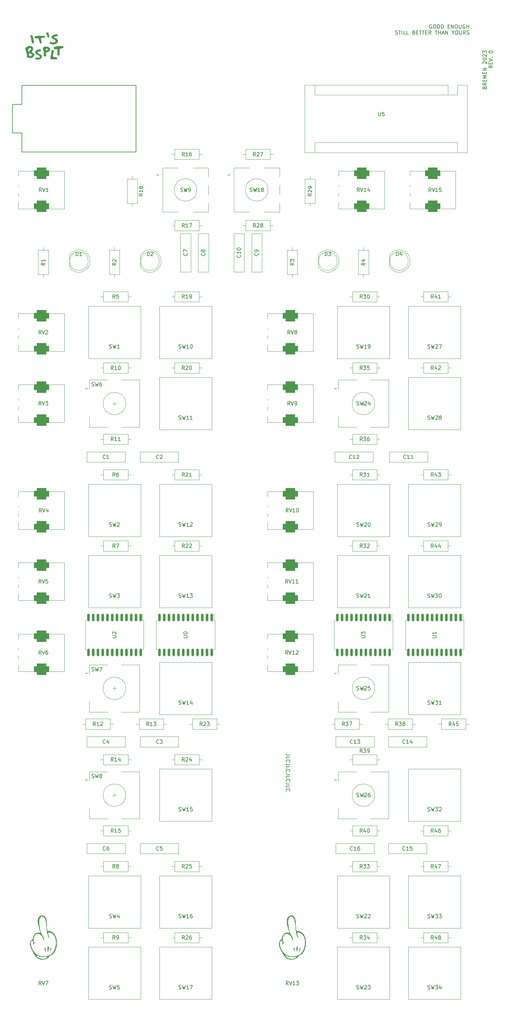
<source format=gto>
G04 #@! TF.GenerationSoftware,KiCad,Pcbnew,(6.0.2)*
G04 #@! TF.CreationDate,2023-01-10T12:41:57+01:00*
G04 #@! TF.ProjectId,brutalist_01,62727574-616c-4697-9374-5f30312e6b69,00*
G04 #@! TF.SameCoordinates,Original*
G04 #@! TF.FileFunction,Legend,Top*
G04 #@! TF.FilePolarity,Positive*
%FSLAX46Y46*%
G04 Gerber Fmt 4.6, Leading zero omitted, Abs format (unit mm)*
G04 Created by KiCad (PCBNEW (6.0.2)) date 2023-01-10 12:41:57*
%MOMM*%
%LPD*%
G01*
G04 APERTURE LIST*
G04 Aperture macros list*
%AMRoundRect*
0 Rectangle with rounded corners*
0 $1 Rounding radius*
0 $2 $3 $4 $5 $6 $7 $8 $9 X,Y pos of 4 corners*
0 Add a 4 corners polygon primitive as box body*
4,1,4,$2,$3,$4,$5,$6,$7,$8,$9,$2,$3,0*
0 Add four circle primitives for the rounded corners*
1,1,$1+$1,$2,$3*
1,1,$1+$1,$4,$5*
1,1,$1+$1,$6,$7*
1,1,$1+$1,$8,$9*
0 Add four rect primitives between the rounded corners*
20,1,$1+$1,$2,$3,$4,$5,0*
20,1,$1+$1,$4,$5,$6,$7,0*
20,1,$1+$1,$6,$7,$8,$9,0*
20,1,$1+$1,$8,$9,$2,$3,0*%
G04 Aperture macros list end*
%ADD10C,0.150000*%
%ADD11C,0.120000*%
%ADD12R,1.600000X1.600000*%
%ADD13C,1.600000*%
%ADD14C,3.200000*%
%ADD15O,1.600000X1.600000*%
%ADD16C,4.000000*%
%ADD17C,1.700000*%
%ADD18C,2.200000*%
%ADD19R,1.800000X1.800000*%
%ADD20C,1.800000*%
%ADD21C,2.000000*%
%ADD22RoundRect,0.750000X-1.250000X-0.750000X1.250000X-0.750000X1.250000X0.750000X-1.250000X0.750000X0*%
%ADD23R,2.000000X2.000000*%
%ADD24R,3.000000X2.500000*%
%ADD25RoundRect,0.150000X-0.150000X0.875000X-0.150000X-0.875000X0.150000X-0.875000X0.150000X0.875000X0*%
%ADD26R,3.200000X2.000000*%
G04 APERTURE END LIST*
D10*
X160860119Y-255340059D02*
X160145833Y-255340059D01*
X160002976Y-255292440D01*
X159907738Y-255197202D01*
X159860119Y-255054345D01*
X159860119Y-254959107D01*
X159860119Y-256292440D02*
X159860119Y-255816250D01*
X160860119Y-255816250D01*
X159955357Y-257197202D02*
X159907738Y-257149583D01*
X159860119Y-257006726D01*
X159860119Y-256911488D01*
X159907738Y-256768630D01*
X160002976Y-256673392D01*
X160098214Y-256625773D01*
X160288690Y-256578154D01*
X160431547Y-256578154D01*
X160622023Y-256625773D01*
X160717261Y-256673392D01*
X160812500Y-256768630D01*
X160860119Y-256911488D01*
X160860119Y-257006726D01*
X160812500Y-257149583D01*
X160764880Y-257197202D01*
X160860119Y-257911488D02*
X160145833Y-257911488D01*
X160002976Y-257863869D01*
X159907738Y-257768630D01*
X159860119Y-257625773D01*
X159860119Y-257530535D01*
X159860119Y-258863869D02*
X159860119Y-258387678D01*
X160860119Y-258387678D01*
X159955357Y-259768630D02*
X159907738Y-259721011D01*
X159860119Y-259578154D01*
X159860119Y-259482916D01*
X159907738Y-259340059D01*
X160002976Y-259244821D01*
X160098214Y-259197202D01*
X160288690Y-259149583D01*
X160431547Y-259149583D01*
X160622023Y-259197202D01*
X160717261Y-259244821D01*
X160812500Y-259340059D01*
X160860119Y-259482916D01*
X160860119Y-259578154D01*
X160812500Y-259721011D01*
X160764880Y-259768630D01*
X160860119Y-260482916D02*
X160145833Y-260482916D01*
X160002976Y-260435297D01*
X159907738Y-260340059D01*
X159860119Y-260197202D01*
X159860119Y-260101964D01*
X159860119Y-261435297D02*
X159860119Y-260959107D01*
X160860119Y-260959107D01*
X159955357Y-262340059D02*
X159907738Y-262292440D01*
X159860119Y-262149583D01*
X159860119Y-262054345D01*
X159907738Y-261911488D01*
X160002976Y-261816250D01*
X160098214Y-261768630D01*
X160288690Y-261721011D01*
X160431547Y-261721011D01*
X160622023Y-261768630D01*
X160717261Y-261816250D01*
X160812500Y-261911488D01*
X160860119Y-262054345D01*
X160860119Y-262149583D01*
X160812500Y-262292440D01*
X160764880Y-262340059D01*
X160860119Y-263054345D02*
X160145833Y-263054345D01*
X160002976Y-263006726D01*
X159907738Y-262911488D01*
X159860119Y-262768630D01*
X159860119Y-262673392D01*
X159860119Y-264006726D02*
X159860119Y-263530535D01*
X160860119Y-263530535D01*
X159955357Y-264911488D02*
X159907738Y-264863869D01*
X159860119Y-264721011D01*
X159860119Y-264625773D01*
X159907738Y-264482916D01*
X160002976Y-264387678D01*
X160098214Y-264340059D01*
X160288690Y-264292440D01*
X160431547Y-264292440D01*
X160622023Y-264340059D01*
X160717261Y-264387678D01*
X160812500Y-264482916D01*
X160860119Y-264625773D01*
X160860119Y-264721011D01*
X160812500Y-264863869D01*
X160764880Y-264911488D01*
X212873571Y-77191250D02*
X212921190Y-77048392D01*
X212968809Y-77000773D01*
X213064047Y-76953154D01*
X213206904Y-76953154D01*
X213302142Y-77000773D01*
X213349761Y-77048392D01*
X213397380Y-77143630D01*
X213397380Y-77524583D01*
X212397380Y-77524583D01*
X212397380Y-77191250D01*
X212445000Y-77096011D01*
X212492619Y-77048392D01*
X212587857Y-77000773D01*
X212683095Y-77000773D01*
X212778333Y-77048392D01*
X212825952Y-77096011D01*
X212873571Y-77191250D01*
X212873571Y-77524583D01*
X213397380Y-75953154D02*
X212921190Y-76286488D01*
X213397380Y-76524583D02*
X212397380Y-76524583D01*
X212397380Y-76143630D01*
X212445000Y-76048392D01*
X212492619Y-76000773D01*
X212587857Y-75953154D01*
X212730714Y-75953154D01*
X212825952Y-76000773D01*
X212873571Y-76048392D01*
X212921190Y-76143630D01*
X212921190Y-76524583D01*
X212873571Y-75524583D02*
X212873571Y-75191250D01*
X213397380Y-75048392D02*
X213397380Y-75524583D01*
X212397380Y-75524583D01*
X212397380Y-75048392D01*
X213397380Y-74619821D02*
X212397380Y-74619821D01*
X213111666Y-74286488D01*
X212397380Y-73953154D01*
X213397380Y-73953154D01*
X212873571Y-73476964D02*
X212873571Y-73143630D01*
X213397380Y-73000773D02*
X213397380Y-73476964D01*
X212397380Y-73476964D01*
X212397380Y-73000773D01*
X213397380Y-72572202D02*
X212397380Y-72572202D01*
X213397380Y-72000773D01*
X212397380Y-72000773D01*
X212492619Y-70810297D02*
X212445000Y-70762678D01*
X212397380Y-70667440D01*
X212397380Y-70429345D01*
X212445000Y-70334107D01*
X212492619Y-70286488D01*
X212587857Y-70238869D01*
X212683095Y-70238869D01*
X212825952Y-70286488D01*
X213397380Y-70857916D01*
X213397380Y-70238869D01*
X212397380Y-69619821D02*
X212397380Y-69524583D01*
X212445000Y-69429345D01*
X212492619Y-69381726D01*
X212587857Y-69334107D01*
X212778333Y-69286488D01*
X213016428Y-69286488D01*
X213206904Y-69334107D01*
X213302142Y-69381726D01*
X213349761Y-69429345D01*
X213397380Y-69524583D01*
X213397380Y-69619821D01*
X213349761Y-69715059D01*
X213302142Y-69762678D01*
X213206904Y-69810297D01*
X213016428Y-69857916D01*
X212778333Y-69857916D01*
X212587857Y-69810297D01*
X212492619Y-69762678D01*
X212445000Y-69715059D01*
X212397380Y-69619821D01*
X212492619Y-68905535D02*
X212445000Y-68857916D01*
X212397380Y-68762678D01*
X212397380Y-68524583D01*
X212445000Y-68429345D01*
X212492619Y-68381726D01*
X212587857Y-68334107D01*
X212683095Y-68334107D01*
X212825952Y-68381726D01*
X213397380Y-68953154D01*
X213397380Y-68334107D01*
X212397380Y-68000773D02*
X212397380Y-67381726D01*
X212778333Y-67715059D01*
X212778333Y-67572202D01*
X212825952Y-67476964D01*
X212873571Y-67429345D01*
X212968809Y-67381726D01*
X213206904Y-67381726D01*
X213302142Y-67429345D01*
X213349761Y-67476964D01*
X213397380Y-67572202D01*
X213397380Y-67857916D01*
X213349761Y-67953154D01*
X213302142Y-68000773D01*
X215007380Y-71334107D02*
X214531190Y-71667440D01*
X215007380Y-71905535D02*
X214007380Y-71905535D01*
X214007380Y-71524583D01*
X214055000Y-71429345D01*
X214102619Y-71381726D01*
X214197857Y-71334107D01*
X214340714Y-71334107D01*
X214435952Y-71381726D01*
X214483571Y-71429345D01*
X214531190Y-71524583D01*
X214531190Y-71905535D01*
X214483571Y-70905535D02*
X214483571Y-70572202D01*
X215007380Y-70429345D02*
X215007380Y-70905535D01*
X214007380Y-70905535D01*
X214007380Y-70429345D01*
X214007380Y-70143630D02*
X215007380Y-69810297D01*
X214007380Y-69476964D01*
X214912142Y-69143630D02*
X214959761Y-69096011D01*
X215007380Y-69143630D01*
X214959761Y-69191250D01*
X214912142Y-69143630D01*
X215007380Y-69143630D01*
X214007380Y-67715059D02*
X214007380Y-67619821D01*
X214055000Y-67524583D01*
X214102619Y-67476964D01*
X214197857Y-67429345D01*
X214388333Y-67381726D01*
X214626428Y-67381726D01*
X214816904Y-67429345D01*
X214912142Y-67476964D01*
X214959761Y-67524583D01*
X215007380Y-67619821D01*
X215007380Y-67715059D01*
X214959761Y-67810297D01*
X214912142Y-67857916D01*
X214816904Y-67905535D01*
X214626428Y-67953154D01*
X214388333Y-67953154D01*
X214197857Y-67905535D01*
X214102619Y-67857916D01*
X214055000Y-67810297D01*
X214007380Y-67715059D01*
X198712023Y-60445000D02*
X198616785Y-60397380D01*
X198473928Y-60397380D01*
X198331071Y-60445000D01*
X198235833Y-60540238D01*
X198188214Y-60635476D01*
X198140595Y-60825952D01*
X198140595Y-60968809D01*
X198188214Y-61159285D01*
X198235833Y-61254523D01*
X198331071Y-61349761D01*
X198473928Y-61397380D01*
X198569166Y-61397380D01*
X198712023Y-61349761D01*
X198759642Y-61302142D01*
X198759642Y-60968809D01*
X198569166Y-60968809D01*
X199378690Y-60397380D02*
X199569166Y-60397380D01*
X199664404Y-60445000D01*
X199759642Y-60540238D01*
X199807261Y-60730714D01*
X199807261Y-61064047D01*
X199759642Y-61254523D01*
X199664404Y-61349761D01*
X199569166Y-61397380D01*
X199378690Y-61397380D01*
X199283452Y-61349761D01*
X199188214Y-61254523D01*
X199140595Y-61064047D01*
X199140595Y-60730714D01*
X199188214Y-60540238D01*
X199283452Y-60445000D01*
X199378690Y-60397380D01*
X200426309Y-60397380D02*
X200616785Y-60397380D01*
X200712023Y-60445000D01*
X200807261Y-60540238D01*
X200854880Y-60730714D01*
X200854880Y-61064047D01*
X200807261Y-61254523D01*
X200712023Y-61349761D01*
X200616785Y-61397380D01*
X200426309Y-61397380D01*
X200331071Y-61349761D01*
X200235833Y-61254523D01*
X200188214Y-61064047D01*
X200188214Y-60730714D01*
X200235833Y-60540238D01*
X200331071Y-60445000D01*
X200426309Y-60397380D01*
X201283452Y-61397380D02*
X201283452Y-60397380D01*
X201521547Y-60397380D01*
X201664404Y-60445000D01*
X201759642Y-60540238D01*
X201807261Y-60635476D01*
X201854880Y-60825952D01*
X201854880Y-60968809D01*
X201807261Y-61159285D01*
X201759642Y-61254523D01*
X201664404Y-61349761D01*
X201521547Y-61397380D01*
X201283452Y-61397380D01*
X203045357Y-60873571D02*
X203378690Y-60873571D01*
X203521547Y-61397380D02*
X203045357Y-61397380D01*
X203045357Y-60397380D01*
X203521547Y-60397380D01*
X203950119Y-61397380D02*
X203950119Y-60397380D01*
X204521547Y-61397380D01*
X204521547Y-60397380D01*
X205188214Y-60397380D02*
X205378690Y-60397380D01*
X205473928Y-60445000D01*
X205569166Y-60540238D01*
X205616785Y-60730714D01*
X205616785Y-61064047D01*
X205569166Y-61254523D01*
X205473928Y-61349761D01*
X205378690Y-61397380D01*
X205188214Y-61397380D01*
X205092976Y-61349761D01*
X204997738Y-61254523D01*
X204950119Y-61064047D01*
X204950119Y-60730714D01*
X204997738Y-60540238D01*
X205092976Y-60445000D01*
X205188214Y-60397380D01*
X206045357Y-60397380D02*
X206045357Y-61206904D01*
X206092976Y-61302142D01*
X206140595Y-61349761D01*
X206235833Y-61397380D01*
X206426309Y-61397380D01*
X206521547Y-61349761D01*
X206569166Y-61302142D01*
X206616785Y-61206904D01*
X206616785Y-60397380D01*
X207616785Y-60445000D02*
X207521547Y-60397380D01*
X207378690Y-60397380D01*
X207235833Y-60445000D01*
X207140595Y-60540238D01*
X207092976Y-60635476D01*
X207045357Y-60825952D01*
X207045357Y-60968809D01*
X207092976Y-61159285D01*
X207140595Y-61254523D01*
X207235833Y-61349761D01*
X207378690Y-61397380D01*
X207473928Y-61397380D01*
X207616785Y-61349761D01*
X207664404Y-61302142D01*
X207664404Y-60968809D01*
X207473928Y-60968809D01*
X208092976Y-61397380D02*
X208092976Y-60397380D01*
X208092976Y-60873571D02*
X208664404Y-60873571D01*
X208664404Y-61397380D02*
X208664404Y-60397380D01*
X189045357Y-62959761D02*
X189188214Y-63007380D01*
X189426309Y-63007380D01*
X189521547Y-62959761D01*
X189569166Y-62912142D01*
X189616785Y-62816904D01*
X189616785Y-62721666D01*
X189569166Y-62626428D01*
X189521547Y-62578809D01*
X189426309Y-62531190D01*
X189235833Y-62483571D01*
X189140595Y-62435952D01*
X189092976Y-62388333D01*
X189045357Y-62293095D01*
X189045357Y-62197857D01*
X189092976Y-62102619D01*
X189140595Y-62055000D01*
X189235833Y-62007380D01*
X189473928Y-62007380D01*
X189616785Y-62055000D01*
X189902500Y-62007380D02*
X190473928Y-62007380D01*
X190188214Y-63007380D02*
X190188214Y-62007380D01*
X190807261Y-63007380D02*
X190807261Y-62007380D01*
X191759642Y-63007380D02*
X191283452Y-63007380D01*
X191283452Y-62007380D01*
X192569166Y-63007380D02*
X192092976Y-63007380D01*
X192092976Y-62007380D01*
X193997738Y-62483571D02*
X194140595Y-62531190D01*
X194188214Y-62578809D01*
X194235833Y-62674047D01*
X194235833Y-62816904D01*
X194188214Y-62912142D01*
X194140595Y-62959761D01*
X194045357Y-63007380D01*
X193664404Y-63007380D01*
X193664404Y-62007380D01*
X193997738Y-62007380D01*
X194092976Y-62055000D01*
X194140595Y-62102619D01*
X194188214Y-62197857D01*
X194188214Y-62293095D01*
X194140595Y-62388333D01*
X194092976Y-62435952D01*
X193997738Y-62483571D01*
X193664404Y-62483571D01*
X194664404Y-62483571D02*
X194997738Y-62483571D01*
X195140595Y-63007380D02*
X194664404Y-63007380D01*
X194664404Y-62007380D01*
X195140595Y-62007380D01*
X195426309Y-62007380D02*
X195997738Y-62007380D01*
X195712023Y-63007380D02*
X195712023Y-62007380D01*
X196188214Y-62007380D02*
X196759642Y-62007380D01*
X196473928Y-63007380D02*
X196473928Y-62007380D01*
X197092976Y-62483571D02*
X197426309Y-62483571D01*
X197569166Y-63007380D02*
X197092976Y-63007380D01*
X197092976Y-62007380D01*
X197569166Y-62007380D01*
X198569166Y-63007380D02*
X198235833Y-62531190D01*
X197997738Y-63007380D02*
X197997738Y-62007380D01*
X198378690Y-62007380D01*
X198473928Y-62055000D01*
X198521547Y-62102619D01*
X198569166Y-62197857D01*
X198569166Y-62340714D01*
X198521547Y-62435952D01*
X198473928Y-62483571D01*
X198378690Y-62531190D01*
X197997738Y-62531190D01*
X199616785Y-62007380D02*
X200188214Y-62007380D01*
X199902500Y-63007380D02*
X199902500Y-62007380D01*
X200521547Y-63007380D02*
X200521547Y-62007380D01*
X200521547Y-62483571D02*
X201092976Y-62483571D01*
X201092976Y-63007380D02*
X201092976Y-62007380D01*
X201521547Y-62721666D02*
X201997738Y-62721666D01*
X201426309Y-63007380D02*
X201759642Y-62007380D01*
X202092976Y-63007380D01*
X202426309Y-63007380D02*
X202426309Y-62007380D01*
X202997738Y-63007380D01*
X202997738Y-62007380D01*
X204426309Y-62531190D02*
X204426309Y-63007380D01*
X204092976Y-62007380D02*
X204426309Y-62531190D01*
X204759642Y-62007380D01*
X205283452Y-62007380D02*
X205473928Y-62007380D01*
X205569166Y-62055000D01*
X205664404Y-62150238D01*
X205712023Y-62340714D01*
X205712023Y-62674047D01*
X205664404Y-62864523D01*
X205569166Y-62959761D01*
X205473928Y-63007380D01*
X205283452Y-63007380D01*
X205188214Y-62959761D01*
X205092976Y-62864523D01*
X205045357Y-62674047D01*
X205045357Y-62340714D01*
X205092976Y-62150238D01*
X205188214Y-62055000D01*
X205283452Y-62007380D01*
X206140595Y-62007380D02*
X206140595Y-62816904D01*
X206188214Y-62912142D01*
X206235833Y-62959761D01*
X206331071Y-63007380D01*
X206521547Y-63007380D01*
X206616785Y-62959761D01*
X206664404Y-62912142D01*
X206712023Y-62816904D01*
X206712023Y-62007380D01*
X207759642Y-63007380D02*
X207426309Y-62531190D01*
X207188214Y-63007380D02*
X207188214Y-62007380D01*
X207569166Y-62007380D01*
X207664404Y-62055000D01*
X207712023Y-62102619D01*
X207759642Y-62197857D01*
X207759642Y-62340714D01*
X207712023Y-62435952D01*
X207664404Y-62483571D01*
X207569166Y-62531190D01*
X207188214Y-62531190D01*
X208140595Y-62959761D02*
X208283452Y-63007380D01*
X208521547Y-63007380D01*
X208616785Y-62959761D01*
X208664404Y-62912142D01*
X208712023Y-62816904D01*
X208712023Y-62721666D01*
X208664404Y-62626428D01*
X208616785Y-62578809D01*
X208521547Y-62531190D01*
X208331071Y-62483571D01*
X208235833Y-62435952D01*
X208188214Y-62388333D01*
X208140595Y-62293095D01*
X208140595Y-62197857D01*
X208188214Y-62102619D01*
X208235833Y-62055000D01*
X208331071Y-62007380D01*
X208569166Y-62007380D01*
X208712023Y-62055000D01*
X147607142Y-121892857D02*
X147654761Y-121940476D01*
X147702380Y-122083333D01*
X147702380Y-122178571D01*
X147654761Y-122321428D01*
X147559523Y-122416666D01*
X147464285Y-122464285D01*
X147273809Y-122511904D01*
X147130952Y-122511904D01*
X146940476Y-122464285D01*
X146845238Y-122416666D01*
X146750000Y-122321428D01*
X146702380Y-122178571D01*
X146702380Y-122083333D01*
X146750000Y-121940476D01*
X146797619Y-121892857D01*
X147702380Y-120940476D02*
X147702380Y-121511904D01*
X147702380Y-121226190D02*
X146702380Y-121226190D01*
X146845238Y-121321428D01*
X146940476Y-121416666D01*
X146988095Y-121511904D01*
X146702380Y-120321428D02*
X146702380Y-120226190D01*
X146750000Y-120130952D01*
X146797619Y-120083333D01*
X146892857Y-120035714D01*
X147083333Y-119988095D01*
X147321428Y-119988095D01*
X147511904Y-120035714D01*
X147607142Y-120083333D01*
X147654761Y-120130952D01*
X147702380Y-120226190D01*
X147702380Y-120321428D01*
X147654761Y-120416666D01*
X147607142Y-120464285D01*
X147511904Y-120511904D01*
X147321428Y-120559523D01*
X147083333Y-120559523D01*
X146892857Y-120511904D01*
X146797619Y-120464285D01*
X146750000Y-120416666D01*
X146702380Y-120321428D01*
X132687142Y-95452380D02*
X132353809Y-94976190D01*
X132115714Y-95452380D02*
X132115714Y-94452380D01*
X132496666Y-94452380D01*
X132591904Y-94500000D01*
X132639523Y-94547619D01*
X132687142Y-94642857D01*
X132687142Y-94785714D01*
X132639523Y-94880952D01*
X132591904Y-94928571D01*
X132496666Y-94976190D01*
X132115714Y-94976190D01*
X133639523Y-95452380D02*
X133068095Y-95452380D01*
X133353809Y-95452380D02*
X133353809Y-94452380D01*
X133258571Y-94595238D01*
X133163333Y-94690476D01*
X133068095Y-94738095D01*
X134496666Y-94452380D02*
X134306190Y-94452380D01*
X134210952Y-94500000D01*
X134163333Y-94547619D01*
X134068095Y-94690476D01*
X134020476Y-94880952D01*
X134020476Y-95261904D01*
X134068095Y-95357142D01*
X134115714Y-95404761D01*
X134210952Y-95452380D01*
X134401428Y-95452380D01*
X134496666Y-95404761D01*
X134544285Y-95357142D01*
X134591904Y-95261904D01*
X134591904Y-95023809D01*
X134544285Y-94928571D01*
X134496666Y-94880952D01*
X134401428Y-94833333D01*
X134210952Y-94833333D01*
X134115714Y-94880952D01*
X134068095Y-94928571D01*
X134020476Y-95023809D01*
X133357142Y-121416666D02*
X133404761Y-121464285D01*
X133452380Y-121607142D01*
X133452380Y-121702380D01*
X133404761Y-121845238D01*
X133309523Y-121940476D01*
X133214285Y-121988095D01*
X133023809Y-122035714D01*
X132880952Y-122035714D01*
X132690476Y-121988095D01*
X132595238Y-121940476D01*
X132500000Y-121845238D01*
X132452380Y-121702380D01*
X132452380Y-121607142D01*
X132500000Y-121464285D01*
X132547619Y-121416666D01*
X132452380Y-121083333D02*
X132452380Y-120416666D01*
X133452380Y-120845238D01*
X112666666Y-194214761D02*
X112809523Y-194262380D01*
X113047619Y-194262380D01*
X113142857Y-194214761D01*
X113190476Y-194167142D01*
X113238095Y-194071904D01*
X113238095Y-193976666D01*
X113190476Y-193881428D01*
X113142857Y-193833809D01*
X113047619Y-193786190D01*
X112857142Y-193738571D01*
X112761904Y-193690952D01*
X112714285Y-193643333D01*
X112666666Y-193548095D01*
X112666666Y-193452857D01*
X112714285Y-193357619D01*
X112761904Y-193310000D01*
X112857142Y-193262380D01*
X113095238Y-193262380D01*
X113238095Y-193310000D01*
X113571428Y-193262380D02*
X113809523Y-194262380D01*
X114000000Y-193548095D01*
X114190476Y-194262380D01*
X114428571Y-193262380D01*
X114761904Y-193357619D02*
X114809523Y-193310000D01*
X114904761Y-193262380D01*
X115142857Y-193262380D01*
X115238095Y-193310000D01*
X115285714Y-193357619D01*
X115333333Y-193452857D01*
X115333333Y-193548095D01*
X115285714Y-193690952D01*
X114714285Y-194262380D01*
X115333333Y-194262380D01*
X131190476Y-194214761D02*
X131333333Y-194262380D01*
X131571428Y-194262380D01*
X131666666Y-194214761D01*
X131714285Y-194167142D01*
X131761904Y-194071904D01*
X131761904Y-193976666D01*
X131714285Y-193881428D01*
X131666666Y-193833809D01*
X131571428Y-193786190D01*
X131380952Y-193738571D01*
X131285714Y-193690952D01*
X131238095Y-193643333D01*
X131190476Y-193548095D01*
X131190476Y-193452857D01*
X131238095Y-193357619D01*
X131285714Y-193310000D01*
X131380952Y-193262380D01*
X131619047Y-193262380D01*
X131761904Y-193310000D01*
X132095238Y-193262380D02*
X132333333Y-194262380D01*
X132523809Y-193548095D01*
X132714285Y-194262380D01*
X132952380Y-193262380D01*
X133857142Y-194262380D02*
X133285714Y-194262380D01*
X133571428Y-194262380D02*
X133571428Y-193262380D01*
X133476190Y-193405238D01*
X133380952Y-193500476D01*
X133285714Y-193548095D01*
X134238095Y-193357619D02*
X134285714Y-193310000D01*
X134380952Y-193262380D01*
X134619047Y-193262380D01*
X134714285Y-193310000D01*
X134761904Y-193357619D01*
X134809523Y-193452857D01*
X134809523Y-193548095D01*
X134761904Y-193690952D01*
X134190476Y-194262380D01*
X134809523Y-194262380D01*
X170261904Y-122047380D02*
X170261904Y-121047380D01*
X170500000Y-121047380D01*
X170642857Y-121095000D01*
X170738095Y-121190238D01*
X170785714Y-121285476D01*
X170833333Y-121475952D01*
X170833333Y-121618809D01*
X170785714Y-121809285D01*
X170738095Y-121904523D01*
X170642857Y-121999761D01*
X170500000Y-122047380D01*
X170261904Y-122047380D01*
X171166666Y-121047380D02*
X171785714Y-121047380D01*
X171452380Y-121428333D01*
X171595238Y-121428333D01*
X171690476Y-121475952D01*
X171738095Y-121523571D01*
X171785714Y-121618809D01*
X171785714Y-121856904D01*
X171738095Y-121952142D01*
X171690476Y-121999761D01*
X171595238Y-122047380D01*
X171309523Y-122047380D01*
X171214285Y-121999761D01*
X171166666Y-121952142D01*
X138107142Y-121416666D02*
X138154761Y-121464285D01*
X138202380Y-121607142D01*
X138202380Y-121702380D01*
X138154761Y-121845238D01*
X138059523Y-121940476D01*
X137964285Y-121988095D01*
X137773809Y-122035714D01*
X137630952Y-122035714D01*
X137440476Y-121988095D01*
X137345238Y-121940476D01*
X137250000Y-121845238D01*
X137202380Y-121702380D01*
X137202380Y-121607142D01*
X137250000Y-121464285D01*
X137297619Y-121416666D01*
X137630952Y-120845238D02*
X137583333Y-120940476D01*
X137535714Y-120988095D01*
X137440476Y-121035714D01*
X137392857Y-121035714D01*
X137297619Y-120988095D01*
X137250000Y-120940476D01*
X137202380Y-120845238D01*
X137202380Y-120654761D01*
X137250000Y-120559523D01*
X137297619Y-120511904D01*
X137392857Y-120464285D01*
X137440476Y-120464285D01*
X137535714Y-120511904D01*
X137583333Y-120559523D01*
X137630952Y-120654761D01*
X137630952Y-120845238D01*
X137678571Y-120940476D01*
X137726190Y-120988095D01*
X137821428Y-121035714D01*
X138011904Y-121035714D01*
X138107142Y-120988095D01*
X138154761Y-120940476D01*
X138202380Y-120845238D01*
X138202380Y-120654761D01*
X138154761Y-120559523D01*
X138107142Y-120511904D01*
X138011904Y-120464285D01*
X137821428Y-120464285D01*
X137726190Y-120511904D01*
X137678571Y-120559523D01*
X137630952Y-120654761D01*
X94404761Y-316602380D02*
X94071428Y-316126190D01*
X93833333Y-316602380D02*
X93833333Y-315602380D01*
X94214285Y-315602380D01*
X94309523Y-315650000D01*
X94357142Y-315697619D01*
X94404761Y-315792857D01*
X94404761Y-315935714D01*
X94357142Y-316030952D01*
X94309523Y-316078571D01*
X94214285Y-316126190D01*
X93833333Y-316126190D01*
X94690476Y-315602380D02*
X95023809Y-316602380D01*
X95357142Y-315602380D01*
X95595238Y-315602380D02*
X96261904Y-315602380D01*
X95833333Y-316602380D01*
X94404761Y-228452380D02*
X94071428Y-227976190D01*
X93833333Y-228452380D02*
X93833333Y-227452380D01*
X94214285Y-227452380D01*
X94309523Y-227500000D01*
X94357142Y-227547619D01*
X94404761Y-227642857D01*
X94404761Y-227785714D01*
X94357142Y-227880952D01*
X94309523Y-227928571D01*
X94214285Y-227976190D01*
X93833333Y-227976190D01*
X94690476Y-227452380D02*
X95023809Y-228452380D01*
X95357142Y-227452380D01*
X96119047Y-227452380D02*
X95928571Y-227452380D01*
X95833333Y-227500000D01*
X95785714Y-227547619D01*
X95690476Y-227690476D01*
X95642857Y-227880952D01*
X95642857Y-228261904D01*
X95690476Y-228357142D01*
X95738095Y-228404761D01*
X95833333Y-228452380D01*
X96023809Y-228452380D01*
X96119047Y-228404761D01*
X96166666Y-228357142D01*
X96214285Y-228261904D01*
X96214285Y-228023809D01*
X96166666Y-227928571D01*
X96119047Y-227880952D01*
X96023809Y-227833333D01*
X95833333Y-227833333D01*
X95738095Y-227880952D01*
X95690476Y-227928571D01*
X95642857Y-228023809D01*
X180187142Y-275952380D02*
X179853809Y-275476190D01*
X179615714Y-275952380D02*
X179615714Y-274952380D01*
X179996666Y-274952380D01*
X180091904Y-275000000D01*
X180139523Y-275047619D01*
X180187142Y-275142857D01*
X180187142Y-275285714D01*
X180139523Y-275380952D01*
X180091904Y-275428571D01*
X179996666Y-275476190D01*
X179615714Y-275476190D01*
X181044285Y-275285714D02*
X181044285Y-275952380D01*
X180806190Y-274904761D02*
X180568095Y-275619047D01*
X181187142Y-275619047D01*
X181758571Y-274952380D02*
X181853809Y-274952380D01*
X181949047Y-275000000D01*
X181996666Y-275047619D01*
X182044285Y-275142857D01*
X182091904Y-275333333D01*
X182091904Y-275571428D01*
X182044285Y-275761904D01*
X181996666Y-275857142D01*
X181949047Y-275904761D01*
X181853809Y-275952380D01*
X181758571Y-275952380D01*
X181663333Y-275904761D01*
X181615714Y-275857142D01*
X181568095Y-275761904D01*
X181520476Y-275571428D01*
X181520476Y-275333333D01*
X181568095Y-275142857D01*
X181615714Y-275047619D01*
X181663333Y-275000000D01*
X181758571Y-274952380D01*
X180187142Y-199952380D02*
X179853809Y-199476190D01*
X179615714Y-199952380D02*
X179615714Y-198952380D01*
X179996666Y-198952380D01*
X180091904Y-199000000D01*
X180139523Y-199047619D01*
X180187142Y-199142857D01*
X180187142Y-199285714D01*
X180139523Y-199380952D01*
X180091904Y-199428571D01*
X179996666Y-199476190D01*
X179615714Y-199476190D01*
X180520476Y-198952380D02*
X181139523Y-198952380D01*
X180806190Y-199333333D01*
X180949047Y-199333333D01*
X181044285Y-199380952D01*
X181091904Y-199428571D01*
X181139523Y-199523809D01*
X181139523Y-199761904D01*
X181091904Y-199857142D01*
X181044285Y-199904761D01*
X180949047Y-199952380D01*
X180663333Y-199952380D01*
X180568095Y-199904761D01*
X180520476Y-199857142D01*
X181520476Y-199047619D02*
X181568095Y-199000000D01*
X181663333Y-198952380D01*
X181901428Y-198952380D01*
X181996666Y-199000000D01*
X182044285Y-199047619D01*
X182091904Y-199142857D01*
X182091904Y-199238095D01*
X182044285Y-199380952D01*
X181472857Y-199952380D01*
X182091904Y-199952380D01*
X132687142Y-199952380D02*
X132353809Y-199476190D01*
X132115714Y-199952380D02*
X132115714Y-198952380D01*
X132496666Y-198952380D01*
X132591904Y-199000000D01*
X132639523Y-199047619D01*
X132687142Y-199142857D01*
X132687142Y-199285714D01*
X132639523Y-199380952D01*
X132591904Y-199428571D01*
X132496666Y-199476190D01*
X132115714Y-199476190D01*
X133068095Y-199047619D02*
X133115714Y-199000000D01*
X133210952Y-198952380D01*
X133449047Y-198952380D01*
X133544285Y-199000000D01*
X133591904Y-199047619D01*
X133639523Y-199142857D01*
X133639523Y-199238095D01*
X133591904Y-199380952D01*
X133020476Y-199952380D01*
X133639523Y-199952380D01*
X134020476Y-199047619D02*
X134068095Y-199000000D01*
X134163333Y-198952380D01*
X134401428Y-198952380D01*
X134496666Y-199000000D01*
X134544285Y-199047619D01*
X134591904Y-199142857D01*
X134591904Y-199238095D01*
X134544285Y-199380952D01*
X133972857Y-199952380D01*
X134591904Y-199952380D01*
X108937142Y-247452380D02*
X108603809Y-246976190D01*
X108365714Y-247452380D02*
X108365714Y-246452380D01*
X108746666Y-246452380D01*
X108841904Y-246500000D01*
X108889523Y-246547619D01*
X108937142Y-246642857D01*
X108937142Y-246785714D01*
X108889523Y-246880952D01*
X108841904Y-246928571D01*
X108746666Y-246976190D01*
X108365714Y-246976190D01*
X109889523Y-247452380D02*
X109318095Y-247452380D01*
X109603809Y-247452380D02*
X109603809Y-246452380D01*
X109508571Y-246595238D01*
X109413333Y-246690476D01*
X109318095Y-246738095D01*
X110270476Y-246547619D02*
X110318095Y-246500000D01*
X110413333Y-246452380D01*
X110651428Y-246452380D01*
X110746666Y-246500000D01*
X110794285Y-246547619D01*
X110841904Y-246642857D01*
X110841904Y-246738095D01*
X110794285Y-246880952D01*
X110222857Y-247452380D01*
X110841904Y-247452380D01*
X131190476Y-298714761D02*
X131333333Y-298762380D01*
X131571428Y-298762380D01*
X131666666Y-298714761D01*
X131714285Y-298667142D01*
X131761904Y-298571904D01*
X131761904Y-298476666D01*
X131714285Y-298381428D01*
X131666666Y-298333809D01*
X131571428Y-298286190D01*
X131380952Y-298238571D01*
X131285714Y-298190952D01*
X131238095Y-298143333D01*
X131190476Y-298048095D01*
X131190476Y-297952857D01*
X131238095Y-297857619D01*
X131285714Y-297810000D01*
X131380952Y-297762380D01*
X131619047Y-297762380D01*
X131761904Y-297810000D01*
X132095238Y-297762380D02*
X132333333Y-298762380D01*
X132523809Y-298048095D01*
X132714285Y-298762380D01*
X132952380Y-297762380D01*
X133857142Y-298762380D02*
X133285714Y-298762380D01*
X133571428Y-298762380D02*
X133571428Y-297762380D01*
X133476190Y-297905238D01*
X133380952Y-298000476D01*
X133285714Y-298048095D01*
X134714285Y-297762380D02*
X134523809Y-297762380D01*
X134428571Y-297810000D01*
X134380952Y-297857619D01*
X134285714Y-298000476D01*
X134238095Y-298190952D01*
X134238095Y-298571904D01*
X134285714Y-298667142D01*
X134333333Y-298714761D01*
X134428571Y-298762380D01*
X134619047Y-298762380D01*
X134714285Y-298714761D01*
X134761904Y-298667142D01*
X134809523Y-298571904D01*
X134809523Y-298333809D01*
X134761904Y-298238571D01*
X134714285Y-298190952D01*
X134619047Y-298143333D01*
X134428571Y-298143333D01*
X134333333Y-298190952D01*
X134285714Y-298238571D01*
X134238095Y-298333809D01*
X107966666Y-156824761D02*
X108109523Y-156872380D01*
X108347619Y-156872380D01*
X108442857Y-156824761D01*
X108490476Y-156777142D01*
X108538095Y-156681904D01*
X108538095Y-156586666D01*
X108490476Y-156491428D01*
X108442857Y-156443809D01*
X108347619Y-156396190D01*
X108157142Y-156348571D01*
X108061904Y-156300952D01*
X108014285Y-156253333D01*
X107966666Y-156158095D01*
X107966666Y-156062857D01*
X108014285Y-155967619D01*
X108061904Y-155920000D01*
X108157142Y-155872380D01*
X108395238Y-155872380D01*
X108538095Y-155920000D01*
X108871428Y-155872380D02*
X109109523Y-156872380D01*
X109300000Y-156158095D01*
X109490476Y-156872380D01*
X109728571Y-155872380D01*
X110538095Y-155872380D02*
X110347619Y-155872380D01*
X110252380Y-155920000D01*
X110204761Y-155967619D01*
X110109523Y-156110476D01*
X110061904Y-156300952D01*
X110061904Y-156681904D01*
X110109523Y-156777142D01*
X110157142Y-156824761D01*
X110252380Y-156872380D01*
X110442857Y-156872380D01*
X110538095Y-156824761D01*
X110585714Y-156777142D01*
X110633333Y-156681904D01*
X110633333Y-156443809D01*
X110585714Y-156348571D01*
X110538095Y-156300952D01*
X110442857Y-156253333D01*
X110252380Y-156253333D01*
X110157142Y-156300952D01*
X110109523Y-156348571D01*
X110061904Y-156443809D01*
X189261904Y-122047380D02*
X189261904Y-121047380D01*
X189500000Y-121047380D01*
X189642857Y-121095000D01*
X189738095Y-121190238D01*
X189785714Y-121285476D01*
X189833333Y-121475952D01*
X189833333Y-121618809D01*
X189785714Y-121809285D01*
X189738095Y-121904523D01*
X189642857Y-121999761D01*
X189500000Y-122047380D01*
X189261904Y-122047380D01*
X190690476Y-121380714D02*
X190690476Y-122047380D01*
X190452380Y-120999761D02*
X190214285Y-121714047D01*
X190833333Y-121714047D01*
X113687142Y-171452380D02*
X113353809Y-170976190D01*
X113115714Y-171452380D02*
X113115714Y-170452380D01*
X113496666Y-170452380D01*
X113591904Y-170500000D01*
X113639523Y-170547619D01*
X113687142Y-170642857D01*
X113687142Y-170785714D01*
X113639523Y-170880952D01*
X113591904Y-170928571D01*
X113496666Y-170976190D01*
X113115714Y-170976190D01*
X114639523Y-171452380D02*
X114068095Y-171452380D01*
X114353809Y-171452380D02*
X114353809Y-170452380D01*
X114258571Y-170595238D01*
X114163333Y-170690476D01*
X114068095Y-170738095D01*
X115591904Y-171452380D02*
X115020476Y-171452380D01*
X115306190Y-171452380D02*
X115306190Y-170452380D01*
X115210952Y-170595238D01*
X115115714Y-170690476D01*
X115020476Y-170738095D01*
X131190476Y-146714761D02*
X131333333Y-146762380D01*
X131571428Y-146762380D01*
X131666666Y-146714761D01*
X131714285Y-146667142D01*
X131761904Y-146571904D01*
X131761904Y-146476666D01*
X131714285Y-146381428D01*
X131666666Y-146333809D01*
X131571428Y-146286190D01*
X131380952Y-146238571D01*
X131285714Y-146190952D01*
X131238095Y-146143333D01*
X131190476Y-146048095D01*
X131190476Y-145952857D01*
X131238095Y-145857619D01*
X131285714Y-145810000D01*
X131380952Y-145762380D01*
X131619047Y-145762380D01*
X131761904Y-145810000D01*
X132095238Y-145762380D02*
X132333333Y-146762380D01*
X132523809Y-146048095D01*
X132714285Y-146762380D01*
X132952380Y-145762380D01*
X133857142Y-146762380D02*
X133285714Y-146762380D01*
X133571428Y-146762380D02*
X133571428Y-145762380D01*
X133476190Y-145905238D01*
X133380952Y-146000476D01*
X133285714Y-146048095D01*
X134476190Y-145762380D02*
X134571428Y-145762380D01*
X134666666Y-145810000D01*
X134714285Y-145857619D01*
X134761904Y-145952857D01*
X134809523Y-146143333D01*
X134809523Y-146381428D01*
X134761904Y-146571904D01*
X134714285Y-146667142D01*
X134666666Y-146714761D01*
X134571428Y-146762380D01*
X134476190Y-146762380D01*
X134380952Y-146714761D01*
X134333333Y-146667142D01*
X134285714Y-146571904D01*
X134238095Y-146381428D01*
X134238095Y-146143333D01*
X134285714Y-145952857D01*
X134333333Y-145857619D01*
X134380952Y-145810000D01*
X134476190Y-145762380D01*
X114163333Y-285452380D02*
X113830000Y-284976190D01*
X113591904Y-285452380D02*
X113591904Y-284452380D01*
X113972857Y-284452380D01*
X114068095Y-284500000D01*
X114115714Y-284547619D01*
X114163333Y-284642857D01*
X114163333Y-284785714D01*
X114115714Y-284880952D01*
X114068095Y-284928571D01*
X113972857Y-284976190D01*
X113591904Y-284976190D01*
X114734761Y-284880952D02*
X114639523Y-284833333D01*
X114591904Y-284785714D01*
X114544285Y-284690476D01*
X114544285Y-284642857D01*
X114591904Y-284547619D01*
X114639523Y-284500000D01*
X114734761Y-284452380D01*
X114925238Y-284452380D01*
X115020476Y-284500000D01*
X115068095Y-284547619D01*
X115115714Y-284642857D01*
X115115714Y-284690476D01*
X115068095Y-284785714D01*
X115020476Y-284833333D01*
X114925238Y-284880952D01*
X114734761Y-284880952D01*
X114639523Y-284928571D01*
X114591904Y-284976190D01*
X114544285Y-285071428D01*
X114544285Y-285261904D01*
X114591904Y-285357142D01*
X114639523Y-285404761D01*
X114734761Y-285452380D01*
X114925238Y-285452380D01*
X115020476Y-285404761D01*
X115068095Y-285357142D01*
X115115714Y-285261904D01*
X115115714Y-285071428D01*
X115068095Y-284976190D01*
X115020476Y-284928571D01*
X114925238Y-284880952D01*
X94404761Y-209452380D02*
X94071428Y-208976190D01*
X93833333Y-209452380D02*
X93833333Y-208452380D01*
X94214285Y-208452380D01*
X94309523Y-208500000D01*
X94357142Y-208547619D01*
X94404761Y-208642857D01*
X94404761Y-208785714D01*
X94357142Y-208880952D01*
X94309523Y-208928571D01*
X94214285Y-208976190D01*
X93833333Y-208976190D01*
X94690476Y-208452380D02*
X95023809Y-209452380D01*
X95357142Y-208452380D01*
X96166666Y-208452380D02*
X95690476Y-208452380D01*
X95642857Y-208928571D01*
X95690476Y-208880952D01*
X95785714Y-208833333D01*
X96023809Y-208833333D01*
X96119047Y-208880952D01*
X96166666Y-208928571D01*
X96214285Y-209023809D01*
X96214285Y-209261904D01*
X96166666Y-209357142D01*
X96119047Y-209404761D01*
X96023809Y-209452380D01*
X95785714Y-209452380D01*
X95690476Y-209404761D01*
X95642857Y-209357142D01*
X178690476Y-266404761D02*
X178833333Y-266452380D01*
X179071428Y-266452380D01*
X179166666Y-266404761D01*
X179214285Y-266357142D01*
X179261904Y-266261904D01*
X179261904Y-266166666D01*
X179214285Y-266071428D01*
X179166666Y-266023809D01*
X179071428Y-265976190D01*
X178880952Y-265928571D01*
X178785714Y-265880952D01*
X178738095Y-265833333D01*
X178690476Y-265738095D01*
X178690476Y-265642857D01*
X178738095Y-265547619D01*
X178785714Y-265500000D01*
X178880952Y-265452380D01*
X179119047Y-265452380D01*
X179261904Y-265500000D01*
X179595238Y-265452380D02*
X179833333Y-266452380D01*
X180023809Y-265738095D01*
X180214285Y-266452380D01*
X180452380Y-265452380D01*
X180785714Y-265547619D02*
X180833333Y-265500000D01*
X180928571Y-265452380D01*
X181166666Y-265452380D01*
X181261904Y-265500000D01*
X181309523Y-265547619D01*
X181357142Y-265642857D01*
X181357142Y-265738095D01*
X181309523Y-265880952D01*
X180738095Y-266452380D01*
X181357142Y-266452380D01*
X182214285Y-265452380D02*
X182023809Y-265452380D01*
X181928571Y-265500000D01*
X181880952Y-265547619D01*
X181785714Y-265690476D01*
X181738095Y-265880952D01*
X181738095Y-266261904D01*
X181785714Y-266357142D01*
X181833333Y-266404761D01*
X181928571Y-266452380D01*
X182119047Y-266452380D01*
X182214285Y-266404761D01*
X182261904Y-266357142D01*
X182309523Y-266261904D01*
X182309523Y-266023809D01*
X182261904Y-265928571D01*
X182214285Y-265880952D01*
X182119047Y-265833333D01*
X181928571Y-265833333D01*
X181833333Y-265880952D01*
X181785714Y-265928571D01*
X181738095Y-266023809D01*
X175437142Y-247452380D02*
X175103809Y-246976190D01*
X174865714Y-247452380D02*
X174865714Y-246452380D01*
X175246666Y-246452380D01*
X175341904Y-246500000D01*
X175389523Y-246547619D01*
X175437142Y-246642857D01*
X175437142Y-246785714D01*
X175389523Y-246880952D01*
X175341904Y-246928571D01*
X175246666Y-246976190D01*
X174865714Y-246976190D01*
X175770476Y-246452380D02*
X176389523Y-246452380D01*
X176056190Y-246833333D01*
X176199047Y-246833333D01*
X176294285Y-246880952D01*
X176341904Y-246928571D01*
X176389523Y-247023809D01*
X176389523Y-247261904D01*
X176341904Y-247357142D01*
X176294285Y-247404761D01*
X176199047Y-247452380D01*
X175913333Y-247452380D01*
X175818095Y-247404761D01*
X175770476Y-247357142D01*
X176722857Y-246452380D02*
X177389523Y-246452380D01*
X176960952Y-247452380D01*
X111583333Y-252107142D02*
X111535714Y-252154761D01*
X111392857Y-252202380D01*
X111297619Y-252202380D01*
X111154761Y-252154761D01*
X111059523Y-252059523D01*
X111011904Y-251964285D01*
X110964285Y-251773809D01*
X110964285Y-251630952D01*
X111011904Y-251440476D01*
X111059523Y-251345238D01*
X111154761Y-251250000D01*
X111297619Y-251202380D01*
X111392857Y-251202380D01*
X111535714Y-251250000D01*
X111583333Y-251297619D01*
X112440476Y-251535714D02*
X112440476Y-252202380D01*
X112202380Y-251154761D02*
X111964285Y-251869047D01*
X112583333Y-251869047D01*
X131190476Y-241714761D02*
X131333333Y-241762380D01*
X131571428Y-241762380D01*
X131666666Y-241714761D01*
X131714285Y-241667142D01*
X131761904Y-241571904D01*
X131761904Y-241476666D01*
X131714285Y-241381428D01*
X131666666Y-241333809D01*
X131571428Y-241286190D01*
X131380952Y-241238571D01*
X131285714Y-241190952D01*
X131238095Y-241143333D01*
X131190476Y-241048095D01*
X131190476Y-240952857D01*
X131238095Y-240857619D01*
X131285714Y-240810000D01*
X131380952Y-240762380D01*
X131619047Y-240762380D01*
X131761904Y-240810000D01*
X132095238Y-240762380D02*
X132333333Y-241762380D01*
X132523809Y-241048095D01*
X132714285Y-241762380D01*
X132952380Y-240762380D01*
X133857142Y-241762380D02*
X133285714Y-241762380D01*
X133571428Y-241762380D02*
X133571428Y-240762380D01*
X133476190Y-240905238D01*
X133380952Y-241000476D01*
X133285714Y-241048095D01*
X134714285Y-241095714D02*
X134714285Y-241762380D01*
X134476190Y-240714761D02*
X134238095Y-241429047D01*
X134857142Y-241429047D01*
X199187142Y-275952380D02*
X198853809Y-275476190D01*
X198615714Y-275952380D02*
X198615714Y-274952380D01*
X198996666Y-274952380D01*
X199091904Y-275000000D01*
X199139523Y-275047619D01*
X199187142Y-275142857D01*
X199187142Y-275285714D01*
X199139523Y-275380952D01*
X199091904Y-275428571D01*
X198996666Y-275476190D01*
X198615714Y-275476190D01*
X200044285Y-275285714D02*
X200044285Y-275952380D01*
X199806190Y-274904761D02*
X199568095Y-275619047D01*
X200187142Y-275619047D01*
X200996666Y-274952380D02*
X200806190Y-274952380D01*
X200710952Y-275000000D01*
X200663333Y-275047619D01*
X200568095Y-275190476D01*
X200520476Y-275380952D01*
X200520476Y-275761904D01*
X200568095Y-275857142D01*
X200615714Y-275904761D01*
X200710952Y-275952380D01*
X200901428Y-275952380D01*
X200996666Y-275904761D01*
X201044285Y-275857142D01*
X201091904Y-275761904D01*
X201091904Y-275523809D01*
X201044285Y-275428571D01*
X200996666Y-275380952D01*
X200901428Y-275333333D01*
X200710952Y-275333333D01*
X200615714Y-275380952D01*
X200568095Y-275428571D01*
X200520476Y-275523809D01*
X160428571Y-316602380D02*
X160095238Y-316126190D01*
X159857142Y-316602380D02*
X159857142Y-315602380D01*
X160238095Y-315602380D01*
X160333333Y-315650000D01*
X160380952Y-315697619D01*
X160428571Y-315792857D01*
X160428571Y-315935714D01*
X160380952Y-316030952D01*
X160333333Y-316078571D01*
X160238095Y-316126190D01*
X159857142Y-316126190D01*
X160714285Y-315602380D02*
X161047619Y-316602380D01*
X161380952Y-315602380D01*
X162238095Y-316602380D02*
X161666666Y-316602380D01*
X161952380Y-316602380D02*
X161952380Y-315602380D01*
X161857142Y-315745238D01*
X161761904Y-315840476D01*
X161666666Y-315888095D01*
X162571428Y-315602380D02*
X163190476Y-315602380D01*
X162857142Y-315983333D01*
X163000000Y-315983333D01*
X163095238Y-316030952D01*
X163142857Y-316078571D01*
X163190476Y-316173809D01*
X163190476Y-316411904D01*
X163142857Y-316507142D01*
X163095238Y-316554761D01*
X163000000Y-316602380D01*
X162714285Y-316602380D01*
X162619047Y-316554761D01*
X162571428Y-316507142D01*
X114163333Y-180952380D02*
X113830000Y-180476190D01*
X113591904Y-180952380D02*
X113591904Y-179952380D01*
X113972857Y-179952380D01*
X114068095Y-180000000D01*
X114115714Y-180047619D01*
X114163333Y-180142857D01*
X114163333Y-180285714D01*
X114115714Y-180380952D01*
X114068095Y-180428571D01*
X113972857Y-180476190D01*
X113591904Y-180476190D01*
X115020476Y-179952380D02*
X114830000Y-179952380D01*
X114734761Y-180000000D01*
X114687142Y-180047619D01*
X114591904Y-180190476D01*
X114544285Y-180380952D01*
X114544285Y-180761904D01*
X114591904Y-180857142D01*
X114639523Y-180904761D01*
X114734761Y-180952380D01*
X114925238Y-180952380D01*
X115020476Y-180904761D01*
X115068095Y-180857142D01*
X115115714Y-180761904D01*
X115115714Y-180523809D01*
X115068095Y-180428571D01*
X115020476Y-180380952D01*
X114925238Y-180333333D01*
X114734761Y-180333333D01*
X114639523Y-180380952D01*
X114591904Y-180428571D01*
X114544285Y-180523809D01*
X132687142Y-152452380D02*
X132353809Y-151976190D01*
X132115714Y-152452380D02*
X132115714Y-151452380D01*
X132496666Y-151452380D01*
X132591904Y-151500000D01*
X132639523Y-151547619D01*
X132687142Y-151642857D01*
X132687142Y-151785714D01*
X132639523Y-151880952D01*
X132591904Y-151928571D01*
X132496666Y-151976190D01*
X132115714Y-151976190D01*
X133068095Y-151547619D02*
X133115714Y-151500000D01*
X133210952Y-151452380D01*
X133449047Y-151452380D01*
X133544285Y-151500000D01*
X133591904Y-151547619D01*
X133639523Y-151642857D01*
X133639523Y-151738095D01*
X133591904Y-151880952D01*
X133020476Y-152452380D01*
X133639523Y-152452380D01*
X134258571Y-151452380D02*
X134353809Y-151452380D01*
X134449047Y-151500000D01*
X134496666Y-151547619D01*
X134544285Y-151642857D01*
X134591904Y-151833333D01*
X134591904Y-152071428D01*
X134544285Y-152261904D01*
X134496666Y-152357142D01*
X134449047Y-152404761D01*
X134353809Y-152452380D01*
X134258571Y-152452380D01*
X134163333Y-152404761D01*
X134115714Y-152357142D01*
X134068095Y-152261904D01*
X134020476Y-152071428D01*
X134020476Y-151833333D01*
X134068095Y-151642857D01*
X134115714Y-151547619D01*
X134163333Y-151500000D01*
X134258571Y-151452380D01*
X199187142Y-304452380D02*
X198853809Y-303976190D01*
X198615714Y-304452380D02*
X198615714Y-303452380D01*
X198996666Y-303452380D01*
X199091904Y-303500000D01*
X199139523Y-303547619D01*
X199187142Y-303642857D01*
X199187142Y-303785714D01*
X199139523Y-303880952D01*
X199091904Y-303928571D01*
X198996666Y-303976190D01*
X198615714Y-303976190D01*
X200044285Y-303785714D02*
X200044285Y-304452380D01*
X199806190Y-303404761D02*
X199568095Y-304119047D01*
X200187142Y-304119047D01*
X200710952Y-303880952D02*
X200615714Y-303833333D01*
X200568095Y-303785714D01*
X200520476Y-303690476D01*
X200520476Y-303642857D01*
X200568095Y-303547619D01*
X200615714Y-303500000D01*
X200710952Y-303452380D01*
X200901428Y-303452380D01*
X200996666Y-303500000D01*
X201044285Y-303547619D01*
X201091904Y-303642857D01*
X201091904Y-303690476D01*
X201044285Y-303785714D01*
X200996666Y-303833333D01*
X200901428Y-303880952D01*
X200710952Y-303880952D01*
X200615714Y-303928571D01*
X200568095Y-303976190D01*
X200520476Y-304071428D01*
X200520476Y-304261904D01*
X200568095Y-304357142D01*
X200615714Y-304404761D01*
X200710952Y-304452380D01*
X200901428Y-304452380D01*
X200996666Y-304404761D01*
X201044285Y-304357142D01*
X201091904Y-304261904D01*
X201091904Y-304071428D01*
X201044285Y-303976190D01*
X200996666Y-303928571D01*
X200901428Y-303880952D01*
X112666666Y-146714761D02*
X112809523Y-146762380D01*
X113047619Y-146762380D01*
X113142857Y-146714761D01*
X113190476Y-146667142D01*
X113238095Y-146571904D01*
X113238095Y-146476666D01*
X113190476Y-146381428D01*
X113142857Y-146333809D01*
X113047619Y-146286190D01*
X112857142Y-146238571D01*
X112761904Y-146190952D01*
X112714285Y-146143333D01*
X112666666Y-146048095D01*
X112666666Y-145952857D01*
X112714285Y-145857619D01*
X112761904Y-145810000D01*
X112857142Y-145762380D01*
X113095238Y-145762380D01*
X113238095Y-145810000D01*
X113571428Y-145762380D02*
X113809523Y-146762380D01*
X114000000Y-146048095D01*
X114190476Y-146762380D01*
X114428571Y-145762380D01*
X115333333Y-146762380D02*
X114761904Y-146762380D01*
X115047619Y-146762380D02*
X115047619Y-145762380D01*
X114952380Y-145905238D01*
X114857142Y-146000476D01*
X114761904Y-146048095D01*
X180187142Y-304452380D02*
X179853809Y-303976190D01*
X179615714Y-304452380D02*
X179615714Y-303452380D01*
X179996666Y-303452380D01*
X180091904Y-303500000D01*
X180139523Y-303547619D01*
X180187142Y-303642857D01*
X180187142Y-303785714D01*
X180139523Y-303880952D01*
X180091904Y-303928571D01*
X179996666Y-303976190D01*
X179615714Y-303976190D01*
X180520476Y-303452380D02*
X181139523Y-303452380D01*
X180806190Y-303833333D01*
X180949047Y-303833333D01*
X181044285Y-303880952D01*
X181091904Y-303928571D01*
X181139523Y-304023809D01*
X181139523Y-304261904D01*
X181091904Y-304357142D01*
X181044285Y-304404761D01*
X180949047Y-304452380D01*
X180663333Y-304452380D01*
X180568095Y-304404761D01*
X180520476Y-304357142D01*
X181996666Y-303785714D02*
X181996666Y-304452380D01*
X181758571Y-303404761D02*
X181520476Y-304119047D01*
X182139523Y-304119047D01*
X94404761Y-142952380D02*
X94071428Y-142476190D01*
X93833333Y-142952380D02*
X93833333Y-141952380D01*
X94214285Y-141952380D01*
X94309523Y-142000000D01*
X94357142Y-142047619D01*
X94404761Y-142142857D01*
X94404761Y-142285714D01*
X94357142Y-142380952D01*
X94309523Y-142428571D01*
X94214285Y-142476190D01*
X93833333Y-142476190D01*
X94690476Y-141952380D02*
X95023809Y-142952380D01*
X95357142Y-141952380D01*
X95642857Y-142047619D02*
X95690476Y-142000000D01*
X95785714Y-141952380D01*
X96023809Y-141952380D01*
X96119047Y-142000000D01*
X96166666Y-142047619D01*
X96214285Y-142142857D01*
X96214285Y-142238095D01*
X96166666Y-142380952D01*
X95595238Y-142952380D01*
X96214285Y-142952380D01*
X151687142Y-95452380D02*
X151353809Y-94976190D01*
X151115714Y-95452380D02*
X151115714Y-94452380D01*
X151496666Y-94452380D01*
X151591904Y-94500000D01*
X151639523Y-94547619D01*
X151687142Y-94642857D01*
X151687142Y-94785714D01*
X151639523Y-94880952D01*
X151591904Y-94928571D01*
X151496666Y-94976190D01*
X151115714Y-94976190D01*
X152068095Y-94547619D02*
X152115714Y-94500000D01*
X152210952Y-94452380D01*
X152449047Y-94452380D01*
X152544285Y-94500000D01*
X152591904Y-94547619D01*
X152639523Y-94642857D01*
X152639523Y-94738095D01*
X152591904Y-94880952D01*
X152020476Y-95452380D01*
X152639523Y-95452380D01*
X152972857Y-94452380D02*
X153639523Y-94452380D01*
X153210952Y-95452380D01*
X191607142Y-252107142D02*
X191559523Y-252154761D01*
X191416666Y-252202380D01*
X191321428Y-252202380D01*
X191178571Y-252154761D01*
X191083333Y-252059523D01*
X191035714Y-251964285D01*
X190988095Y-251773809D01*
X190988095Y-251630952D01*
X191035714Y-251440476D01*
X191083333Y-251345238D01*
X191178571Y-251250000D01*
X191321428Y-251202380D01*
X191416666Y-251202380D01*
X191559523Y-251250000D01*
X191607142Y-251297619D01*
X192559523Y-252202380D02*
X191988095Y-252202380D01*
X192273809Y-252202380D02*
X192273809Y-251202380D01*
X192178571Y-251345238D01*
X192083333Y-251440476D01*
X191988095Y-251488095D01*
X193416666Y-251535714D02*
X193416666Y-252202380D01*
X193178571Y-251154761D02*
X192940476Y-251869047D01*
X193559523Y-251869047D01*
X180187142Y-152452380D02*
X179853809Y-151976190D01*
X179615714Y-152452380D02*
X179615714Y-151452380D01*
X179996666Y-151452380D01*
X180091904Y-151500000D01*
X180139523Y-151547619D01*
X180187142Y-151642857D01*
X180187142Y-151785714D01*
X180139523Y-151880952D01*
X180091904Y-151928571D01*
X179996666Y-151976190D01*
X179615714Y-151976190D01*
X180520476Y-151452380D02*
X181139523Y-151452380D01*
X180806190Y-151833333D01*
X180949047Y-151833333D01*
X181044285Y-151880952D01*
X181091904Y-151928571D01*
X181139523Y-152023809D01*
X181139523Y-152261904D01*
X181091904Y-152357142D01*
X181044285Y-152404761D01*
X180949047Y-152452380D01*
X180663333Y-152452380D01*
X180568095Y-152404761D01*
X180520476Y-152357142D01*
X182044285Y-151452380D02*
X181568095Y-151452380D01*
X181520476Y-151928571D01*
X181568095Y-151880952D01*
X181663333Y-151833333D01*
X181901428Y-151833333D01*
X181996666Y-151880952D01*
X182044285Y-151928571D01*
X182091904Y-152023809D01*
X182091904Y-152261904D01*
X182044285Y-152357142D01*
X181996666Y-152404761D01*
X181901428Y-152452380D01*
X181663333Y-152452380D01*
X181568095Y-152404761D01*
X181520476Y-152357142D01*
X125833333Y-252107142D02*
X125785714Y-252154761D01*
X125642857Y-252202380D01*
X125547619Y-252202380D01*
X125404761Y-252154761D01*
X125309523Y-252059523D01*
X125261904Y-251964285D01*
X125214285Y-251773809D01*
X125214285Y-251630952D01*
X125261904Y-251440476D01*
X125309523Y-251345238D01*
X125404761Y-251250000D01*
X125547619Y-251202380D01*
X125642857Y-251202380D01*
X125785714Y-251250000D01*
X125833333Y-251297619D01*
X126166666Y-251202380D02*
X126785714Y-251202380D01*
X126452380Y-251583333D01*
X126595238Y-251583333D01*
X126690476Y-251630952D01*
X126738095Y-251678571D01*
X126785714Y-251773809D01*
X126785714Y-252011904D01*
X126738095Y-252107142D01*
X126690476Y-252154761D01*
X126595238Y-252202380D01*
X126309523Y-252202380D01*
X126214285Y-252154761D01*
X126166666Y-252107142D01*
X113452380Y-224011904D02*
X114261904Y-224011904D01*
X114357142Y-223964285D01*
X114404761Y-223916666D01*
X114452380Y-223821428D01*
X114452380Y-223630952D01*
X114404761Y-223535714D01*
X114357142Y-223488095D01*
X114261904Y-223440476D01*
X113452380Y-223440476D01*
X113547619Y-223011904D02*
X113500000Y-222964285D01*
X113452380Y-222869047D01*
X113452380Y-222630952D01*
X113500000Y-222535714D01*
X113547619Y-222488095D01*
X113642857Y-222440476D01*
X113738095Y-222440476D01*
X113880952Y-222488095D01*
X114452380Y-223059523D01*
X114452380Y-222440476D01*
X131190476Y-317714761D02*
X131333333Y-317762380D01*
X131571428Y-317762380D01*
X131666666Y-317714761D01*
X131714285Y-317667142D01*
X131761904Y-317571904D01*
X131761904Y-317476666D01*
X131714285Y-317381428D01*
X131666666Y-317333809D01*
X131571428Y-317286190D01*
X131380952Y-317238571D01*
X131285714Y-317190952D01*
X131238095Y-317143333D01*
X131190476Y-317048095D01*
X131190476Y-316952857D01*
X131238095Y-316857619D01*
X131285714Y-316810000D01*
X131380952Y-316762380D01*
X131619047Y-316762380D01*
X131761904Y-316810000D01*
X132095238Y-316762380D02*
X132333333Y-317762380D01*
X132523809Y-317048095D01*
X132714285Y-317762380D01*
X132952380Y-316762380D01*
X133857142Y-317762380D02*
X133285714Y-317762380D01*
X133571428Y-317762380D02*
X133571428Y-316762380D01*
X133476190Y-316905238D01*
X133380952Y-317000476D01*
X133285714Y-317048095D01*
X134190476Y-316762380D02*
X134857142Y-316762380D01*
X134428571Y-317762380D01*
X137437142Y-247452380D02*
X137103809Y-246976190D01*
X136865714Y-247452380D02*
X136865714Y-246452380D01*
X137246666Y-246452380D01*
X137341904Y-246500000D01*
X137389523Y-246547619D01*
X137437142Y-246642857D01*
X137437142Y-246785714D01*
X137389523Y-246880952D01*
X137341904Y-246928571D01*
X137246666Y-246976190D01*
X136865714Y-246976190D01*
X137818095Y-246547619D02*
X137865714Y-246500000D01*
X137960952Y-246452380D01*
X138199047Y-246452380D01*
X138294285Y-246500000D01*
X138341904Y-246547619D01*
X138389523Y-246642857D01*
X138389523Y-246738095D01*
X138341904Y-246880952D01*
X137770476Y-247452380D01*
X138389523Y-247452380D01*
X138722857Y-246452380D02*
X139341904Y-246452380D01*
X139008571Y-246833333D01*
X139151428Y-246833333D01*
X139246666Y-246880952D01*
X139294285Y-246928571D01*
X139341904Y-247023809D01*
X139341904Y-247261904D01*
X139294285Y-247357142D01*
X139246666Y-247404761D01*
X139151428Y-247452380D01*
X138865714Y-247452380D01*
X138770476Y-247404761D01*
X138722857Y-247357142D01*
X132687142Y-285452380D02*
X132353809Y-284976190D01*
X132115714Y-285452380D02*
X132115714Y-284452380D01*
X132496666Y-284452380D01*
X132591904Y-284500000D01*
X132639523Y-284547619D01*
X132687142Y-284642857D01*
X132687142Y-284785714D01*
X132639523Y-284880952D01*
X132591904Y-284928571D01*
X132496666Y-284976190D01*
X132115714Y-284976190D01*
X133068095Y-284547619D02*
X133115714Y-284500000D01*
X133210952Y-284452380D01*
X133449047Y-284452380D01*
X133544285Y-284500000D01*
X133591904Y-284547619D01*
X133639523Y-284642857D01*
X133639523Y-284738095D01*
X133591904Y-284880952D01*
X133020476Y-285452380D01*
X133639523Y-285452380D01*
X134544285Y-284452380D02*
X134068095Y-284452380D01*
X134020476Y-284928571D01*
X134068095Y-284880952D01*
X134163333Y-284833333D01*
X134401428Y-284833333D01*
X134496666Y-284880952D01*
X134544285Y-284928571D01*
X134591904Y-285023809D01*
X134591904Y-285261904D01*
X134544285Y-285357142D01*
X134496666Y-285404761D01*
X134401428Y-285452380D01*
X134163333Y-285452380D01*
X134068095Y-285404761D01*
X134020476Y-285357142D01*
X111583333Y-280607142D02*
X111535714Y-280654761D01*
X111392857Y-280702380D01*
X111297619Y-280702380D01*
X111154761Y-280654761D01*
X111059523Y-280559523D01*
X111011904Y-280464285D01*
X110964285Y-280273809D01*
X110964285Y-280130952D01*
X111011904Y-279940476D01*
X111059523Y-279845238D01*
X111154761Y-279750000D01*
X111297619Y-279702380D01*
X111392857Y-279702380D01*
X111535714Y-279750000D01*
X111583333Y-279797619D01*
X112440476Y-279702380D02*
X112250000Y-279702380D01*
X112154761Y-279750000D01*
X112107142Y-279797619D01*
X112011904Y-279940476D01*
X111964285Y-280130952D01*
X111964285Y-280511904D01*
X112011904Y-280607142D01*
X112059523Y-280654761D01*
X112154761Y-280702380D01*
X112345238Y-280702380D01*
X112440476Y-280654761D01*
X112488095Y-280607142D01*
X112535714Y-280511904D01*
X112535714Y-280273809D01*
X112488095Y-280178571D01*
X112440476Y-280130952D01*
X112345238Y-280083333D01*
X112154761Y-280083333D01*
X112059523Y-280130952D01*
X112011904Y-280178571D01*
X111964285Y-280273809D01*
X197690476Y-241714761D02*
X197833333Y-241762380D01*
X198071428Y-241762380D01*
X198166666Y-241714761D01*
X198214285Y-241667142D01*
X198261904Y-241571904D01*
X198261904Y-241476666D01*
X198214285Y-241381428D01*
X198166666Y-241333809D01*
X198071428Y-241286190D01*
X197880952Y-241238571D01*
X197785714Y-241190952D01*
X197738095Y-241143333D01*
X197690476Y-241048095D01*
X197690476Y-240952857D01*
X197738095Y-240857619D01*
X197785714Y-240810000D01*
X197880952Y-240762380D01*
X198119047Y-240762380D01*
X198261904Y-240810000D01*
X198595238Y-240762380D02*
X198833333Y-241762380D01*
X199023809Y-241048095D01*
X199214285Y-241762380D01*
X199452380Y-240762380D01*
X199738095Y-240762380D02*
X200357142Y-240762380D01*
X200023809Y-241143333D01*
X200166666Y-241143333D01*
X200261904Y-241190952D01*
X200309523Y-241238571D01*
X200357142Y-241333809D01*
X200357142Y-241571904D01*
X200309523Y-241667142D01*
X200261904Y-241714761D01*
X200166666Y-241762380D01*
X199880952Y-241762380D01*
X199785714Y-241714761D01*
X199738095Y-241667142D01*
X201309523Y-241762380D02*
X200738095Y-241762380D01*
X201023809Y-241762380D02*
X201023809Y-240762380D01*
X200928571Y-240905238D01*
X200833333Y-241000476D01*
X200738095Y-241048095D01*
X132687142Y-304452380D02*
X132353809Y-303976190D01*
X132115714Y-304452380D02*
X132115714Y-303452380D01*
X132496666Y-303452380D01*
X132591904Y-303500000D01*
X132639523Y-303547619D01*
X132687142Y-303642857D01*
X132687142Y-303785714D01*
X132639523Y-303880952D01*
X132591904Y-303928571D01*
X132496666Y-303976190D01*
X132115714Y-303976190D01*
X133068095Y-303547619D02*
X133115714Y-303500000D01*
X133210952Y-303452380D01*
X133449047Y-303452380D01*
X133544285Y-303500000D01*
X133591904Y-303547619D01*
X133639523Y-303642857D01*
X133639523Y-303738095D01*
X133591904Y-303880952D01*
X133020476Y-304452380D01*
X133639523Y-304452380D01*
X134496666Y-303452380D02*
X134306190Y-303452380D01*
X134210952Y-303500000D01*
X134163333Y-303547619D01*
X134068095Y-303690476D01*
X134020476Y-303880952D01*
X134020476Y-304261904D01*
X134068095Y-304357142D01*
X134115714Y-304404761D01*
X134210952Y-304452380D01*
X134401428Y-304452380D01*
X134496666Y-304404761D01*
X134544285Y-304357142D01*
X134591904Y-304261904D01*
X134591904Y-304023809D01*
X134544285Y-303928571D01*
X134496666Y-303880952D01*
X134401428Y-303833333D01*
X134210952Y-303833333D01*
X134115714Y-303880952D01*
X134068095Y-303928571D01*
X134020476Y-304023809D01*
X125833333Y-280607142D02*
X125785714Y-280654761D01*
X125642857Y-280702380D01*
X125547619Y-280702380D01*
X125404761Y-280654761D01*
X125309523Y-280559523D01*
X125261904Y-280464285D01*
X125214285Y-280273809D01*
X125214285Y-280130952D01*
X125261904Y-279940476D01*
X125309523Y-279845238D01*
X125404761Y-279750000D01*
X125547619Y-279702380D01*
X125642857Y-279702380D01*
X125785714Y-279750000D01*
X125833333Y-279797619D01*
X126738095Y-279702380D02*
X126261904Y-279702380D01*
X126214285Y-280178571D01*
X126261904Y-280130952D01*
X126357142Y-280083333D01*
X126595238Y-280083333D01*
X126690476Y-280130952D01*
X126738095Y-280178571D01*
X126785714Y-280273809D01*
X126785714Y-280511904D01*
X126738095Y-280607142D01*
X126690476Y-280654761D01*
X126595238Y-280702380D01*
X126357142Y-280702380D01*
X126261904Y-280654761D01*
X126214285Y-280607142D01*
X160904761Y-142952380D02*
X160571428Y-142476190D01*
X160333333Y-142952380D02*
X160333333Y-141952380D01*
X160714285Y-141952380D01*
X160809523Y-142000000D01*
X160857142Y-142047619D01*
X160904761Y-142142857D01*
X160904761Y-142285714D01*
X160857142Y-142380952D01*
X160809523Y-142428571D01*
X160714285Y-142476190D01*
X160333333Y-142476190D01*
X161190476Y-141952380D02*
X161523809Y-142952380D01*
X161857142Y-141952380D01*
X162333333Y-142380952D02*
X162238095Y-142333333D01*
X162190476Y-142285714D01*
X162142857Y-142190476D01*
X162142857Y-142142857D01*
X162190476Y-142047619D01*
X162238095Y-142000000D01*
X162333333Y-141952380D01*
X162523809Y-141952380D01*
X162619047Y-142000000D01*
X162666666Y-142047619D01*
X162714285Y-142142857D01*
X162714285Y-142190476D01*
X162666666Y-142285714D01*
X162619047Y-142333333D01*
X162523809Y-142380952D01*
X162333333Y-142380952D01*
X162238095Y-142428571D01*
X162190476Y-142476190D01*
X162142857Y-142571428D01*
X162142857Y-142761904D01*
X162190476Y-142857142D01*
X162238095Y-142904761D01*
X162333333Y-142952380D01*
X162523809Y-142952380D01*
X162619047Y-142904761D01*
X162666666Y-142857142D01*
X162714285Y-142761904D01*
X162714285Y-142571428D01*
X162666666Y-142476190D01*
X162619047Y-142428571D01*
X162523809Y-142380952D01*
X177607142Y-252107142D02*
X177559523Y-252154761D01*
X177416666Y-252202380D01*
X177321428Y-252202380D01*
X177178571Y-252154761D01*
X177083333Y-252059523D01*
X177035714Y-251964285D01*
X176988095Y-251773809D01*
X176988095Y-251630952D01*
X177035714Y-251440476D01*
X177083333Y-251345238D01*
X177178571Y-251250000D01*
X177321428Y-251202380D01*
X177416666Y-251202380D01*
X177559523Y-251250000D01*
X177607142Y-251297619D01*
X178559523Y-252202380D02*
X177988095Y-252202380D01*
X178273809Y-252202380D02*
X178273809Y-251202380D01*
X178178571Y-251345238D01*
X178083333Y-251440476D01*
X177988095Y-251488095D01*
X178892857Y-251202380D02*
X179511904Y-251202380D01*
X179178571Y-251583333D01*
X179321428Y-251583333D01*
X179416666Y-251630952D01*
X179464285Y-251678571D01*
X179511904Y-251773809D01*
X179511904Y-252011904D01*
X179464285Y-252107142D01*
X179416666Y-252154761D01*
X179321428Y-252202380D01*
X179035714Y-252202380D01*
X178940476Y-252154761D01*
X178892857Y-252107142D01*
X197690476Y-194214761D02*
X197833333Y-194262380D01*
X198071428Y-194262380D01*
X198166666Y-194214761D01*
X198214285Y-194167142D01*
X198261904Y-194071904D01*
X198261904Y-193976666D01*
X198214285Y-193881428D01*
X198166666Y-193833809D01*
X198071428Y-193786190D01*
X197880952Y-193738571D01*
X197785714Y-193690952D01*
X197738095Y-193643333D01*
X197690476Y-193548095D01*
X197690476Y-193452857D01*
X197738095Y-193357619D01*
X197785714Y-193310000D01*
X197880952Y-193262380D01*
X198119047Y-193262380D01*
X198261904Y-193310000D01*
X198595238Y-193262380D02*
X198833333Y-194262380D01*
X199023809Y-193548095D01*
X199214285Y-194262380D01*
X199452380Y-193262380D01*
X199785714Y-193357619D02*
X199833333Y-193310000D01*
X199928571Y-193262380D01*
X200166666Y-193262380D01*
X200261904Y-193310000D01*
X200309523Y-193357619D01*
X200357142Y-193452857D01*
X200357142Y-193548095D01*
X200309523Y-193690952D01*
X199738095Y-194262380D01*
X200357142Y-194262380D01*
X200833333Y-194262380D02*
X201023809Y-194262380D01*
X201119047Y-194214761D01*
X201166666Y-194167142D01*
X201261904Y-194024285D01*
X201309523Y-193833809D01*
X201309523Y-193452857D01*
X201261904Y-193357619D01*
X201214285Y-193310000D01*
X201119047Y-193262380D01*
X200928571Y-193262380D01*
X200833333Y-193310000D01*
X200785714Y-193357619D01*
X200738095Y-193452857D01*
X200738095Y-193690952D01*
X200785714Y-193786190D01*
X200833333Y-193833809D01*
X200928571Y-193881428D01*
X201119047Y-193881428D01*
X201214285Y-193833809D01*
X201261904Y-193786190D01*
X201309523Y-193690952D01*
X152357142Y-121416666D02*
X152404761Y-121464285D01*
X152452380Y-121607142D01*
X152452380Y-121702380D01*
X152404761Y-121845238D01*
X152309523Y-121940476D01*
X152214285Y-121988095D01*
X152023809Y-122035714D01*
X151880952Y-122035714D01*
X151690476Y-121988095D01*
X151595238Y-121940476D01*
X151500000Y-121845238D01*
X151452380Y-121702380D01*
X151452380Y-121607142D01*
X151500000Y-121464285D01*
X151547619Y-121416666D01*
X152452380Y-120940476D02*
X152452380Y-120750000D01*
X152404761Y-120654761D01*
X152357142Y-120607142D01*
X152214285Y-120511904D01*
X152023809Y-120464285D01*
X151642857Y-120464285D01*
X151547619Y-120511904D01*
X151500000Y-120559523D01*
X151452380Y-120654761D01*
X151452380Y-120845238D01*
X151500000Y-120940476D01*
X151547619Y-120988095D01*
X151642857Y-121035714D01*
X151880952Y-121035714D01*
X151976190Y-120988095D01*
X152023809Y-120940476D01*
X152071428Y-120845238D01*
X152071428Y-120654761D01*
X152023809Y-120559523D01*
X151976190Y-120511904D01*
X151880952Y-120464285D01*
X199187142Y-152452380D02*
X198853809Y-151976190D01*
X198615714Y-152452380D02*
X198615714Y-151452380D01*
X198996666Y-151452380D01*
X199091904Y-151500000D01*
X199139523Y-151547619D01*
X199187142Y-151642857D01*
X199187142Y-151785714D01*
X199139523Y-151880952D01*
X199091904Y-151928571D01*
X198996666Y-151976190D01*
X198615714Y-151976190D01*
X200044285Y-151785714D02*
X200044285Y-152452380D01*
X199806190Y-151404761D02*
X199568095Y-152119047D01*
X200187142Y-152119047D01*
X200520476Y-151547619D02*
X200568095Y-151500000D01*
X200663333Y-151452380D01*
X200901428Y-151452380D01*
X200996666Y-151500000D01*
X201044285Y-151547619D01*
X201091904Y-151642857D01*
X201091904Y-151738095D01*
X201044285Y-151880952D01*
X200472857Y-152452380D01*
X201091904Y-152452380D01*
X132687142Y-180952380D02*
X132353809Y-180476190D01*
X132115714Y-180952380D02*
X132115714Y-179952380D01*
X132496666Y-179952380D01*
X132591904Y-180000000D01*
X132639523Y-180047619D01*
X132687142Y-180142857D01*
X132687142Y-180285714D01*
X132639523Y-180380952D01*
X132591904Y-180428571D01*
X132496666Y-180476190D01*
X132115714Y-180476190D01*
X133068095Y-180047619D02*
X133115714Y-180000000D01*
X133210952Y-179952380D01*
X133449047Y-179952380D01*
X133544285Y-180000000D01*
X133591904Y-180047619D01*
X133639523Y-180142857D01*
X133639523Y-180238095D01*
X133591904Y-180380952D01*
X133020476Y-180952380D01*
X133639523Y-180952380D01*
X134591904Y-180952380D02*
X134020476Y-180952380D01*
X134306190Y-180952380D02*
X134306190Y-179952380D01*
X134210952Y-180095238D01*
X134115714Y-180190476D01*
X134020476Y-180238095D01*
X94524761Y-190492380D02*
X94191428Y-190016190D01*
X93953333Y-190492380D02*
X93953333Y-189492380D01*
X94334285Y-189492380D01*
X94429523Y-189540000D01*
X94477142Y-189587619D01*
X94524761Y-189682857D01*
X94524761Y-189825714D01*
X94477142Y-189920952D01*
X94429523Y-189968571D01*
X94334285Y-190016190D01*
X93953333Y-190016190D01*
X94810476Y-189492380D02*
X95143809Y-190492380D01*
X95477142Y-189492380D01*
X96239047Y-189825714D02*
X96239047Y-190492380D01*
X96000952Y-189444761D02*
X95762857Y-190159047D01*
X96381904Y-190159047D01*
X180187142Y-285452380D02*
X179853809Y-284976190D01*
X179615714Y-285452380D02*
X179615714Y-284452380D01*
X179996666Y-284452380D01*
X180091904Y-284500000D01*
X180139523Y-284547619D01*
X180187142Y-284642857D01*
X180187142Y-284785714D01*
X180139523Y-284880952D01*
X180091904Y-284928571D01*
X179996666Y-284976190D01*
X179615714Y-284976190D01*
X180520476Y-284452380D02*
X181139523Y-284452380D01*
X180806190Y-284833333D01*
X180949047Y-284833333D01*
X181044285Y-284880952D01*
X181091904Y-284928571D01*
X181139523Y-285023809D01*
X181139523Y-285261904D01*
X181091904Y-285357142D01*
X181044285Y-285404761D01*
X180949047Y-285452380D01*
X180663333Y-285452380D01*
X180568095Y-285404761D01*
X180520476Y-285357142D01*
X181472857Y-284452380D02*
X182091904Y-284452380D01*
X181758571Y-284833333D01*
X181901428Y-284833333D01*
X181996666Y-284880952D01*
X182044285Y-284928571D01*
X182091904Y-285023809D01*
X182091904Y-285261904D01*
X182044285Y-285357142D01*
X181996666Y-285404761D01*
X181901428Y-285452380D01*
X181615714Y-285452380D01*
X181520476Y-285404761D01*
X181472857Y-285357142D01*
X114163333Y-199952380D02*
X113830000Y-199476190D01*
X113591904Y-199952380D02*
X113591904Y-198952380D01*
X113972857Y-198952380D01*
X114068095Y-199000000D01*
X114115714Y-199047619D01*
X114163333Y-199142857D01*
X114163333Y-199285714D01*
X114115714Y-199380952D01*
X114068095Y-199428571D01*
X113972857Y-199476190D01*
X113591904Y-199476190D01*
X114496666Y-198952380D02*
X115163333Y-198952380D01*
X114734761Y-199952380D01*
X199187142Y-133452380D02*
X198853809Y-132976190D01*
X198615714Y-133452380D02*
X198615714Y-132452380D01*
X198996666Y-132452380D01*
X199091904Y-132500000D01*
X199139523Y-132547619D01*
X199187142Y-132642857D01*
X199187142Y-132785714D01*
X199139523Y-132880952D01*
X199091904Y-132928571D01*
X198996666Y-132976190D01*
X198615714Y-132976190D01*
X200044285Y-132785714D02*
X200044285Y-133452380D01*
X199806190Y-132404761D02*
X199568095Y-133119047D01*
X200187142Y-133119047D01*
X201091904Y-133452380D02*
X200520476Y-133452380D01*
X200806190Y-133452380D02*
X200806190Y-132452380D01*
X200710952Y-132595238D01*
X200615714Y-132690476D01*
X200520476Y-132738095D01*
X132687142Y-133452380D02*
X132353809Y-132976190D01*
X132115714Y-133452380D02*
X132115714Y-132452380D01*
X132496666Y-132452380D01*
X132591904Y-132500000D01*
X132639523Y-132547619D01*
X132687142Y-132642857D01*
X132687142Y-132785714D01*
X132639523Y-132880952D01*
X132591904Y-132928571D01*
X132496666Y-132976190D01*
X132115714Y-132976190D01*
X133639523Y-133452380D02*
X133068095Y-133452380D01*
X133353809Y-133452380D02*
X133353809Y-132452380D01*
X133258571Y-132595238D01*
X133163333Y-132690476D01*
X133068095Y-132738095D01*
X134115714Y-133452380D02*
X134306190Y-133452380D01*
X134401428Y-133404761D01*
X134449047Y-133357142D01*
X134544285Y-133214285D01*
X134591904Y-133023809D01*
X134591904Y-132642857D01*
X134544285Y-132547619D01*
X134496666Y-132500000D01*
X134401428Y-132452380D01*
X134210952Y-132452380D01*
X134115714Y-132500000D01*
X134068095Y-132547619D01*
X134020476Y-132642857D01*
X134020476Y-132880952D01*
X134068095Y-132976190D01*
X134115714Y-133023809D01*
X134210952Y-133071428D01*
X134401428Y-133071428D01*
X134496666Y-133023809D01*
X134544285Y-132976190D01*
X134591904Y-132880952D01*
X131190476Y-165714761D02*
X131333333Y-165762380D01*
X131571428Y-165762380D01*
X131666666Y-165714761D01*
X131714285Y-165667142D01*
X131761904Y-165571904D01*
X131761904Y-165476666D01*
X131714285Y-165381428D01*
X131666666Y-165333809D01*
X131571428Y-165286190D01*
X131380952Y-165238571D01*
X131285714Y-165190952D01*
X131238095Y-165143333D01*
X131190476Y-165048095D01*
X131190476Y-164952857D01*
X131238095Y-164857619D01*
X131285714Y-164810000D01*
X131380952Y-164762380D01*
X131619047Y-164762380D01*
X131761904Y-164810000D01*
X132095238Y-164762380D02*
X132333333Y-165762380D01*
X132523809Y-165048095D01*
X132714285Y-165762380D01*
X132952380Y-164762380D01*
X133857142Y-165762380D02*
X133285714Y-165762380D01*
X133571428Y-165762380D02*
X133571428Y-164762380D01*
X133476190Y-164905238D01*
X133380952Y-165000476D01*
X133285714Y-165048095D01*
X134809523Y-165762380D02*
X134238095Y-165762380D01*
X134523809Y-165762380D02*
X134523809Y-164762380D01*
X134428571Y-164905238D01*
X134333333Y-165000476D01*
X134238095Y-165048095D01*
X94404761Y-161952380D02*
X94071428Y-161476190D01*
X93833333Y-161952380D02*
X93833333Y-160952380D01*
X94214285Y-160952380D01*
X94309523Y-161000000D01*
X94357142Y-161047619D01*
X94404761Y-161142857D01*
X94404761Y-161285714D01*
X94357142Y-161380952D01*
X94309523Y-161428571D01*
X94214285Y-161476190D01*
X93833333Y-161476190D01*
X94690476Y-160952380D02*
X95023809Y-161952380D01*
X95357142Y-160952380D01*
X95595238Y-160952380D02*
X96214285Y-160952380D01*
X95880952Y-161333333D01*
X96023809Y-161333333D01*
X96119047Y-161380952D01*
X96166666Y-161428571D01*
X96214285Y-161523809D01*
X96214285Y-161761904D01*
X96166666Y-161857142D01*
X96119047Y-161904761D01*
X96023809Y-161952380D01*
X95738095Y-161952380D01*
X95642857Y-161904761D01*
X95595238Y-161857142D01*
X180952380Y-123996666D02*
X180476190Y-124330000D01*
X180952380Y-124568095D02*
X179952380Y-124568095D01*
X179952380Y-124187142D01*
X180000000Y-124091904D01*
X180047619Y-124044285D01*
X180142857Y-123996666D01*
X180285714Y-123996666D01*
X180380952Y-124044285D01*
X180428571Y-124091904D01*
X180476190Y-124187142D01*
X180476190Y-124568095D01*
X180285714Y-123139523D02*
X180952380Y-123139523D01*
X179904761Y-123377619D02*
X180619047Y-123615714D01*
X180619047Y-122996666D01*
X180187142Y-133452380D02*
X179853809Y-132976190D01*
X179615714Y-133452380D02*
X179615714Y-132452380D01*
X179996666Y-132452380D01*
X180091904Y-132500000D01*
X180139523Y-132547619D01*
X180187142Y-132642857D01*
X180187142Y-132785714D01*
X180139523Y-132880952D01*
X180091904Y-132928571D01*
X179996666Y-132976190D01*
X179615714Y-132976190D01*
X180520476Y-132452380D02*
X181139523Y-132452380D01*
X180806190Y-132833333D01*
X180949047Y-132833333D01*
X181044285Y-132880952D01*
X181091904Y-132928571D01*
X181139523Y-133023809D01*
X181139523Y-133261904D01*
X181091904Y-133357142D01*
X181044285Y-133404761D01*
X180949047Y-133452380D01*
X180663333Y-133452380D01*
X180568095Y-133404761D01*
X180520476Y-133357142D01*
X181758571Y-132452380D02*
X181853809Y-132452380D01*
X181949047Y-132500000D01*
X181996666Y-132547619D01*
X182044285Y-132642857D01*
X182091904Y-132833333D01*
X182091904Y-133071428D01*
X182044285Y-133261904D01*
X181996666Y-133357142D01*
X181949047Y-133404761D01*
X181853809Y-133452380D01*
X181758571Y-133452380D01*
X181663333Y-133404761D01*
X181615714Y-133357142D01*
X181568095Y-133261904D01*
X181520476Y-133071428D01*
X181520476Y-132833333D01*
X181568095Y-132642857D01*
X181615714Y-132547619D01*
X181663333Y-132500000D01*
X181758571Y-132452380D01*
X114163333Y-304452380D02*
X113830000Y-303976190D01*
X113591904Y-304452380D02*
X113591904Y-303452380D01*
X113972857Y-303452380D01*
X114068095Y-303500000D01*
X114115714Y-303547619D01*
X114163333Y-303642857D01*
X114163333Y-303785714D01*
X114115714Y-303880952D01*
X114068095Y-303928571D01*
X113972857Y-303976190D01*
X113591904Y-303976190D01*
X114639523Y-304452380D02*
X114830000Y-304452380D01*
X114925238Y-304404761D01*
X114972857Y-304357142D01*
X115068095Y-304214285D01*
X115115714Y-304023809D01*
X115115714Y-303642857D01*
X115068095Y-303547619D01*
X115020476Y-303500000D01*
X114925238Y-303452380D01*
X114734761Y-303452380D01*
X114639523Y-303500000D01*
X114591904Y-303547619D01*
X114544285Y-303642857D01*
X114544285Y-303880952D01*
X114591904Y-303976190D01*
X114639523Y-304023809D01*
X114734761Y-304071428D01*
X114925238Y-304071428D01*
X115020476Y-304023809D01*
X115068095Y-303976190D01*
X115115714Y-303880952D01*
X203937142Y-247452380D02*
X203603809Y-246976190D01*
X203365714Y-247452380D02*
X203365714Y-246452380D01*
X203746666Y-246452380D01*
X203841904Y-246500000D01*
X203889523Y-246547619D01*
X203937142Y-246642857D01*
X203937142Y-246785714D01*
X203889523Y-246880952D01*
X203841904Y-246928571D01*
X203746666Y-246976190D01*
X203365714Y-246976190D01*
X204794285Y-246785714D02*
X204794285Y-247452380D01*
X204556190Y-246404761D02*
X204318095Y-247119047D01*
X204937142Y-247119047D01*
X205794285Y-246452380D02*
X205318095Y-246452380D01*
X205270476Y-246928571D01*
X205318095Y-246880952D01*
X205413333Y-246833333D01*
X205651428Y-246833333D01*
X205746666Y-246880952D01*
X205794285Y-246928571D01*
X205841904Y-247023809D01*
X205841904Y-247261904D01*
X205794285Y-247357142D01*
X205746666Y-247404761D01*
X205651428Y-247452380D01*
X205413333Y-247452380D01*
X205318095Y-247404761D01*
X205270476Y-247357142D01*
X178690476Y-298714761D02*
X178833333Y-298762380D01*
X179071428Y-298762380D01*
X179166666Y-298714761D01*
X179214285Y-298667142D01*
X179261904Y-298571904D01*
X179261904Y-298476666D01*
X179214285Y-298381428D01*
X179166666Y-298333809D01*
X179071428Y-298286190D01*
X178880952Y-298238571D01*
X178785714Y-298190952D01*
X178738095Y-298143333D01*
X178690476Y-298048095D01*
X178690476Y-297952857D01*
X178738095Y-297857619D01*
X178785714Y-297810000D01*
X178880952Y-297762380D01*
X179119047Y-297762380D01*
X179261904Y-297810000D01*
X179595238Y-297762380D02*
X179833333Y-298762380D01*
X180023809Y-298048095D01*
X180214285Y-298762380D01*
X180452380Y-297762380D01*
X180785714Y-297857619D02*
X180833333Y-297810000D01*
X180928571Y-297762380D01*
X181166666Y-297762380D01*
X181261904Y-297810000D01*
X181309523Y-297857619D01*
X181357142Y-297952857D01*
X181357142Y-298048095D01*
X181309523Y-298190952D01*
X180738095Y-298762380D01*
X181357142Y-298762380D01*
X181738095Y-297857619D02*
X181785714Y-297810000D01*
X181880952Y-297762380D01*
X182119047Y-297762380D01*
X182214285Y-297810000D01*
X182261904Y-297857619D01*
X182309523Y-297952857D01*
X182309523Y-298048095D01*
X182261904Y-298190952D01*
X181690476Y-298762380D01*
X182309523Y-298762380D01*
X199187142Y-199952380D02*
X198853809Y-199476190D01*
X198615714Y-199952380D02*
X198615714Y-198952380D01*
X198996666Y-198952380D01*
X199091904Y-199000000D01*
X199139523Y-199047619D01*
X199187142Y-199142857D01*
X199187142Y-199285714D01*
X199139523Y-199380952D01*
X199091904Y-199428571D01*
X198996666Y-199476190D01*
X198615714Y-199476190D01*
X200044285Y-199285714D02*
X200044285Y-199952380D01*
X199806190Y-198904761D02*
X199568095Y-199619047D01*
X200187142Y-199619047D01*
X200996666Y-199285714D02*
X200996666Y-199952380D01*
X200758571Y-198904761D02*
X200520476Y-199619047D01*
X201139523Y-199619047D01*
X197690476Y-146714761D02*
X197833333Y-146762380D01*
X198071428Y-146762380D01*
X198166666Y-146714761D01*
X198214285Y-146667142D01*
X198261904Y-146571904D01*
X198261904Y-146476666D01*
X198214285Y-146381428D01*
X198166666Y-146333809D01*
X198071428Y-146286190D01*
X197880952Y-146238571D01*
X197785714Y-146190952D01*
X197738095Y-146143333D01*
X197690476Y-146048095D01*
X197690476Y-145952857D01*
X197738095Y-145857619D01*
X197785714Y-145810000D01*
X197880952Y-145762380D01*
X198119047Y-145762380D01*
X198261904Y-145810000D01*
X198595238Y-145762380D02*
X198833333Y-146762380D01*
X199023809Y-146048095D01*
X199214285Y-146762380D01*
X199452380Y-145762380D01*
X199785714Y-145857619D02*
X199833333Y-145810000D01*
X199928571Y-145762380D01*
X200166666Y-145762380D01*
X200261904Y-145810000D01*
X200309523Y-145857619D01*
X200357142Y-145952857D01*
X200357142Y-146048095D01*
X200309523Y-146190952D01*
X199738095Y-146762380D01*
X200357142Y-146762380D01*
X200690476Y-145762380D02*
X201357142Y-145762380D01*
X200928571Y-146762380D01*
X122761904Y-122047380D02*
X122761904Y-121047380D01*
X123000000Y-121047380D01*
X123142857Y-121095000D01*
X123238095Y-121190238D01*
X123285714Y-121285476D01*
X123333333Y-121475952D01*
X123333333Y-121618809D01*
X123285714Y-121809285D01*
X123238095Y-121904523D01*
X123142857Y-121999761D01*
X123000000Y-122047380D01*
X122761904Y-122047380D01*
X123714285Y-121142619D02*
X123761904Y-121095000D01*
X123857142Y-121047380D01*
X124095238Y-121047380D01*
X124190476Y-121095000D01*
X124238095Y-121142619D01*
X124285714Y-121237857D01*
X124285714Y-121333095D01*
X124238095Y-121475952D01*
X123666666Y-122047380D01*
X124285714Y-122047380D01*
X197690476Y-213214761D02*
X197833333Y-213262380D01*
X198071428Y-213262380D01*
X198166666Y-213214761D01*
X198214285Y-213167142D01*
X198261904Y-213071904D01*
X198261904Y-212976666D01*
X198214285Y-212881428D01*
X198166666Y-212833809D01*
X198071428Y-212786190D01*
X197880952Y-212738571D01*
X197785714Y-212690952D01*
X197738095Y-212643333D01*
X197690476Y-212548095D01*
X197690476Y-212452857D01*
X197738095Y-212357619D01*
X197785714Y-212310000D01*
X197880952Y-212262380D01*
X198119047Y-212262380D01*
X198261904Y-212310000D01*
X198595238Y-212262380D02*
X198833333Y-213262380D01*
X199023809Y-212548095D01*
X199214285Y-213262380D01*
X199452380Y-212262380D01*
X199738095Y-212262380D02*
X200357142Y-212262380D01*
X200023809Y-212643333D01*
X200166666Y-212643333D01*
X200261904Y-212690952D01*
X200309523Y-212738571D01*
X200357142Y-212833809D01*
X200357142Y-213071904D01*
X200309523Y-213167142D01*
X200261904Y-213214761D01*
X200166666Y-213262380D01*
X199880952Y-213262380D01*
X199785714Y-213214761D01*
X199738095Y-213167142D01*
X200976190Y-212262380D02*
X201071428Y-212262380D01*
X201166666Y-212310000D01*
X201214285Y-212357619D01*
X201261904Y-212452857D01*
X201309523Y-212643333D01*
X201309523Y-212881428D01*
X201261904Y-213071904D01*
X201214285Y-213167142D01*
X201166666Y-213214761D01*
X201071428Y-213262380D01*
X200976190Y-213262380D01*
X200880952Y-213214761D01*
X200833333Y-213167142D01*
X200785714Y-213071904D01*
X200738095Y-212881428D01*
X200738095Y-212643333D01*
X200785714Y-212452857D01*
X200833333Y-212357619D01*
X200880952Y-212310000D01*
X200976190Y-212262380D01*
X107966666Y-261324761D02*
X108109523Y-261372380D01*
X108347619Y-261372380D01*
X108442857Y-261324761D01*
X108490476Y-261277142D01*
X108538095Y-261181904D01*
X108538095Y-261086666D01*
X108490476Y-260991428D01*
X108442857Y-260943809D01*
X108347619Y-260896190D01*
X108157142Y-260848571D01*
X108061904Y-260800952D01*
X108014285Y-260753333D01*
X107966666Y-260658095D01*
X107966666Y-260562857D01*
X108014285Y-260467619D01*
X108061904Y-260420000D01*
X108157142Y-260372380D01*
X108395238Y-260372380D01*
X108538095Y-260420000D01*
X108871428Y-260372380D02*
X109109523Y-261372380D01*
X109300000Y-260658095D01*
X109490476Y-261372380D01*
X109728571Y-260372380D01*
X110252380Y-260800952D02*
X110157142Y-260753333D01*
X110109523Y-260705714D01*
X110061904Y-260610476D01*
X110061904Y-260562857D01*
X110109523Y-260467619D01*
X110157142Y-260420000D01*
X110252380Y-260372380D01*
X110442857Y-260372380D01*
X110538095Y-260420000D01*
X110585714Y-260467619D01*
X110633333Y-260562857D01*
X110633333Y-260610476D01*
X110585714Y-260705714D01*
X110538095Y-260753333D01*
X110442857Y-260800952D01*
X110252380Y-260800952D01*
X110157142Y-260848571D01*
X110109523Y-260896190D01*
X110061904Y-260991428D01*
X110061904Y-261181904D01*
X110109523Y-261277142D01*
X110157142Y-261324761D01*
X110252380Y-261372380D01*
X110442857Y-261372380D01*
X110538095Y-261324761D01*
X110585714Y-261277142D01*
X110633333Y-261181904D01*
X110633333Y-260991428D01*
X110585714Y-260896190D01*
X110538095Y-260848571D01*
X110442857Y-260800952D01*
X103761904Y-122047380D02*
X103761904Y-121047380D01*
X104000000Y-121047380D01*
X104142857Y-121095000D01*
X104238095Y-121190238D01*
X104285714Y-121285476D01*
X104333333Y-121475952D01*
X104333333Y-121618809D01*
X104285714Y-121809285D01*
X104238095Y-121904523D01*
X104142857Y-121999761D01*
X104000000Y-122047380D01*
X103761904Y-122047380D01*
X105285714Y-122047380D02*
X104714285Y-122047380D01*
X105000000Y-122047380D02*
X105000000Y-121047380D01*
X104904761Y-121190238D01*
X104809523Y-121285476D01*
X104714285Y-121333095D01*
X197690476Y-270214761D02*
X197833333Y-270262380D01*
X198071428Y-270262380D01*
X198166666Y-270214761D01*
X198214285Y-270167142D01*
X198261904Y-270071904D01*
X198261904Y-269976666D01*
X198214285Y-269881428D01*
X198166666Y-269833809D01*
X198071428Y-269786190D01*
X197880952Y-269738571D01*
X197785714Y-269690952D01*
X197738095Y-269643333D01*
X197690476Y-269548095D01*
X197690476Y-269452857D01*
X197738095Y-269357619D01*
X197785714Y-269310000D01*
X197880952Y-269262380D01*
X198119047Y-269262380D01*
X198261904Y-269310000D01*
X198595238Y-269262380D02*
X198833333Y-270262380D01*
X199023809Y-269548095D01*
X199214285Y-270262380D01*
X199452380Y-269262380D01*
X199738095Y-269262380D02*
X200357142Y-269262380D01*
X200023809Y-269643333D01*
X200166666Y-269643333D01*
X200261904Y-269690952D01*
X200309523Y-269738571D01*
X200357142Y-269833809D01*
X200357142Y-270071904D01*
X200309523Y-270167142D01*
X200261904Y-270214761D01*
X200166666Y-270262380D01*
X199880952Y-270262380D01*
X199785714Y-270214761D01*
X199738095Y-270167142D01*
X200738095Y-269357619D02*
X200785714Y-269310000D01*
X200880952Y-269262380D01*
X201119047Y-269262380D01*
X201214285Y-269310000D01*
X201261904Y-269357619D01*
X201309523Y-269452857D01*
X201309523Y-269548095D01*
X201261904Y-269690952D01*
X200690476Y-270262380D01*
X201309523Y-270262380D01*
X197690476Y-317714761D02*
X197833333Y-317762380D01*
X198071428Y-317762380D01*
X198166666Y-317714761D01*
X198214285Y-317667142D01*
X198261904Y-317571904D01*
X198261904Y-317476666D01*
X198214285Y-317381428D01*
X198166666Y-317333809D01*
X198071428Y-317286190D01*
X197880952Y-317238571D01*
X197785714Y-317190952D01*
X197738095Y-317143333D01*
X197690476Y-317048095D01*
X197690476Y-316952857D01*
X197738095Y-316857619D01*
X197785714Y-316810000D01*
X197880952Y-316762380D01*
X198119047Y-316762380D01*
X198261904Y-316810000D01*
X198595238Y-316762380D02*
X198833333Y-317762380D01*
X199023809Y-317048095D01*
X199214285Y-317762380D01*
X199452380Y-316762380D01*
X199738095Y-316762380D02*
X200357142Y-316762380D01*
X200023809Y-317143333D01*
X200166666Y-317143333D01*
X200261904Y-317190952D01*
X200309523Y-317238571D01*
X200357142Y-317333809D01*
X200357142Y-317571904D01*
X200309523Y-317667142D01*
X200261904Y-317714761D01*
X200166666Y-317762380D01*
X199880952Y-317762380D01*
X199785714Y-317714761D01*
X199738095Y-317667142D01*
X201214285Y-317095714D02*
X201214285Y-317762380D01*
X200976190Y-316714761D02*
X200738095Y-317429047D01*
X201357142Y-317429047D01*
X113687142Y-275952380D02*
X113353809Y-275476190D01*
X113115714Y-275952380D02*
X113115714Y-274952380D01*
X113496666Y-274952380D01*
X113591904Y-275000000D01*
X113639523Y-275047619D01*
X113687142Y-275142857D01*
X113687142Y-275285714D01*
X113639523Y-275380952D01*
X113591904Y-275428571D01*
X113496666Y-275476190D01*
X113115714Y-275476190D01*
X114639523Y-275952380D02*
X114068095Y-275952380D01*
X114353809Y-275952380D02*
X114353809Y-274952380D01*
X114258571Y-275095238D01*
X114163333Y-275190476D01*
X114068095Y-275238095D01*
X115544285Y-274952380D02*
X115068095Y-274952380D01*
X115020476Y-275428571D01*
X115068095Y-275380952D01*
X115163333Y-275333333D01*
X115401428Y-275333333D01*
X115496666Y-275380952D01*
X115544285Y-275428571D01*
X115591904Y-275523809D01*
X115591904Y-275761904D01*
X115544285Y-275857142D01*
X115496666Y-275904761D01*
X115401428Y-275952380D01*
X115163333Y-275952380D01*
X115068095Y-275904761D01*
X115020476Y-275857142D01*
X112666666Y-298714761D02*
X112809523Y-298762380D01*
X113047619Y-298762380D01*
X113142857Y-298714761D01*
X113190476Y-298667142D01*
X113238095Y-298571904D01*
X113238095Y-298476666D01*
X113190476Y-298381428D01*
X113142857Y-298333809D01*
X113047619Y-298286190D01*
X112857142Y-298238571D01*
X112761904Y-298190952D01*
X112714285Y-298143333D01*
X112666666Y-298048095D01*
X112666666Y-297952857D01*
X112714285Y-297857619D01*
X112761904Y-297810000D01*
X112857142Y-297762380D01*
X113095238Y-297762380D01*
X113238095Y-297810000D01*
X113571428Y-297762380D02*
X113809523Y-298762380D01*
X114000000Y-298048095D01*
X114190476Y-298762380D01*
X114428571Y-297762380D01*
X115238095Y-298095714D02*
X115238095Y-298762380D01*
X115000000Y-297714761D02*
X114761904Y-298429047D01*
X115380952Y-298429047D01*
X121572380Y-105472857D02*
X121096190Y-105806190D01*
X121572380Y-106044285D02*
X120572380Y-106044285D01*
X120572380Y-105663333D01*
X120620000Y-105568095D01*
X120667619Y-105520476D01*
X120762857Y-105472857D01*
X120905714Y-105472857D01*
X121000952Y-105520476D01*
X121048571Y-105568095D01*
X121096190Y-105663333D01*
X121096190Y-106044285D01*
X121572380Y-104520476D02*
X121572380Y-105091904D01*
X121572380Y-104806190D02*
X120572380Y-104806190D01*
X120715238Y-104901428D01*
X120810476Y-104996666D01*
X120858095Y-105091904D01*
X121000952Y-103949047D02*
X120953333Y-104044285D01*
X120905714Y-104091904D01*
X120810476Y-104139523D01*
X120762857Y-104139523D01*
X120667619Y-104091904D01*
X120620000Y-104044285D01*
X120572380Y-103949047D01*
X120572380Y-103758571D01*
X120620000Y-103663333D01*
X120667619Y-103615714D01*
X120762857Y-103568095D01*
X120810476Y-103568095D01*
X120905714Y-103615714D01*
X120953333Y-103663333D01*
X121000952Y-103758571D01*
X121000952Y-103949047D01*
X121048571Y-104044285D01*
X121096190Y-104091904D01*
X121191428Y-104139523D01*
X121381904Y-104139523D01*
X121477142Y-104091904D01*
X121524761Y-104044285D01*
X121572380Y-103949047D01*
X121572380Y-103758571D01*
X121524761Y-103663333D01*
X121477142Y-103615714D01*
X121381904Y-103568095D01*
X121191428Y-103568095D01*
X121096190Y-103615714D01*
X121048571Y-103663333D01*
X121000952Y-103758571D01*
X131190476Y-213214761D02*
X131333333Y-213262380D01*
X131571428Y-213262380D01*
X131666666Y-213214761D01*
X131714285Y-213167142D01*
X131761904Y-213071904D01*
X131761904Y-212976666D01*
X131714285Y-212881428D01*
X131666666Y-212833809D01*
X131571428Y-212786190D01*
X131380952Y-212738571D01*
X131285714Y-212690952D01*
X131238095Y-212643333D01*
X131190476Y-212548095D01*
X131190476Y-212452857D01*
X131238095Y-212357619D01*
X131285714Y-212310000D01*
X131380952Y-212262380D01*
X131619047Y-212262380D01*
X131761904Y-212310000D01*
X132095238Y-212262380D02*
X132333333Y-213262380D01*
X132523809Y-212548095D01*
X132714285Y-213262380D01*
X132952380Y-212262380D01*
X133857142Y-213262380D02*
X133285714Y-213262380D01*
X133571428Y-213262380D02*
X133571428Y-212262380D01*
X133476190Y-212405238D01*
X133380952Y-212500476D01*
X133285714Y-212548095D01*
X134190476Y-212262380D02*
X134809523Y-212262380D01*
X134476190Y-212643333D01*
X134619047Y-212643333D01*
X134714285Y-212690952D01*
X134761904Y-212738571D01*
X134809523Y-212833809D01*
X134809523Y-213071904D01*
X134761904Y-213167142D01*
X134714285Y-213214761D01*
X134619047Y-213262380D01*
X134333333Y-213262380D01*
X134238095Y-213214761D01*
X134190476Y-213167142D01*
X131666666Y-104904761D02*
X131809523Y-104952380D01*
X132047619Y-104952380D01*
X132142857Y-104904761D01*
X132190476Y-104857142D01*
X132238095Y-104761904D01*
X132238095Y-104666666D01*
X132190476Y-104571428D01*
X132142857Y-104523809D01*
X132047619Y-104476190D01*
X131857142Y-104428571D01*
X131761904Y-104380952D01*
X131714285Y-104333333D01*
X131666666Y-104238095D01*
X131666666Y-104142857D01*
X131714285Y-104047619D01*
X131761904Y-104000000D01*
X131857142Y-103952380D01*
X132095238Y-103952380D01*
X132238095Y-104000000D01*
X132571428Y-103952380D02*
X132809523Y-104952380D01*
X133000000Y-104238095D01*
X133190476Y-104952380D01*
X133428571Y-103952380D01*
X133857142Y-104952380D02*
X134047619Y-104952380D01*
X134142857Y-104904761D01*
X134190476Y-104857142D01*
X134285714Y-104714285D01*
X134333333Y-104523809D01*
X134333333Y-104142857D01*
X134285714Y-104047619D01*
X134238095Y-104000000D01*
X134142857Y-103952380D01*
X133952380Y-103952380D01*
X133857142Y-104000000D01*
X133809523Y-104047619D01*
X133761904Y-104142857D01*
X133761904Y-104380952D01*
X133809523Y-104476190D01*
X133857142Y-104523809D01*
X133952380Y-104571428D01*
X134142857Y-104571428D01*
X134238095Y-104523809D01*
X134285714Y-104476190D01*
X134333333Y-104380952D01*
X132687142Y-256952380D02*
X132353809Y-256476190D01*
X132115714Y-256952380D02*
X132115714Y-255952380D01*
X132496666Y-255952380D01*
X132591904Y-256000000D01*
X132639523Y-256047619D01*
X132687142Y-256142857D01*
X132687142Y-256285714D01*
X132639523Y-256380952D01*
X132591904Y-256428571D01*
X132496666Y-256476190D01*
X132115714Y-256476190D01*
X133068095Y-256047619D02*
X133115714Y-256000000D01*
X133210952Y-255952380D01*
X133449047Y-255952380D01*
X133544285Y-256000000D01*
X133591904Y-256047619D01*
X133639523Y-256142857D01*
X133639523Y-256238095D01*
X133591904Y-256380952D01*
X133020476Y-256952380D01*
X133639523Y-256952380D01*
X134496666Y-256285714D02*
X134496666Y-256952380D01*
X134258571Y-255904761D02*
X134020476Y-256619047D01*
X134639523Y-256619047D01*
X180187142Y-171452380D02*
X179853809Y-170976190D01*
X179615714Y-171452380D02*
X179615714Y-170452380D01*
X179996666Y-170452380D01*
X180091904Y-170500000D01*
X180139523Y-170547619D01*
X180187142Y-170642857D01*
X180187142Y-170785714D01*
X180139523Y-170880952D01*
X180091904Y-170928571D01*
X179996666Y-170976190D01*
X179615714Y-170976190D01*
X180520476Y-170452380D02*
X181139523Y-170452380D01*
X180806190Y-170833333D01*
X180949047Y-170833333D01*
X181044285Y-170880952D01*
X181091904Y-170928571D01*
X181139523Y-171023809D01*
X181139523Y-171261904D01*
X181091904Y-171357142D01*
X181044285Y-171404761D01*
X180949047Y-171452380D01*
X180663333Y-171452380D01*
X180568095Y-171404761D01*
X180520476Y-171357142D01*
X181996666Y-170452380D02*
X181806190Y-170452380D01*
X181710952Y-170500000D01*
X181663333Y-170547619D01*
X181568095Y-170690476D01*
X181520476Y-170880952D01*
X181520476Y-171261904D01*
X181568095Y-171357142D01*
X181615714Y-171404761D01*
X181710952Y-171452380D01*
X181901428Y-171452380D01*
X181996666Y-171404761D01*
X182044285Y-171357142D01*
X182091904Y-171261904D01*
X182091904Y-171023809D01*
X182044285Y-170928571D01*
X181996666Y-170880952D01*
X181901428Y-170833333D01*
X181710952Y-170833333D01*
X181615714Y-170880952D01*
X181568095Y-170928571D01*
X181520476Y-171023809D01*
X197690476Y-165714761D02*
X197833333Y-165762380D01*
X198071428Y-165762380D01*
X198166666Y-165714761D01*
X198214285Y-165667142D01*
X198261904Y-165571904D01*
X198261904Y-165476666D01*
X198214285Y-165381428D01*
X198166666Y-165333809D01*
X198071428Y-165286190D01*
X197880952Y-165238571D01*
X197785714Y-165190952D01*
X197738095Y-165143333D01*
X197690476Y-165048095D01*
X197690476Y-164952857D01*
X197738095Y-164857619D01*
X197785714Y-164810000D01*
X197880952Y-164762380D01*
X198119047Y-164762380D01*
X198261904Y-164810000D01*
X198595238Y-164762380D02*
X198833333Y-165762380D01*
X199023809Y-165048095D01*
X199214285Y-165762380D01*
X199452380Y-164762380D01*
X199785714Y-164857619D02*
X199833333Y-164810000D01*
X199928571Y-164762380D01*
X200166666Y-164762380D01*
X200261904Y-164810000D01*
X200309523Y-164857619D01*
X200357142Y-164952857D01*
X200357142Y-165048095D01*
X200309523Y-165190952D01*
X199738095Y-165762380D01*
X200357142Y-165762380D01*
X200928571Y-165190952D02*
X200833333Y-165143333D01*
X200785714Y-165095714D01*
X200738095Y-165000476D01*
X200738095Y-164952857D01*
X200785714Y-164857619D01*
X200833333Y-164810000D01*
X200928571Y-164762380D01*
X201119047Y-164762380D01*
X201214285Y-164810000D01*
X201261904Y-164857619D01*
X201309523Y-164952857D01*
X201309523Y-165000476D01*
X201261904Y-165095714D01*
X201214285Y-165143333D01*
X201119047Y-165190952D01*
X200928571Y-165190952D01*
X200833333Y-165238571D01*
X200785714Y-165286190D01*
X200738095Y-165381428D01*
X200738095Y-165571904D01*
X200785714Y-165667142D01*
X200833333Y-165714761D01*
X200928571Y-165762380D01*
X201119047Y-165762380D01*
X201214285Y-165714761D01*
X201261904Y-165667142D01*
X201309523Y-165571904D01*
X201309523Y-165381428D01*
X201261904Y-165286190D01*
X201214285Y-165238571D01*
X201119047Y-165190952D01*
X184488095Y-83764880D02*
X184488095Y-84574404D01*
X184535714Y-84669642D01*
X184583333Y-84717261D01*
X184678571Y-84764880D01*
X184869047Y-84764880D01*
X184964285Y-84717261D01*
X185011904Y-84669642D01*
X185059523Y-84574404D01*
X185059523Y-83764880D01*
X186011904Y-83764880D02*
X185535714Y-83764880D01*
X185488095Y-84241071D01*
X185535714Y-84193452D01*
X185630952Y-84145833D01*
X185869047Y-84145833D01*
X185964285Y-84193452D01*
X186011904Y-84241071D01*
X186059523Y-84336309D01*
X186059523Y-84574404D01*
X186011904Y-84669642D01*
X185964285Y-84717261D01*
X185869047Y-84764880D01*
X185630952Y-84764880D01*
X185535714Y-84717261D01*
X185488095Y-84669642D01*
X178690476Y-213214761D02*
X178833333Y-213262380D01*
X179071428Y-213262380D01*
X179166666Y-213214761D01*
X179214285Y-213167142D01*
X179261904Y-213071904D01*
X179261904Y-212976666D01*
X179214285Y-212881428D01*
X179166666Y-212833809D01*
X179071428Y-212786190D01*
X178880952Y-212738571D01*
X178785714Y-212690952D01*
X178738095Y-212643333D01*
X178690476Y-212548095D01*
X178690476Y-212452857D01*
X178738095Y-212357619D01*
X178785714Y-212310000D01*
X178880952Y-212262380D01*
X179119047Y-212262380D01*
X179261904Y-212310000D01*
X179595238Y-212262380D02*
X179833333Y-213262380D01*
X180023809Y-212548095D01*
X180214285Y-213262380D01*
X180452380Y-212262380D01*
X180785714Y-212357619D02*
X180833333Y-212310000D01*
X180928571Y-212262380D01*
X181166666Y-212262380D01*
X181261904Y-212310000D01*
X181309523Y-212357619D01*
X181357142Y-212452857D01*
X181357142Y-212548095D01*
X181309523Y-212690952D01*
X180738095Y-213262380D01*
X181357142Y-213262380D01*
X182309523Y-213262380D02*
X181738095Y-213262380D01*
X182023809Y-213262380D02*
X182023809Y-212262380D01*
X181928571Y-212405238D01*
X181833333Y-212500476D01*
X181738095Y-212548095D01*
X177607142Y-280607142D02*
X177559523Y-280654761D01*
X177416666Y-280702380D01*
X177321428Y-280702380D01*
X177178571Y-280654761D01*
X177083333Y-280559523D01*
X177035714Y-280464285D01*
X176988095Y-280273809D01*
X176988095Y-280130952D01*
X177035714Y-279940476D01*
X177083333Y-279845238D01*
X177178571Y-279750000D01*
X177321428Y-279702380D01*
X177416666Y-279702380D01*
X177559523Y-279750000D01*
X177607142Y-279797619D01*
X178559523Y-280702380D02*
X177988095Y-280702380D01*
X178273809Y-280702380D02*
X178273809Y-279702380D01*
X178178571Y-279845238D01*
X178083333Y-279940476D01*
X177988095Y-279988095D01*
X179416666Y-279702380D02*
X179226190Y-279702380D01*
X179130952Y-279750000D01*
X179083333Y-279797619D01*
X178988095Y-279940476D01*
X178940476Y-280130952D01*
X178940476Y-280511904D01*
X178988095Y-280607142D01*
X179035714Y-280654761D01*
X179130952Y-280702380D01*
X179321428Y-280702380D01*
X179416666Y-280654761D01*
X179464285Y-280607142D01*
X179511904Y-280511904D01*
X179511904Y-280273809D01*
X179464285Y-280178571D01*
X179416666Y-280130952D01*
X179321428Y-280083333D01*
X179130952Y-280083333D01*
X179035714Y-280130952D01*
X178988095Y-280178571D01*
X178940476Y-280273809D01*
X132687142Y-114452380D02*
X132353809Y-113976190D01*
X132115714Y-114452380D02*
X132115714Y-113452380D01*
X132496666Y-113452380D01*
X132591904Y-113500000D01*
X132639523Y-113547619D01*
X132687142Y-113642857D01*
X132687142Y-113785714D01*
X132639523Y-113880952D01*
X132591904Y-113928571D01*
X132496666Y-113976190D01*
X132115714Y-113976190D01*
X133639523Y-114452380D02*
X133068095Y-114452380D01*
X133353809Y-114452380D02*
X133353809Y-113452380D01*
X133258571Y-113595238D01*
X133163333Y-113690476D01*
X133068095Y-113738095D01*
X133972857Y-113452380D02*
X134639523Y-113452380D01*
X134210952Y-114452380D01*
X160308571Y-228412380D02*
X159975238Y-227936190D01*
X159737142Y-228412380D02*
X159737142Y-227412380D01*
X160118095Y-227412380D01*
X160213333Y-227460000D01*
X160260952Y-227507619D01*
X160308571Y-227602857D01*
X160308571Y-227745714D01*
X160260952Y-227840952D01*
X160213333Y-227888571D01*
X160118095Y-227936190D01*
X159737142Y-227936190D01*
X160594285Y-227412380D02*
X160927619Y-228412380D01*
X161260952Y-227412380D01*
X162118095Y-228412380D02*
X161546666Y-228412380D01*
X161832380Y-228412380D02*
X161832380Y-227412380D01*
X161737142Y-227555238D01*
X161641904Y-227650476D01*
X161546666Y-227698095D01*
X162499047Y-227507619D02*
X162546666Y-227460000D01*
X162641904Y-227412380D01*
X162880000Y-227412380D01*
X162975238Y-227460000D01*
X163022857Y-227507619D01*
X163070476Y-227602857D01*
X163070476Y-227698095D01*
X163022857Y-227840952D01*
X162451428Y-228412380D01*
X163070476Y-228412380D01*
X178690476Y-146714761D02*
X178833333Y-146762380D01*
X179071428Y-146762380D01*
X179166666Y-146714761D01*
X179214285Y-146667142D01*
X179261904Y-146571904D01*
X179261904Y-146476666D01*
X179214285Y-146381428D01*
X179166666Y-146333809D01*
X179071428Y-146286190D01*
X178880952Y-146238571D01*
X178785714Y-146190952D01*
X178738095Y-146143333D01*
X178690476Y-146048095D01*
X178690476Y-145952857D01*
X178738095Y-145857619D01*
X178785714Y-145810000D01*
X178880952Y-145762380D01*
X179119047Y-145762380D01*
X179261904Y-145810000D01*
X179595238Y-145762380D02*
X179833333Y-146762380D01*
X180023809Y-146048095D01*
X180214285Y-146762380D01*
X180452380Y-145762380D01*
X181357142Y-146762380D02*
X180785714Y-146762380D01*
X181071428Y-146762380D02*
X181071428Y-145762380D01*
X180976190Y-145905238D01*
X180880952Y-146000476D01*
X180785714Y-146048095D01*
X181833333Y-146762380D02*
X182023809Y-146762380D01*
X182119047Y-146714761D01*
X182166666Y-146667142D01*
X182261904Y-146524285D01*
X182309523Y-146333809D01*
X182309523Y-145952857D01*
X182261904Y-145857619D01*
X182214285Y-145810000D01*
X182119047Y-145762380D01*
X181928571Y-145762380D01*
X181833333Y-145810000D01*
X181785714Y-145857619D01*
X181738095Y-145952857D01*
X181738095Y-146190952D01*
X181785714Y-146286190D01*
X181833333Y-146333809D01*
X181928571Y-146381428D01*
X182119047Y-146381428D01*
X182214285Y-146333809D01*
X182261904Y-146286190D01*
X182309523Y-146190952D01*
X125833333Y-176107142D02*
X125785714Y-176154761D01*
X125642857Y-176202380D01*
X125547619Y-176202380D01*
X125404761Y-176154761D01*
X125309523Y-176059523D01*
X125261904Y-175964285D01*
X125214285Y-175773809D01*
X125214285Y-175630952D01*
X125261904Y-175440476D01*
X125309523Y-175345238D01*
X125404761Y-175250000D01*
X125547619Y-175202380D01*
X125642857Y-175202380D01*
X125785714Y-175250000D01*
X125833333Y-175297619D01*
X126214285Y-175297619D02*
X126261904Y-175250000D01*
X126357142Y-175202380D01*
X126595238Y-175202380D01*
X126690476Y-175250000D01*
X126738095Y-175297619D01*
X126785714Y-175392857D01*
X126785714Y-175488095D01*
X126738095Y-175630952D01*
X126166666Y-176202380D01*
X126785714Y-176202380D01*
X191857142Y-176107142D02*
X191809523Y-176154761D01*
X191666666Y-176202380D01*
X191571428Y-176202380D01*
X191428571Y-176154761D01*
X191333333Y-176059523D01*
X191285714Y-175964285D01*
X191238095Y-175773809D01*
X191238095Y-175630952D01*
X191285714Y-175440476D01*
X191333333Y-175345238D01*
X191428571Y-175250000D01*
X191571428Y-175202380D01*
X191666666Y-175202380D01*
X191809523Y-175250000D01*
X191857142Y-175297619D01*
X192809523Y-176202380D02*
X192238095Y-176202380D01*
X192523809Y-176202380D02*
X192523809Y-175202380D01*
X192428571Y-175345238D01*
X192333333Y-175440476D01*
X192238095Y-175488095D01*
X193761904Y-176202380D02*
X193190476Y-176202380D01*
X193476190Y-176202380D02*
X193476190Y-175202380D01*
X193380952Y-175345238D01*
X193285714Y-175440476D01*
X193190476Y-175488095D01*
X150190476Y-104904761D02*
X150333333Y-104952380D01*
X150571428Y-104952380D01*
X150666666Y-104904761D01*
X150714285Y-104857142D01*
X150761904Y-104761904D01*
X150761904Y-104666666D01*
X150714285Y-104571428D01*
X150666666Y-104523809D01*
X150571428Y-104476190D01*
X150380952Y-104428571D01*
X150285714Y-104380952D01*
X150238095Y-104333333D01*
X150190476Y-104238095D01*
X150190476Y-104142857D01*
X150238095Y-104047619D01*
X150285714Y-104000000D01*
X150380952Y-103952380D01*
X150619047Y-103952380D01*
X150761904Y-104000000D01*
X151095238Y-103952380D02*
X151333333Y-104952380D01*
X151523809Y-104238095D01*
X151714285Y-104952380D01*
X151952380Y-103952380D01*
X152857142Y-104952380D02*
X152285714Y-104952380D01*
X152571428Y-104952380D02*
X152571428Y-103952380D01*
X152476190Y-104095238D01*
X152380952Y-104190476D01*
X152285714Y-104238095D01*
X153428571Y-104380952D02*
X153333333Y-104333333D01*
X153285714Y-104285714D01*
X153238095Y-104190476D01*
X153238095Y-104142857D01*
X153285714Y-104047619D01*
X153333333Y-104000000D01*
X153428571Y-103952380D01*
X153619047Y-103952380D01*
X153714285Y-104000000D01*
X153761904Y-104047619D01*
X153809523Y-104142857D01*
X153809523Y-104190476D01*
X153761904Y-104285714D01*
X153714285Y-104333333D01*
X153619047Y-104380952D01*
X153428571Y-104380952D01*
X153333333Y-104428571D01*
X153285714Y-104476190D01*
X153238095Y-104571428D01*
X153238095Y-104761904D01*
X153285714Y-104857142D01*
X153333333Y-104904761D01*
X153428571Y-104952380D01*
X153619047Y-104952380D01*
X153714285Y-104904761D01*
X153761904Y-104857142D01*
X153809523Y-104761904D01*
X153809523Y-104571428D01*
X153761904Y-104476190D01*
X153714285Y-104428571D01*
X153619047Y-104380952D01*
X114163333Y-133452380D02*
X113830000Y-132976190D01*
X113591904Y-133452380D02*
X113591904Y-132452380D01*
X113972857Y-132452380D01*
X114068095Y-132500000D01*
X114115714Y-132547619D01*
X114163333Y-132642857D01*
X114163333Y-132785714D01*
X114115714Y-132880952D01*
X114068095Y-132928571D01*
X113972857Y-132976190D01*
X113591904Y-132976190D01*
X115068095Y-132452380D02*
X114591904Y-132452380D01*
X114544285Y-132928571D01*
X114591904Y-132880952D01*
X114687142Y-132833333D01*
X114925238Y-132833333D01*
X115020476Y-132880952D01*
X115068095Y-132928571D01*
X115115714Y-133023809D01*
X115115714Y-133261904D01*
X115068095Y-133357142D01*
X115020476Y-133404761D01*
X114925238Y-133452380D01*
X114687142Y-133452380D01*
X114591904Y-133404761D01*
X114544285Y-133357142D01*
X178690476Y-194214761D02*
X178833333Y-194262380D01*
X179071428Y-194262380D01*
X179166666Y-194214761D01*
X179214285Y-194167142D01*
X179261904Y-194071904D01*
X179261904Y-193976666D01*
X179214285Y-193881428D01*
X179166666Y-193833809D01*
X179071428Y-193786190D01*
X178880952Y-193738571D01*
X178785714Y-193690952D01*
X178738095Y-193643333D01*
X178690476Y-193548095D01*
X178690476Y-193452857D01*
X178738095Y-193357619D01*
X178785714Y-193310000D01*
X178880952Y-193262380D01*
X179119047Y-193262380D01*
X179261904Y-193310000D01*
X179595238Y-193262380D02*
X179833333Y-194262380D01*
X180023809Y-193548095D01*
X180214285Y-194262380D01*
X180452380Y-193262380D01*
X180785714Y-193357619D02*
X180833333Y-193310000D01*
X180928571Y-193262380D01*
X181166666Y-193262380D01*
X181261904Y-193310000D01*
X181309523Y-193357619D01*
X181357142Y-193452857D01*
X181357142Y-193548095D01*
X181309523Y-193690952D01*
X180738095Y-194262380D01*
X181357142Y-194262380D01*
X181976190Y-193262380D02*
X182071428Y-193262380D01*
X182166666Y-193310000D01*
X182214285Y-193357619D01*
X182261904Y-193452857D01*
X182309523Y-193643333D01*
X182309523Y-193881428D01*
X182261904Y-194071904D01*
X182214285Y-194167142D01*
X182166666Y-194214761D01*
X182071428Y-194262380D01*
X181976190Y-194262380D01*
X181880952Y-194214761D01*
X181833333Y-194167142D01*
X181785714Y-194071904D01*
X181738095Y-193881428D01*
X181738095Y-193643333D01*
X181785714Y-193452857D01*
X181833333Y-193357619D01*
X181880952Y-193310000D01*
X181976190Y-193262380D01*
X180187142Y-180952380D02*
X179853809Y-180476190D01*
X179615714Y-180952380D02*
X179615714Y-179952380D01*
X179996666Y-179952380D01*
X180091904Y-180000000D01*
X180139523Y-180047619D01*
X180187142Y-180142857D01*
X180187142Y-180285714D01*
X180139523Y-180380952D01*
X180091904Y-180428571D01*
X179996666Y-180476190D01*
X179615714Y-180476190D01*
X180520476Y-179952380D02*
X181139523Y-179952380D01*
X180806190Y-180333333D01*
X180949047Y-180333333D01*
X181044285Y-180380952D01*
X181091904Y-180428571D01*
X181139523Y-180523809D01*
X181139523Y-180761904D01*
X181091904Y-180857142D01*
X181044285Y-180904761D01*
X180949047Y-180952380D01*
X180663333Y-180952380D01*
X180568095Y-180904761D01*
X180520476Y-180857142D01*
X182091904Y-180952380D02*
X181520476Y-180952380D01*
X181806190Y-180952380D02*
X181806190Y-179952380D01*
X181710952Y-180095238D01*
X181615714Y-180190476D01*
X181520476Y-180238095D01*
X113687142Y-256952380D02*
X113353809Y-256476190D01*
X113115714Y-256952380D02*
X113115714Y-255952380D01*
X113496666Y-255952380D01*
X113591904Y-256000000D01*
X113639523Y-256047619D01*
X113687142Y-256142857D01*
X113687142Y-256285714D01*
X113639523Y-256380952D01*
X113591904Y-256428571D01*
X113496666Y-256476190D01*
X113115714Y-256476190D01*
X114639523Y-256952380D02*
X114068095Y-256952380D01*
X114353809Y-256952380D02*
X114353809Y-255952380D01*
X114258571Y-256095238D01*
X114163333Y-256190476D01*
X114068095Y-256238095D01*
X115496666Y-256285714D02*
X115496666Y-256952380D01*
X115258571Y-255904761D02*
X115020476Y-256619047D01*
X115639523Y-256619047D01*
X178690476Y-161904761D02*
X178833333Y-161952380D01*
X179071428Y-161952380D01*
X179166666Y-161904761D01*
X179214285Y-161857142D01*
X179261904Y-161761904D01*
X179261904Y-161666666D01*
X179214285Y-161571428D01*
X179166666Y-161523809D01*
X179071428Y-161476190D01*
X178880952Y-161428571D01*
X178785714Y-161380952D01*
X178738095Y-161333333D01*
X178690476Y-161238095D01*
X178690476Y-161142857D01*
X178738095Y-161047619D01*
X178785714Y-161000000D01*
X178880952Y-160952380D01*
X179119047Y-160952380D01*
X179261904Y-161000000D01*
X179595238Y-160952380D02*
X179833333Y-161952380D01*
X180023809Y-161238095D01*
X180214285Y-161952380D01*
X180452380Y-160952380D01*
X180785714Y-161047619D02*
X180833333Y-161000000D01*
X180928571Y-160952380D01*
X181166666Y-160952380D01*
X181261904Y-161000000D01*
X181309523Y-161047619D01*
X181357142Y-161142857D01*
X181357142Y-161238095D01*
X181309523Y-161380952D01*
X180738095Y-161952380D01*
X181357142Y-161952380D01*
X182214285Y-161285714D02*
X182214285Y-161952380D01*
X181976190Y-160904761D02*
X181738095Y-161619047D01*
X182357142Y-161619047D01*
X197690476Y-298714761D02*
X197833333Y-298762380D01*
X198071428Y-298762380D01*
X198166666Y-298714761D01*
X198214285Y-298667142D01*
X198261904Y-298571904D01*
X198261904Y-298476666D01*
X198214285Y-298381428D01*
X198166666Y-298333809D01*
X198071428Y-298286190D01*
X197880952Y-298238571D01*
X197785714Y-298190952D01*
X197738095Y-298143333D01*
X197690476Y-298048095D01*
X197690476Y-297952857D01*
X197738095Y-297857619D01*
X197785714Y-297810000D01*
X197880952Y-297762380D01*
X198119047Y-297762380D01*
X198261904Y-297810000D01*
X198595238Y-297762380D02*
X198833333Y-298762380D01*
X199023809Y-298048095D01*
X199214285Y-298762380D01*
X199452380Y-297762380D01*
X199738095Y-297762380D02*
X200357142Y-297762380D01*
X200023809Y-298143333D01*
X200166666Y-298143333D01*
X200261904Y-298190952D01*
X200309523Y-298238571D01*
X200357142Y-298333809D01*
X200357142Y-298571904D01*
X200309523Y-298667142D01*
X200261904Y-298714761D01*
X200166666Y-298762380D01*
X199880952Y-298762380D01*
X199785714Y-298714761D01*
X199738095Y-298667142D01*
X200690476Y-297762380D02*
X201309523Y-297762380D01*
X200976190Y-298143333D01*
X201119047Y-298143333D01*
X201214285Y-298190952D01*
X201261904Y-298238571D01*
X201309523Y-298333809D01*
X201309523Y-298571904D01*
X201261904Y-298667142D01*
X201214285Y-298714761D01*
X201119047Y-298762380D01*
X200833333Y-298762380D01*
X200738095Y-298714761D01*
X200690476Y-298667142D01*
X198548571Y-104992380D02*
X198215238Y-104516190D01*
X197977142Y-104992380D02*
X197977142Y-103992380D01*
X198358095Y-103992380D01*
X198453333Y-104040000D01*
X198500952Y-104087619D01*
X198548571Y-104182857D01*
X198548571Y-104325714D01*
X198500952Y-104420952D01*
X198453333Y-104468571D01*
X198358095Y-104516190D01*
X197977142Y-104516190D01*
X198834285Y-103992380D02*
X199167619Y-104992380D01*
X199500952Y-103992380D01*
X200358095Y-104992380D02*
X199786666Y-104992380D01*
X200072380Y-104992380D02*
X200072380Y-103992380D01*
X199977142Y-104135238D01*
X199881904Y-104230476D01*
X199786666Y-104278095D01*
X201262857Y-103992380D02*
X200786666Y-103992380D01*
X200739047Y-104468571D01*
X200786666Y-104420952D01*
X200881904Y-104373333D01*
X201120000Y-104373333D01*
X201215238Y-104420952D01*
X201262857Y-104468571D01*
X201310476Y-104563809D01*
X201310476Y-104801904D01*
X201262857Y-104897142D01*
X201215238Y-104944761D01*
X201120000Y-104992380D01*
X200881904Y-104992380D01*
X200786666Y-104944761D01*
X200739047Y-104897142D01*
X191607142Y-280607142D02*
X191559523Y-280654761D01*
X191416666Y-280702380D01*
X191321428Y-280702380D01*
X191178571Y-280654761D01*
X191083333Y-280559523D01*
X191035714Y-280464285D01*
X190988095Y-280273809D01*
X190988095Y-280130952D01*
X191035714Y-279940476D01*
X191083333Y-279845238D01*
X191178571Y-279750000D01*
X191321428Y-279702380D01*
X191416666Y-279702380D01*
X191559523Y-279750000D01*
X191607142Y-279797619D01*
X192559523Y-280702380D02*
X191988095Y-280702380D01*
X192273809Y-280702380D02*
X192273809Y-279702380D01*
X192178571Y-279845238D01*
X192083333Y-279940476D01*
X191988095Y-279988095D01*
X193464285Y-279702380D02*
X192988095Y-279702380D01*
X192940476Y-280178571D01*
X192988095Y-280130952D01*
X193083333Y-280083333D01*
X193321428Y-280083333D01*
X193416666Y-280130952D01*
X193464285Y-280178571D01*
X193511904Y-280273809D01*
X193511904Y-280511904D01*
X193464285Y-280607142D01*
X193416666Y-280654761D01*
X193321428Y-280702380D01*
X193083333Y-280702380D01*
X192988095Y-280654761D01*
X192940476Y-280607142D01*
X94524761Y-104992380D02*
X94191428Y-104516190D01*
X93953333Y-104992380D02*
X93953333Y-103992380D01*
X94334285Y-103992380D01*
X94429523Y-104040000D01*
X94477142Y-104087619D01*
X94524761Y-104182857D01*
X94524761Y-104325714D01*
X94477142Y-104420952D01*
X94429523Y-104468571D01*
X94334285Y-104516190D01*
X93953333Y-104516190D01*
X94810476Y-103992380D02*
X95143809Y-104992380D01*
X95477142Y-103992380D01*
X96334285Y-104992380D02*
X95762857Y-104992380D01*
X96048571Y-104992380D02*
X96048571Y-103992380D01*
X95953333Y-104135238D01*
X95858095Y-104230476D01*
X95762857Y-104278095D01*
X160308571Y-209412380D02*
X159975238Y-208936190D01*
X159737142Y-209412380D02*
X159737142Y-208412380D01*
X160118095Y-208412380D01*
X160213333Y-208460000D01*
X160260952Y-208507619D01*
X160308571Y-208602857D01*
X160308571Y-208745714D01*
X160260952Y-208840952D01*
X160213333Y-208888571D01*
X160118095Y-208936190D01*
X159737142Y-208936190D01*
X160594285Y-208412380D02*
X160927619Y-209412380D01*
X161260952Y-208412380D01*
X162118095Y-209412380D02*
X161546666Y-209412380D01*
X161832380Y-209412380D02*
X161832380Y-208412380D01*
X161737142Y-208555238D01*
X161641904Y-208650476D01*
X161546666Y-208698095D01*
X163070476Y-209412380D02*
X162499047Y-209412380D01*
X162784761Y-209412380D02*
X162784761Y-208412380D01*
X162689523Y-208555238D01*
X162594285Y-208650476D01*
X162499047Y-208698095D01*
X160904761Y-161952380D02*
X160571428Y-161476190D01*
X160333333Y-161952380D02*
X160333333Y-160952380D01*
X160714285Y-160952380D01*
X160809523Y-161000000D01*
X160857142Y-161047619D01*
X160904761Y-161142857D01*
X160904761Y-161285714D01*
X160857142Y-161380952D01*
X160809523Y-161428571D01*
X160714285Y-161476190D01*
X160333333Y-161476190D01*
X161190476Y-160952380D02*
X161523809Y-161952380D01*
X161857142Y-160952380D01*
X162238095Y-161952380D02*
X162428571Y-161952380D01*
X162523809Y-161904761D01*
X162571428Y-161857142D01*
X162666666Y-161714285D01*
X162714285Y-161523809D01*
X162714285Y-161142857D01*
X162666666Y-161047619D01*
X162619047Y-161000000D01*
X162523809Y-160952380D01*
X162333333Y-160952380D01*
X162238095Y-161000000D01*
X162190476Y-161047619D01*
X162142857Y-161142857D01*
X162142857Y-161380952D01*
X162190476Y-161476190D01*
X162238095Y-161523809D01*
X162333333Y-161571428D01*
X162523809Y-161571428D01*
X162619047Y-161523809D01*
X162666666Y-161476190D01*
X162714285Y-161380952D01*
X199187142Y-285452380D02*
X198853809Y-284976190D01*
X198615714Y-285452380D02*
X198615714Y-284452380D01*
X198996666Y-284452380D01*
X199091904Y-284500000D01*
X199139523Y-284547619D01*
X199187142Y-284642857D01*
X199187142Y-284785714D01*
X199139523Y-284880952D01*
X199091904Y-284928571D01*
X198996666Y-284976190D01*
X198615714Y-284976190D01*
X200044285Y-284785714D02*
X200044285Y-285452380D01*
X199806190Y-284404761D02*
X199568095Y-285119047D01*
X200187142Y-285119047D01*
X200472857Y-284452380D02*
X201139523Y-284452380D01*
X200710952Y-285452380D01*
X111583333Y-176107142D02*
X111535714Y-176154761D01*
X111392857Y-176202380D01*
X111297619Y-176202380D01*
X111154761Y-176154761D01*
X111059523Y-176059523D01*
X111011904Y-175964285D01*
X110964285Y-175773809D01*
X110964285Y-175630952D01*
X111011904Y-175440476D01*
X111059523Y-175345238D01*
X111154761Y-175250000D01*
X111297619Y-175202380D01*
X111392857Y-175202380D01*
X111535714Y-175250000D01*
X111583333Y-175297619D01*
X112535714Y-176202380D02*
X111964285Y-176202380D01*
X112250000Y-176202380D02*
X112250000Y-175202380D01*
X112154761Y-175345238D01*
X112059523Y-175440476D01*
X111964285Y-175488095D01*
X95452380Y-123996666D02*
X94976190Y-124330000D01*
X95452380Y-124568095D02*
X94452380Y-124568095D01*
X94452380Y-124187142D01*
X94500000Y-124091904D01*
X94547619Y-124044285D01*
X94642857Y-123996666D01*
X94785714Y-123996666D01*
X94880952Y-124044285D01*
X94928571Y-124091904D01*
X94976190Y-124187142D01*
X94976190Y-124568095D01*
X95452380Y-123044285D02*
X95452380Y-123615714D01*
X95452380Y-123330000D02*
X94452380Y-123330000D01*
X94595238Y-123425238D01*
X94690476Y-123520476D01*
X94738095Y-123615714D01*
X166702380Y-105472857D02*
X166226190Y-105806190D01*
X166702380Y-106044285D02*
X165702380Y-106044285D01*
X165702380Y-105663333D01*
X165750000Y-105568095D01*
X165797619Y-105520476D01*
X165892857Y-105472857D01*
X166035714Y-105472857D01*
X166130952Y-105520476D01*
X166178571Y-105568095D01*
X166226190Y-105663333D01*
X166226190Y-106044285D01*
X165797619Y-105091904D02*
X165750000Y-105044285D01*
X165702380Y-104949047D01*
X165702380Y-104710952D01*
X165750000Y-104615714D01*
X165797619Y-104568095D01*
X165892857Y-104520476D01*
X165988095Y-104520476D01*
X166130952Y-104568095D01*
X166702380Y-105139523D01*
X166702380Y-104520476D01*
X166702380Y-104044285D02*
X166702380Y-103853809D01*
X166654761Y-103758571D01*
X166607142Y-103710952D01*
X166464285Y-103615714D01*
X166273809Y-103568095D01*
X165892857Y-103568095D01*
X165797619Y-103615714D01*
X165750000Y-103663333D01*
X165702380Y-103758571D01*
X165702380Y-103949047D01*
X165750000Y-104044285D01*
X165797619Y-104091904D01*
X165892857Y-104139523D01*
X166130952Y-104139523D01*
X166226190Y-104091904D01*
X166273809Y-104044285D01*
X166321428Y-103949047D01*
X166321428Y-103758571D01*
X166273809Y-103663333D01*
X166226190Y-103615714D01*
X166130952Y-103568095D01*
X179428571Y-104952380D02*
X179095238Y-104476190D01*
X178857142Y-104952380D02*
X178857142Y-103952380D01*
X179238095Y-103952380D01*
X179333333Y-104000000D01*
X179380952Y-104047619D01*
X179428571Y-104142857D01*
X179428571Y-104285714D01*
X179380952Y-104380952D01*
X179333333Y-104428571D01*
X179238095Y-104476190D01*
X178857142Y-104476190D01*
X179714285Y-103952380D02*
X180047619Y-104952380D01*
X180380952Y-103952380D01*
X181238095Y-104952380D02*
X180666666Y-104952380D01*
X180952380Y-104952380D02*
X180952380Y-103952380D01*
X180857142Y-104095238D01*
X180761904Y-104190476D01*
X180666666Y-104238095D01*
X182095238Y-104285714D02*
X182095238Y-104952380D01*
X181857142Y-103904761D02*
X181619047Y-104619047D01*
X182238095Y-104619047D01*
X161952380Y-123996666D02*
X161476190Y-124330000D01*
X161952380Y-124568095D02*
X160952380Y-124568095D01*
X160952380Y-124187142D01*
X161000000Y-124091904D01*
X161047619Y-124044285D01*
X161142857Y-123996666D01*
X161285714Y-123996666D01*
X161380952Y-124044285D01*
X161428571Y-124091904D01*
X161476190Y-124187142D01*
X161476190Y-124568095D01*
X160952380Y-123663333D02*
X160952380Y-123044285D01*
X161333333Y-123377619D01*
X161333333Y-123234761D01*
X161380952Y-123139523D01*
X161428571Y-123091904D01*
X161523809Y-123044285D01*
X161761904Y-123044285D01*
X161857142Y-123091904D01*
X161904761Y-123139523D01*
X161952380Y-123234761D01*
X161952380Y-123520476D01*
X161904761Y-123615714D01*
X161857142Y-123663333D01*
X198952380Y-224011904D02*
X199761904Y-224011904D01*
X199857142Y-223964285D01*
X199904761Y-223916666D01*
X199952380Y-223821428D01*
X199952380Y-223630952D01*
X199904761Y-223535714D01*
X199857142Y-223488095D01*
X199761904Y-223440476D01*
X198952380Y-223440476D01*
X199952380Y-222440476D02*
X199952380Y-223011904D01*
X199952380Y-222726190D02*
X198952380Y-222726190D01*
X199095238Y-222821428D01*
X199190476Y-222916666D01*
X199238095Y-223011904D01*
X112666666Y-317714761D02*
X112809523Y-317762380D01*
X113047619Y-317762380D01*
X113142857Y-317714761D01*
X113190476Y-317667142D01*
X113238095Y-317571904D01*
X113238095Y-317476666D01*
X113190476Y-317381428D01*
X113142857Y-317333809D01*
X113047619Y-317286190D01*
X112857142Y-317238571D01*
X112761904Y-317190952D01*
X112714285Y-317143333D01*
X112666666Y-317048095D01*
X112666666Y-316952857D01*
X112714285Y-316857619D01*
X112761904Y-316810000D01*
X112857142Y-316762380D01*
X113095238Y-316762380D01*
X113238095Y-316810000D01*
X113571428Y-316762380D02*
X113809523Y-317762380D01*
X114000000Y-317048095D01*
X114190476Y-317762380D01*
X114428571Y-316762380D01*
X115285714Y-316762380D02*
X114809523Y-316762380D01*
X114761904Y-317238571D01*
X114809523Y-317190952D01*
X114904761Y-317143333D01*
X115142857Y-317143333D01*
X115238095Y-317190952D01*
X115285714Y-317238571D01*
X115333333Y-317333809D01*
X115333333Y-317571904D01*
X115285714Y-317667142D01*
X115238095Y-317714761D01*
X115142857Y-317762380D01*
X114904761Y-317762380D01*
X114809523Y-317714761D01*
X114761904Y-317667142D01*
X112666666Y-213214761D02*
X112809523Y-213262380D01*
X113047619Y-213262380D01*
X113142857Y-213214761D01*
X113190476Y-213167142D01*
X113238095Y-213071904D01*
X113238095Y-212976666D01*
X113190476Y-212881428D01*
X113142857Y-212833809D01*
X113047619Y-212786190D01*
X112857142Y-212738571D01*
X112761904Y-212690952D01*
X112714285Y-212643333D01*
X112666666Y-212548095D01*
X112666666Y-212452857D01*
X112714285Y-212357619D01*
X112761904Y-212310000D01*
X112857142Y-212262380D01*
X113095238Y-212262380D01*
X113238095Y-212310000D01*
X113571428Y-212262380D02*
X113809523Y-213262380D01*
X114000000Y-212548095D01*
X114190476Y-213262380D01*
X114428571Y-212262380D01*
X114714285Y-212262380D02*
X115333333Y-212262380D01*
X115000000Y-212643333D01*
X115142857Y-212643333D01*
X115238095Y-212690952D01*
X115285714Y-212738571D01*
X115333333Y-212833809D01*
X115333333Y-213071904D01*
X115285714Y-213167142D01*
X115238095Y-213214761D01*
X115142857Y-213262380D01*
X114857142Y-213262380D01*
X114761904Y-213214761D01*
X114714285Y-213167142D01*
X107966666Y-232824761D02*
X108109523Y-232872380D01*
X108347619Y-232872380D01*
X108442857Y-232824761D01*
X108490476Y-232777142D01*
X108538095Y-232681904D01*
X108538095Y-232586666D01*
X108490476Y-232491428D01*
X108442857Y-232443809D01*
X108347619Y-232396190D01*
X108157142Y-232348571D01*
X108061904Y-232300952D01*
X108014285Y-232253333D01*
X107966666Y-232158095D01*
X107966666Y-232062857D01*
X108014285Y-231967619D01*
X108061904Y-231920000D01*
X108157142Y-231872380D01*
X108395238Y-231872380D01*
X108538095Y-231920000D01*
X108871428Y-231872380D02*
X109109523Y-232872380D01*
X109300000Y-232158095D01*
X109490476Y-232872380D01*
X109728571Y-231872380D01*
X110014285Y-231872380D02*
X110680952Y-231872380D01*
X110252380Y-232872380D01*
X123187142Y-247452380D02*
X122853809Y-246976190D01*
X122615714Y-247452380D02*
X122615714Y-246452380D01*
X122996666Y-246452380D01*
X123091904Y-246500000D01*
X123139523Y-246547619D01*
X123187142Y-246642857D01*
X123187142Y-246785714D01*
X123139523Y-246880952D01*
X123091904Y-246928571D01*
X122996666Y-246976190D01*
X122615714Y-246976190D01*
X124139523Y-247452380D02*
X123568095Y-247452380D01*
X123853809Y-247452380D02*
X123853809Y-246452380D01*
X123758571Y-246595238D01*
X123663333Y-246690476D01*
X123568095Y-246738095D01*
X124472857Y-246452380D02*
X125091904Y-246452380D01*
X124758571Y-246833333D01*
X124901428Y-246833333D01*
X124996666Y-246880952D01*
X125044285Y-246928571D01*
X125091904Y-247023809D01*
X125091904Y-247261904D01*
X125044285Y-247357142D01*
X124996666Y-247404761D01*
X124901428Y-247452380D01*
X124615714Y-247452380D01*
X124520476Y-247404761D01*
X124472857Y-247357142D01*
X160428571Y-190452380D02*
X160095238Y-189976190D01*
X159857142Y-190452380D02*
X159857142Y-189452380D01*
X160238095Y-189452380D01*
X160333333Y-189500000D01*
X160380952Y-189547619D01*
X160428571Y-189642857D01*
X160428571Y-189785714D01*
X160380952Y-189880952D01*
X160333333Y-189928571D01*
X160238095Y-189976190D01*
X159857142Y-189976190D01*
X160714285Y-189452380D02*
X161047619Y-190452380D01*
X161380952Y-189452380D01*
X162238095Y-190452380D02*
X161666666Y-190452380D01*
X161952380Y-190452380D02*
X161952380Y-189452380D01*
X161857142Y-189595238D01*
X161761904Y-189690476D01*
X161666666Y-189738095D01*
X162857142Y-189452380D02*
X162952380Y-189452380D01*
X163047619Y-189500000D01*
X163095238Y-189547619D01*
X163142857Y-189642857D01*
X163190476Y-189833333D01*
X163190476Y-190071428D01*
X163142857Y-190261904D01*
X163095238Y-190357142D01*
X163047619Y-190404761D01*
X162952380Y-190452380D01*
X162857142Y-190452380D01*
X162761904Y-190404761D01*
X162714285Y-190357142D01*
X162666666Y-190261904D01*
X162619047Y-190071428D01*
X162619047Y-189833333D01*
X162666666Y-189642857D01*
X162714285Y-189547619D01*
X162761904Y-189500000D01*
X162857142Y-189452380D01*
X179952380Y-224011904D02*
X180761904Y-224011904D01*
X180857142Y-223964285D01*
X180904761Y-223916666D01*
X180952380Y-223821428D01*
X180952380Y-223630952D01*
X180904761Y-223535714D01*
X180857142Y-223488095D01*
X180761904Y-223440476D01*
X179952380Y-223440476D01*
X179952380Y-223059523D02*
X179952380Y-222440476D01*
X180333333Y-222773809D01*
X180333333Y-222630952D01*
X180380952Y-222535714D01*
X180428571Y-222488095D01*
X180523809Y-222440476D01*
X180761904Y-222440476D01*
X180857142Y-222488095D01*
X180904761Y-222535714D01*
X180952380Y-222630952D01*
X180952380Y-222916666D01*
X180904761Y-223011904D01*
X180857142Y-223059523D01*
X178690476Y-237904761D02*
X178833333Y-237952380D01*
X179071428Y-237952380D01*
X179166666Y-237904761D01*
X179214285Y-237857142D01*
X179261904Y-237761904D01*
X179261904Y-237666666D01*
X179214285Y-237571428D01*
X179166666Y-237523809D01*
X179071428Y-237476190D01*
X178880952Y-237428571D01*
X178785714Y-237380952D01*
X178738095Y-237333333D01*
X178690476Y-237238095D01*
X178690476Y-237142857D01*
X178738095Y-237047619D01*
X178785714Y-237000000D01*
X178880952Y-236952380D01*
X179119047Y-236952380D01*
X179261904Y-237000000D01*
X179595238Y-236952380D02*
X179833333Y-237952380D01*
X180023809Y-237238095D01*
X180214285Y-237952380D01*
X180452380Y-236952380D01*
X180785714Y-237047619D02*
X180833333Y-237000000D01*
X180928571Y-236952380D01*
X181166666Y-236952380D01*
X181261904Y-237000000D01*
X181309523Y-237047619D01*
X181357142Y-237142857D01*
X181357142Y-237238095D01*
X181309523Y-237380952D01*
X180738095Y-237952380D01*
X181357142Y-237952380D01*
X182261904Y-236952380D02*
X181785714Y-236952380D01*
X181738095Y-237428571D01*
X181785714Y-237380952D01*
X181880952Y-237333333D01*
X182119047Y-237333333D01*
X182214285Y-237380952D01*
X182261904Y-237428571D01*
X182309523Y-237523809D01*
X182309523Y-237761904D01*
X182261904Y-237857142D01*
X182214285Y-237904761D01*
X182119047Y-237952380D01*
X181880952Y-237952380D01*
X181785714Y-237904761D01*
X181738095Y-237857142D01*
X114452380Y-123996666D02*
X113976190Y-124330000D01*
X114452380Y-124568095D02*
X113452380Y-124568095D01*
X113452380Y-124187142D01*
X113500000Y-124091904D01*
X113547619Y-124044285D01*
X113642857Y-123996666D01*
X113785714Y-123996666D01*
X113880952Y-124044285D01*
X113928571Y-124091904D01*
X113976190Y-124187142D01*
X113976190Y-124568095D01*
X113547619Y-123615714D02*
X113500000Y-123568095D01*
X113452380Y-123472857D01*
X113452380Y-123234761D01*
X113500000Y-123139523D01*
X113547619Y-123091904D01*
X113642857Y-123044285D01*
X113738095Y-123044285D01*
X113880952Y-123091904D01*
X114452380Y-123663333D01*
X114452380Y-123044285D01*
X113687142Y-152452380D02*
X113353809Y-151976190D01*
X113115714Y-152452380D02*
X113115714Y-151452380D01*
X113496666Y-151452380D01*
X113591904Y-151500000D01*
X113639523Y-151547619D01*
X113687142Y-151642857D01*
X113687142Y-151785714D01*
X113639523Y-151880952D01*
X113591904Y-151928571D01*
X113496666Y-151976190D01*
X113115714Y-151976190D01*
X114639523Y-152452380D02*
X114068095Y-152452380D01*
X114353809Y-152452380D02*
X114353809Y-151452380D01*
X114258571Y-151595238D01*
X114163333Y-151690476D01*
X114068095Y-151738095D01*
X115258571Y-151452380D02*
X115353809Y-151452380D01*
X115449047Y-151500000D01*
X115496666Y-151547619D01*
X115544285Y-151642857D01*
X115591904Y-151833333D01*
X115591904Y-152071428D01*
X115544285Y-152261904D01*
X115496666Y-152357142D01*
X115449047Y-152404761D01*
X115353809Y-152452380D01*
X115258571Y-152452380D01*
X115163333Y-152404761D01*
X115115714Y-152357142D01*
X115068095Y-152261904D01*
X115020476Y-152071428D01*
X115020476Y-151833333D01*
X115068095Y-151642857D01*
X115115714Y-151547619D01*
X115163333Y-151500000D01*
X115258571Y-151452380D01*
X177357142Y-176107142D02*
X177309523Y-176154761D01*
X177166666Y-176202380D01*
X177071428Y-176202380D01*
X176928571Y-176154761D01*
X176833333Y-176059523D01*
X176785714Y-175964285D01*
X176738095Y-175773809D01*
X176738095Y-175630952D01*
X176785714Y-175440476D01*
X176833333Y-175345238D01*
X176928571Y-175250000D01*
X177071428Y-175202380D01*
X177166666Y-175202380D01*
X177309523Y-175250000D01*
X177357142Y-175297619D01*
X178309523Y-176202380D02*
X177738095Y-176202380D01*
X178023809Y-176202380D02*
X178023809Y-175202380D01*
X177928571Y-175345238D01*
X177833333Y-175440476D01*
X177738095Y-175488095D01*
X178690476Y-175297619D02*
X178738095Y-175250000D01*
X178833333Y-175202380D01*
X179071428Y-175202380D01*
X179166666Y-175250000D01*
X179214285Y-175297619D01*
X179261904Y-175392857D01*
X179261904Y-175488095D01*
X179214285Y-175630952D01*
X178642857Y-176202380D01*
X179261904Y-176202380D01*
X180187142Y-254582380D02*
X179853809Y-254106190D01*
X179615714Y-254582380D02*
X179615714Y-253582380D01*
X179996666Y-253582380D01*
X180091904Y-253630000D01*
X180139523Y-253677619D01*
X180187142Y-253772857D01*
X180187142Y-253915714D01*
X180139523Y-254010952D01*
X180091904Y-254058571D01*
X179996666Y-254106190D01*
X179615714Y-254106190D01*
X180520476Y-253582380D02*
X181139523Y-253582380D01*
X180806190Y-253963333D01*
X180949047Y-253963333D01*
X181044285Y-254010952D01*
X181091904Y-254058571D01*
X181139523Y-254153809D01*
X181139523Y-254391904D01*
X181091904Y-254487142D01*
X181044285Y-254534761D01*
X180949047Y-254582380D01*
X180663333Y-254582380D01*
X180568095Y-254534761D01*
X180520476Y-254487142D01*
X181615714Y-254582380D02*
X181806190Y-254582380D01*
X181901428Y-254534761D01*
X181949047Y-254487142D01*
X182044285Y-254344285D01*
X182091904Y-254153809D01*
X182091904Y-253772857D01*
X182044285Y-253677619D01*
X181996666Y-253630000D01*
X181901428Y-253582380D01*
X181710952Y-253582380D01*
X181615714Y-253630000D01*
X181568095Y-253677619D01*
X181520476Y-253772857D01*
X181520476Y-254010952D01*
X181568095Y-254106190D01*
X181615714Y-254153809D01*
X181710952Y-254201428D01*
X181901428Y-254201428D01*
X181996666Y-254153809D01*
X182044285Y-254106190D01*
X182091904Y-254010952D01*
X178690476Y-317714761D02*
X178833333Y-317762380D01*
X179071428Y-317762380D01*
X179166666Y-317714761D01*
X179214285Y-317667142D01*
X179261904Y-317571904D01*
X179261904Y-317476666D01*
X179214285Y-317381428D01*
X179166666Y-317333809D01*
X179071428Y-317286190D01*
X178880952Y-317238571D01*
X178785714Y-317190952D01*
X178738095Y-317143333D01*
X178690476Y-317048095D01*
X178690476Y-316952857D01*
X178738095Y-316857619D01*
X178785714Y-316810000D01*
X178880952Y-316762380D01*
X179119047Y-316762380D01*
X179261904Y-316810000D01*
X179595238Y-316762380D02*
X179833333Y-317762380D01*
X180023809Y-317048095D01*
X180214285Y-317762380D01*
X180452380Y-316762380D01*
X180785714Y-316857619D02*
X180833333Y-316810000D01*
X180928571Y-316762380D01*
X181166666Y-316762380D01*
X181261904Y-316810000D01*
X181309523Y-316857619D01*
X181357142Y-316952857D01*
X181357142Y-317048095D01*
X181309523Y-317190952D01*
X180738095Y-317762380D01*
X181357142Y-317762380D01*
X181690476Y-316762380D02*
X182309523Y-316762380D01*
X181976190Y-317143333D01*
X182119047Y-317143333D01*
X182214285Y-317190952D01*
X182261904Y-317238571D01*
X182309523Y-317333809D01*
X182309523Y-317571904D01*
X182261904Y-317667142D01*
X182214285Y-317714761D01*
X182119047Y-317762380D01*
X181833333Y-317762380D01*
X181738095Y-317714761D01*
X181690476Y-317667142D01*
X132452380Y-224011904D02*
X133261904Y-224011904D01*
X133357142Y-223964285D01*
X133404761Y-223916666D01*
X133452380Y-223821428D01*
X133452380Y-223630952D01*
X133404761Y-223535714D01*
X133357142Y-223488095D01*
X133261904Y-223440476D01*
X132452380Y-223440476D01*
X132452380Y-222773809D02*
X132452380Y-222678571D01*
X132500000Y-222583333D01*
X132547619Y-222535714D01*
X132642857Y-222488095D01*
X132833333Y-222440476D01*
X133071428Y-222440476D01*
X133261904Y-222488095D01*
X133357142Y-222535714D01*
X133404761Y-222583333D01*
X133452380Y-222678571D01*
X133452380Y-222773809D01*
X133404761Y-222869047D01*
X133357142Y-222916666D01*
X133261904Y-222964285D01*
X133071428Y-223011904D01*
X132833333Y-223011904D01*
X132642857Y-222964285D01*
X132547619Y-222916666D01*
X132500000Y-222869047D01*
X132452380Y-222773809D01*
X189687142Y-247452380D02*
X189353809Y-246976190D01*
X189115714Y-247452380D02*
X189115714Y-246452380D01*
X189496666Y-246452380D01*
X189591904Y-246500000D01*
X189639523Y-246547619D01*
X189687142Y-246642857D01*
X189687142Y-246785714D01*
X189639523Y-246880952D01*
X189591904Y-246928571D01*
X189496666Y-246976190D01*
X189115714Y-246976190D01*
X190020476Y-246452380D02*
X190639523Y-246452380D01*
X190306190Y-246833333D01*
X190449047Y-246833333D01*
X190544285Y-246880952D01*
X190591904Y-246928571D01*
X190639523Y-247023809D01*
X190639523Y-247261904D01*
X190591904Y-247357142D01*
X190544285Y-247404761D01*
X190449047Y-247452380D01*
X190163333Y-247452380D01*
X190068095Y-247404761D01*
X190020476Y-247357142D01*
X191210952Y-246880952D02*
X191115714Y-246833333D01*
X191068095Y-246785714D01*
X191020476Y-246690476D01*
X191020476Y-246642857D01*
X191068095Y-246547619D01*
X191115714Y-246500000D01*
X191210952Y-246452380D01*
X191401428Y-246452380D01*
X191496666Y-246500000D01*
X191544285Y-246547619D01*
X191591904Y-246642857D01*
X191591904Y-246690476D01*
X191544285Y-246785714D01*
X191496666Y-246833333D01*
X191401428Y-246880952D01*
X191210952Y-246880952D01*
X191115714Y-246928571D01*
X191068095Y-246976190D01*
X191020476Y-247071428D01*
X191020476Y-247261904D01*
X191068095Y-247357142D01*
X191115714Y-247404761D01*
X191210952Y-247452380D01*
X191401428Y-247452380D01*
X191496666Y-247404761D01*
X191544285Y-247357142D01*
X191591904Y-247261904D01*
X191591904Y-247071428D01*
X191544285Y-246976190D01*
X191496666Y-246928571D01*
X191401428Y-246880952D01*
X151687142Y-114452380D02*
X151353809Y-113976190D01*
X151115714Y-114452380D02*
X151115714Y-113452380D01*
X151496666Y-113452380D01*
X151591904Y-113500000D01*
X151639523Y-113547619D01*
X151687142Y-113642857D01*
X151687142Y-113785714D01*
X151639523Y-113880952D01*
X151591904Y-113928571D01*
X151496666Y-113976190D01*
X151115714Y-113976190D01*
X152068095Y-113547619D02*
X152115714Y-113500000D01*
X152210952Y-113452380D01*
X152449047Y-113452380D01*
X152544285Y-113500000D01*
X152591904Y-113547619D01*
X152639523Y-113642857D01*
X152639523Y-113738095D01*
X152591904Y-113880952D01*
X152020476Y-114452380D01*
X152639523Y-114452380D01*
X153210952Y-113880952D02*
X153115714Y-113833333D01*
X153068095Y-113785714D01*
X153020476Y-113690476D01*
X153020476Y-113642857D01*
X153068095Y-113547619D01*
X153115714Y-113500000D01*
X153210952Y-113452380D01*
X153401428Y-113452380D01*
X153496666Y-113500000D01*
X153544285Y-113547619D01*
X153591904Y-113642857D01*
X153591904Y-113690476D01*
X153544285Y-113785714D01*
X153496666Y-113833333D01*
X153401428Y-113880952D01*
X153210952Y-113880952D01*
X153115714Y-113928571D01*
X153068095Y-113976190D01*
X153020476Y-114071428D01*
X153020476Y-114261904D01*
X153068095Y-114357142D01*
X153115714Y-114404761D01*
X153210952Y-114452380D01*
X153401428Y-114452380D01*
X153496666Y-114404761D01*
X153544285Y-114357142D01*
X153591904Y-114261904D01*
X153591904Y-114071428D01*
X153544285Y-113976190D01*
X153496666Y-113928571D01*
X153401428Y-113880952D01*
X199187142Y-180952380D02*
X198853809Y-180476190D01*
X198615714Y-180952380D02*
X198615714Y-179952380D01*
X198996666Y-179952380D01*
X199091904Y-180000000D01*
X199139523Y-180047619D01*
X199187142Y-180142857D01*
X199187142Y-180285714D01*
X199139523Y-180380952D01*
X199091904Y-180428571D01*
X198996666Y-180476190D01*
X198615714Y-180476190D01*
X200044285Y-180285714D02*
X200044285Y-180952380D01*
X199806190Y-179904761D02*
X199568095Y-180619047D01*
X200187142Y-180619047D01*
X200472857Y-179952380D02*
X201091904Y-179952380D01*
X200758571Y-180333333D01*
X200901428Y-180333333D01*
X200996666Y-180380952D01*
X201044285Y-180428571D01*
X201091904Y-180523809D01*
X201091904Y-180761904D01*
X201044285Y-180857142D01*
X200996666Y-180904761D01*
X200901428Y-180952380D01*
X200615714Y-180952380D01*
X200520476Y-180904761D01*
X200472857Y-180857142D01*
X131190476Y-270214761D02*
X131333333Y-270262380D01*
X131571428Y-270262380D01*
X131666666Y-270214761D01*
X131714285Y-270167142D01*
X131761904Y-270071904D01*
X131761904Y-269976666D01*
X131714285Y-269881428D01*
X131666666Y-269833809D01*
X131571428Y-269786190D01*
X131380952Y-269738571D01*
X131285714Y-269690952D01*
X131238095Y-269643333D01*
X131190476Y-269548095D01*
X131190476Y-269452857D01*
X131238095Y-269357619D01*
X131285714Y-269310000D01*
X131380952Y-269262380D01*
X131619047Y-269262380D01*
X131761904Y-269310000D01*
X132095238Y-269262380D02*
X132333333Y-270262380D01*
X132523809Y-269548095D01*
X132714285Y-270262380D01*
X132952380Y-269262380D01*
X133857142Y-270262380D02*
X133285714Y-270262380D01*
X133571428Y-270262380D02*
X133571428Y-269262380D01*
X133476190Y-269405238D01*
X133380952Y-269500476D01*
X133285714Y-269548095D01*
X134761904Y-269262380D02*
X134285714Y-269262380D01*
X134238095Y-269738571D01*
X134285714Y-269690952D01*
X134380952Y-269643333D01*
X134619047Y-269643333D01*
X134714285Y-269690952D01*
X134761904Y-269738571D01*
X134809523Y-269833809D01*
X134809523Y-270071904D01*
X134761904Y-270167142D01*
X134714285Y-270214761D01*
X134619047Y-270262380D01*
X134380952Y-270262380D01*
X134285714Y-270214761D01*
X134238095Y-270167142D01*
G36*
X162839835Y-306333359D02*
G01*
X162880682Y-306380377D01*
X162914179Y-306435059D01*
X162940231Y-306497020D01*
X162958739Y-306565876D01*
X162969606Y-306641242D01*
X162972736Y-306722732D01*
X162968032Y-306809964D01*
X162965669Y-306832209D01*
X162961352Y-306867294D01*
X162956590Y-306901428D01*
X162951123Y-306935852D01*
X162944695Y-306971810D01*
X162937049Y-307010545D01*
X162927926Y-307053300D01*
X162917068Y-307101316D01*
X162904220Y-307155839D01*
X162889122Y-307218109D01*
X162871517Y-307289370D01*
X162867981Y-307303572D01*
X162847989Y-307384271D01*
X162830624Y-307455558D01*
X162815688Y-307518479D01*
X162802983Y-307574084D01*
X162792311Y-307623418D01*
X162783475Y-307667528D01*
X162776277Y-307707463D01*
X162770519Y-307744269D01*
X162766004Y-307778994D01*
X162762535Y-307812684D01*
X162759913Y-307846388D01*
X162757941Y-307881151D01*
X162757605Y-307888359D01*
X162754020Y-307967904D01*
X162744942Y-307913735D01*
X162741860Y-307895435D01*
X162737243Y-307868138D01*
X162731377Y-307833527D01*
X162724547Y-307793282D01*
X162717038Y-307749087D01*
X162709136Y-307702624D01*
X162703117Y-307667264D01*
X162687525Y-307574379D01*
X162674024Y-307490828D01*
X162662482Y-307415344D01*
X162652762Y-307346659D01*
X162644731Y-307283505D01*
X162638255Y-307224613D01*
X162633198Y-307168716D01*
X162629426Y-307114546D01*
X162626806Y-307060835D01*
X162625201Y-307006315D01*
X162624479Y-306949718D01*
X162624406Y-306925144D01*
X162624643Y-306864094D01*
X162625520Y-306812116D01*
X162627201Y-306767458D01*
X162629849Y-306728369D01*
X162633628Y-306693097D01*
X162638700Y-306659891D01*
X162645229Y-306626999D01*
X162653378Y-306592670D01*
X162656556Y-306580326D01*
X162675281Y-306517446D01*
X162696550Y-306463451D01*
X162721308Y-306416508D01*
X162750505Y-306374786D01*
X162780081Y-306341485D01*
X162813265Y-306307643D01*
X162839835Y-306333359D01*
G37*
G36*
X163549512Y-306706156D02*
G01*
X163561217Y-306712375D01*
X163577165Y-306721644D01*
X163577938Y-306722109D01*
X163618282Y-306742363D01*
X163657458Y-306754228D01*
X163686396Y-306757219D01*
X163701214Y-306758159D01*
X163710786Y-306760516D01*
X163712177Y-306761601D01*
X163712338Y-306768817D01*
X163710279Y-306784859D01*
X163706338Y-306808026D01*
X163700852Y-306836615D01*
X163694157Y-306868925D01*
X163686591Y-306903252D01*
X163678490Y-306937896D01*
X163672438Y-306962385D01*
X163662136Y-307001640D01*
X163650848Y-307041801D01*
X163638152Y-307084171D01*
X163623625Y-307130054D01*
X163606844Y-307180751D01*
X163587387Y-307237566D01*
X163564829Y-307301802D01*
X163538750Y-307374763D01*
X163537547Y-307378105D01*
X163511765Y-307450058D01*
X163489443Y-307513160D01*
X163470164Y-307568677D01*
X163453513Y-307617875D01*
X163439072Y-307662021D01*
X163426425Y-307702379D01*
X163415155Y-307740215D01*
X163404845Y-307776796D01*
X163398270Y-307801223D01*
X163391115Y-307827997D01*
X163384897Y-307850749D01*
X163380150Y-307867563D01*
X163377408Y-307876523D01*
X163377007Y-307877466D01*
X163375402Y-307873435D01*
X163372624Y-307861279D01*
X163369254Y-307843562D01*
X163369024Y-307842256D01*
X163360845Y-307778758D01*
X163356752Y-307706664D01*
X163356574Y-307627340D01*
X163360141Y-307542151D01*
X163367280Y-307452465D01*
X163377821Y-307359645D01*
X163391593Y-307265060D01*
X163408424Y-307170074D01*
X163428144Y-307076054D01*
X163450580Y-306984365D01*
X163475563Y-306896374D01*
X163495137Y-306835765D01*
X163506345Y-306803447D01*
X163517227Y-306773013D01*
X163527141Y-306746166D01*
X163535447Y-306724612D01*
X163541506Y-306710053D01*
X163544536Y-306704312D01*
X163549512Y-306706156D01*
G37*
G36*
X157983423Y-305268427D02*
G01*
X157984931Y-305263206D01*
X158024677Y-305145564D01*
X158074454Y-305030844D01*
X158133673Y-304919820D01*
X158201745Y-304813265D01*
X158278082Y-304711952D01*
X158362096Y-304616655D01*
X158453198Y-304528146D01*
X158550800Y-304447200D01*
X158654313Y-304374589D01*
X158667318Y-304366338D01*
X158708318Y-304340619D01*
X158715055Y-304282711D01*
X158737414Y-304125454D01*
X158767121Y-303974350D01*
X158804044Y-303829704D01*
X158848054Y-303691825D01*
X158899019Y-303561018D01*
X158956809Y-303437592D01*
X159021293Y-303321853D01*
X159092341Y-303214108D01*
X159169820Y-303114664D01*
X159249413Y-303028012D01*
X159313470Y-302967070D01*
X159376397Y-302914382D01*
X159440828Y-302868042D01*
X159509399Y-302826146D01*
X159579698Y-302789256D01*
X159670786Y-302748599D01*
X159761179Y-302716694D01*
X159852843Y-302693098D01*
X159947743Y-302677370D01*
X160047845Y-302669066D01*
X160121391Y-302667435D01*
X160178347Y-302668187D01*
X160230110Y-302670680D01*
X160280804Y-302675266D01*
X160334553Y-302682300D01*
X160381117Y-302689690D01*
X160414900Y-302696003D01*
X160454487Y-302704427D01*
X160497103Y-302714277D01*
X160539976Y-302724869D01*
X160580332Y-302735519D01*
X160615398Y-302745545D01*
X160640951Y-302753751D01*
X160658033Y-302759168D01*
X160670706Y-302762136D01*
X160675829Y-302762125D01*
X160677140Y-302754688D01*
X160676523Y-302737911D01*
X160674182Y-302713080D01*
X160670318Y-302681478D01*
X160665133Y-302644389D01*
X160658827Y-302603098D01*
X160651603Y-302558888D01*
X160643662Y-302513044D01*
X160635207Y-302466849D01*
X160626437Y-302421588D01*
X160617555Y-302378545D01*
X160610793Y-302347836D01*
X160599444Y-302299722D01*
X160585337Y-302242841D01*
X160568903Y-302178778D01*
X160550575Y-302109119D01*
X160530786Y-302035449D01*
X160509969Y-301959354D01*
X160488556Y-301882420D01*
X160466980Y-301806233D01*
X160445673Y-301732377D01*
X160425069Y-301662439D01*
X160411261Y-301616550D01*
X160401428Y-301583747D01*
X160389219Y-301542298D01*
X160375148Y-301493998D01*
X160359727Y-301440642D01*
X160343471Y-301384026D01*
X160326894Y-301325944D01*
X160310508Y-301268193D01*
X160294828Y-301212567D01*
X160280367Y-301160862D01*
X160267639Y-301114872D01*
X160265577Y-301107358D01*
X160220611Y-300938742D01*
X160180548Y-300778767D01*
X160145210Y-300626509D01*
X160114416Y-300481043D01*
X160087990Y-300341442D01*
X160065750Y-300206782D01*
X160047518Y-300076136D01*
X160033114Y-299948580D01*
X160025942Y-299869589D01*
X160023672Y-299834457D01*
X160021878Y-299791374D01*
X160020561Y-299742332D01*
X160019721Y-299689322D01*
X160019360Y-299634336D01*
X160019477Y-299579366D01*
X160020074Y-299526403D01*
X160021151Y-299477440D01*
X160022709Y-299434467D01*
X160024749Y-299399477D01*
X160025765Y-299387482D01*
X160041635Y-299254962D01*
X160063151Y-299130632D01*
X160090632Y-299013242D01*
X160124400Y-298901547D01*
X160164773Y-298794299D01*
X160196944Y-298721618D01*
X160246502Y-298628851D01*
X160305105Y-298541991D01*
X160372650Y-298461139D01*
X160449033Y-298386397D01*
X160534152Y-298317867D01*
X160627902Y-298255653D01*
X160717254Y-298206314D01*
X160816385Y-298161682D01*
X160917454Y-298126871D01*
X161019720Y-298101948D01*
X161122443Y-298086975D01*
X161224883Y-298082018D01*
X161326298Y-298087141D01*
X161425948Y-298102408D01*
X161523093Y-298127885D01*
X161542844Y-298134447D01*
X161639858Y-298173541D01*
X161731663Y-298222035D01*
X161817917Y-298279651D01*
X161898277Y-298346110D01*
X161972401Y-298421132D01*
X162039945Y-298504440D01*
X162091679Y-298581154D01*
X162139228Y-298664952D01*
X162182851Y-298756385D01*
X162222636Y-298855781D01*
X162258673Y-298963466D01*
X162291049Y-299079770D01*
X162319854Y-299205019D01*
X162345177Y-299339541D01*
X162367106Y-299483664D01*
X162385729Y-299637715D01*
X162390635Y-299685413D01*
X162395235Y-299733140D01*
X162399525Y-299780482D01*
X162403554Y-299828288D01*
X162407370Y-299877405D01*
X162411021Y-299928683D01*
X162414555Y-299982970D01*
X162418019Y-300041114D01*
X162421463Y-300103964D01*
X162424933Y-300172369D01*
X162428479Y-300247176D01*
X162432147Y-300329235D01*
X162435986Y-300419394D01*
X162440044Y-300518502D01*
X162444369Y-300627406D01*
X162445345Y-300652336D01*
X162451522Y-300800946D01*
X162458091Y-300939460D01*
X162465134Y-301068610D01*
X162472731Y-301189130D01*
X162480963Y-301301753D01*
X162489912Y-301407211D01*
X162499657Y-301506238D01*
X162510280Y-301599567D01*
X162521862Y-301687929D01*
X162534484Y-301772060D01*
X162548226Y-301852691D01*
X162563170Y-301930555D01*
X162579396Y-302006387D01*
X162596985Y-302080917D01*
X162607635Y-302123033D01*
X162618405Y-302164346D01*
X162627011Y-302196314D01*
X162633909Y-302220106D01*
X162639553Y-302236891D01*
X162644399Y-302247837D01*
X162648900Y-302254113D01*
X162653511Y-302256887D01*
X162658688Y-302257327D01*
X162659866Y-302257234D01*
X162668710Y-302256756D01*
X162686746Y-302256057D01*
X162712333Y-302255193D01*
X162743831Y-302254215D01*
X162779601Y-302253178D01*
X162808190Y-302252396D01*
X162956263Y-302252827D01*
X163098851Y-302262281D01*
X163236672Y-302280895D01*
X163370441Y-302308809D01*
X163500875Y-302346161D01*
X163628691Y-302393089D01*
X163703331Y-302425400D01*
X163825142Y-302487055D01*
X163943218Y-302558819D01*
X164057427Y-302640583D01*
X164167638Y-302732240D01*
X164273719Y-302833682D01*
X164375539Y-302944799D01*
X164458517Y-303046620D01*
X164535035Y-303152438D01*
X164608533Y-303267769D01*
X164678540Y-303391599D01*
X164744588Y-303522912D01*
X164806205Y-303660692D01*
X164862922Y-303803923D01*
X164914270Y-303951591D01*
X164959778Y-304102681D01*
X164977299Y-304167925D01*
X165023382Y-304365679D01*
X165060903Y-304569155D01*
X165089827Y-304777395D01*
X165110122Y-304989442D01*
X165121754Y-305204339D01*
X165124691Y-305421128D01*
X165118899Y-305638853D01*
X165104345Y-305856556D01*
X165080997Y-306073280D01*
X165050293Y-306279431D01*
X165012124Y-306481098D01*
X164967070Y-306677150D01*
X164915288Y-306867244D01*
X164856937Y-307051037D01*
X164792174Y-307228188D01*
X164721157Y-307398354D01*
X164644045Y-307561193D01*
X164560995Y-307716361D01*
X164472166Y-307863518D01*
X164377715Y-308002321D01*
X164277801Y-308132427D01*
X164172580Y-308253493D01*
X164108414Y-308320206D01*
X164004270Y-308418559D01*
X163898591Y-308506616D01*
X163790646Y-308584885D01*
X163679703Y-308653874D01*
X163565031Y-308714091D01*
X163496140Y-308745362D01*
X163462437Y-308759153D01*
X163423690Y-308773919D01*
X163382405Y-308788802D01*
X163341092Y-308802944D01*
X163302259Y-308815485D01*
X163268411Y-308825567D01*
X163242102Y-308832323D01*
X163223103Y-308837328D01*
X163211227Y-308843286D01*
X163202839Y-308852416D01*
X163198926Y-308858676D01*
X163183329Y-308884066D01*
X163162735Y-308915594D01*
X163138820Y-308950859D01*
X163113255Y-308987461D01*
X163087716Y-309023001D01*
X163063874Y-309055077D01*
X163045753Y-309078375D01*
X163014048Y-309116152D01*
X162976204Y-309158394D01*
X162934499Y-309202747D01*
X162891213Y-309246858D01*
X162848628Y-309288374D01*
X162809020Y-309324942D01*
X162794947Y-309337290D01*
X162679105Y-309430051D01*
X162556281Y-309514771D01*
X162426988Y-309591236D01*
X162291737Y-309659227D01*
X162151043Y-309718529D01*
X162005418Y-309768925D01*
X161855374Y-309810198D01*
X161701425Y-309842132D01*
X161548155Y-309864057D01*
X161515521Y-309866979D01*
X161474473Y-309869515D01*
X161427156Y-309871629D01*
X161375718Y-309873285D01*
X161322304Y-309874445D01*
X161269061Y-309875074D01*
X161218136Y-309875135D01*
X161171674Y-309874591D01*
X161131823Y-309873407D01*
X161101856Y-309871640D01*
X160937607Y-309852727D01*
X160775662Y-309823247D01*
X160615878Y-309783167D01*
X160458114Y-309732453D01*
X160389529Y-309706851D01*
X160360680Y-309694929D01*
X160324716Y-309679000D01*
X160284043Y-309660223D01*
X160241070Y-309639757D01*
X160198204Y-309618761D01*
X160157853Y-309598393D01*
X160122424Y-309579812D01*
X160100730Y-309567859D01*
X159974897Y-309490573D01*
X159852355Y-309403713D01*
X159734296Y-309308338D01*
X159621914Y-309205504D01*
X159516402Y-309096266D01*
X159418953Y-308981682D01*
X159376590Y-308926701D01*
X159317131Y-308844313D01*
X159254506Y-308752567D01*
X159205161Y-308676876D01*
X159611040Y-308676876D01*
X159611241Y-308683349D01*
X159615021Y-308697805D01*
X159621662Y-308718280D01*
X159630443Y-308742814D01*
X159640648Y-308769443D01*
X159651558Y-308796206D01*
X159662454Y-308821138D01*
X159668788Y-308834613D01*
X159699200Y-308892502D01*
X159732489Y-308946379D01*
X159770335Y-308998568D01*
X159814419Y-309051395D01*
X159863722Y-309104408D01*
X159947460Y-309183527D01*
X160040345Y-309257972D01*
X160141601Y-309327415D01*
X160250449Y-309391524D01*
X160366113Y-309449971D01*
X160487814Y-309502424D01*
X160614774Y-309548554D01*
X160746217Y-309588031D01*
X160881364Y-309620525D01*
X161019439Y-309645705D01*
X161159663Y-309663241D01*
X161185818Y-309665624D01*
X161215200Y-309667514D01*
X161252646Y-309668961D01*
X161295852Y-309669964D01*
X161342512Y-309670520D01*
X161390321Y-309670625D01*
X161436972Y-309670277D01*
X161480160Y-309669472D01*
X161517580Y-309668208D01*
X161546926Y-309666481D01*
X161551461Y-309666095D01*
X161681741Y-309650141D01*
X161805108Y-309626684D01*
X161921388Y-309595820D01*
X162030409Y-309557645D01*
X162131999Y-309512254D01*
X162225984Y-309459743D01*
X162312192Y-309400208D01*
X162390450Y-309333745D01*
X162460585Y-309260448D01*
X162522425Y-309180415D01*
X162571880Y-309100850D01*
X162580478Y-309084595D01*
X162586063Y-309072457D01*
X162587426Y-309067066D01*
X162581672Y-309067405D01*
X162567333Y-309069779D01*
X162546388Y-309073822D01*
X162520817Y-309079166D01*
X162512588Y-309080957D01*
X162436183Y-309096513D01*
X162350897Y-309111669D01*
X162258681Y-309126153D01*
X162161486Y-309139692D01*
X162061265Y-309152014D01*
X161959968Y-309162844D01*
X161865643Y-309171411D01*
X161821631Y-309174376D01*
X161768727Y-309176830D01*
X161708642Y-309178771D01*
X161643081Y-309180200D01*
X161573754Y-309181117D01*
X161502369Y-309181521D01*
X161430632Y-309181413D01*
X161360253Y-309180791D01*
X161292938Y-309179656D01*
X161230397Y-309178007D01*
X161174337Y-309175845D01*
X161126465Y-309173169D01*
X161104564Y-309171505D01*
X160938900Y-309154966D01*
X160782522Y-309134375D01*
X160634600Y-309109556D01*
X160494303Y-309080332D01*
X160360801Y-309046528D01*
X160233263Y-309007966D01*
X160110859Y-308964470D01*
X160088889Y-308955939D01*
X160024624Y-308928788D01*
X159957929Y-308897203D01*
X159890880Y-308862364D01*
X159825554Y-308825456D01*
X159764026Y-308787660D01*
X159708372Y-308750160D01*
X159660668Y-308714136D01*
X159652284Y-308707230D01*
X159635211Y-308693345D01*
X159621424Y-308682911D01*
X159612846Y-308677343D01*
X159611040Y-308676876D01*
X159205161Y-308676876D01*
X159189155Y-308652324D01*
X159121520Y-308544441D01*
X159052043Y-308429777D01*
X158981165Y-308309190D01*
X158909328Y-308183539D01*
X158836974Y-308053682D01*
X158764544Y-307920479D01*
X158692480Y-307784786D01*
X158621223Y-307647464D01*
X158551216Y-307509370D01*
X158482899Y-307371363D01*
X158416714Y-307234302D01*
X158353103Y-307099044D01*
X158292507Y-306966449D01*
X158235369Y-306837375D01*
X158182129Y-306712681D01*
X158133229Y-306593224D01*
X158089112Y-306479864D01*
X158050218Y-306373460D01*
X158024630Y-306298401D01*
X157983985Y-306161110D01*
X157953513Y-306027088D01*
X157933198Y-305895922D01*
X157923024Y-305767196D01*
X157922976Y-305640498D01*
X157933036Y-305515413D01*
X157941878Y-305461065D01*
X158175458Y-305461065D01*
X158176370Y-305534034D01*
X158179628Y-305612169D01*
X158185164Y-305694132D01*
X158192911Y-305778586D01*
X158202805Y-305864194D01*
X158214776Y-305949618D01*
X158223061Y-306001009D01*
X158259192Y-306184300D01*
X158305071Y-306366788D01*
X158360318Y-306547878D01*
X158424556Y-306726976D01*
X158497405Y-306903487D01*
X158578487Y-307076818D01*
X158667423Y-307246373D01*
X158763835Y-307411559D01*
X158867343Y-307571780D01*
X158977570Y-307726443D01*
X159094136Y-307874954D01*
X159216663Y-308016716D01*
X159344772Y-308151137D01*
X159478084Y-308277622D01*
X159616221Y-308395577D01*
X159758803Y-308504406D01*
X159864087Y-308576834D01*
X160010875Y-308667585D01*
X160158694Y-308747603D01*
X160307744Y-308816954D01*
X160458225Y-308875707D01*
X160610336Y-308923929D01*
X160764278Y-308961689D01*
X160920251Y-308989055D01*
X161078455Y-309006093D01*
X161140174Y-309009923D01*
X161204754Y-309012452D01*
X161276886Y-309014117D01*
X161353322Y-309014915D01*
X161430816Y-309014840D01*
X161506119Y-309013887D01*
X161575984Y-309012050D01*
X161611048Y-309010656D01*
X161816731Y-308997632D01*
X162016463Y-308977632D01*
X162209952Y-308950736D01*
X162396910Y-308917025D01*
X162577047Y-308876579D01*
X162750073Y-308829479D01*
X162915699Y-308775805D01*
X163073635Y-308715638D01*
X163223591Y-308649059D01*
X163365279Y-308576148D01*
X163498408Y-308496986D01*
X163529307Y-308476898D01*
X163641618Y-308396391D01*
X163750581Y-308305753D01*
X163856015Y-308205211D01*
X163957738Y-308094995D01*
X164055570Y-307975333D01*
X164149328Y-307846455D01*
X164238831Y-307708588D01*
X164323899Y-307561963D01*
X164404348Y-307406808D01*
X164444085Y-307323289D01*
X164528563Y-307127902D01*
X164604333Y-306926729D01*
X164671266Y-306720602D01*
X164729233Y-306510351D01*
X164778107Y-306296805D01*
X164817758Y-306080796D01*
X164848058Y-305863153D01*
X164868879Y-305644707D01*
X164880091Y-305426288D01*
X164881566Y-305208725D01*
X164873176Y-304992851D01*
X164854793Y-304779494D01*
X164847515Y-304717744D01*
X164822200Y-304547807D01*
X164789443Y-304382247D01*
X164749459Y-304221597D01*
X164702463Y-304066393D01*
X164648669Y-303917166D01*
X164588294Y-303774450D01*
X164521550Y-303638779D01*
X164448654Y-303510687D01*
X164369819Y-303390706D01*
X164285262Y-303279371D01*
X164252719Y-303240649D01*
X164155130Y-303135630D01*
X164051815Y-303039803D01*
X163942825Y-302953199D01*
X163828213Y-302875851D01*
X163708030Y-302807790D01*
X163582328Y-302749047D01*
X163451159Y-302699654D01*
X163314575Y-302659642D01*
X163282171Y-302651715D01*
X163216915Y-302637659D01*
X163148268Y-302625272D01*
X163079172Y-302614966D01*
X163012570Y-302607150D01*
X162951402Y-302602234D01*
X162917004Y-302600811D01*
X162868728Y-302599723D01*
X162856423Y-302644589D01*
X162845943Y-302685010D01*
X162837966Y-302721714D01*
X162832186Y-302757317D01*
X162828295Y-302794437D01*
X162825987Y-302835689D01*
X162824955Y-302883690D01*
X162824819Y-302913905D01*
X162824987Y-302957029D01*
X162825618Y-302991776D01*
X162826872Y-303020601D01*
X162828910Y-303045958D01*
X162831895Y-303070299D01*
X162835988Y-303096078D01*
X162837285Y-303103498D01*
X162847902Y-303158345D01*
X162860525Y-303213812D01*
X162875572Y-303271273D01*
X162893457Y-303332099D01*
X162914599Y-303397660D01*
X162939413Y-303469330D01*
X162968315Y-303548480D01*
X162989086Y-303603526D01*
X163017532Y-303678634D01*
X163042020Y-303744424D01*
X163062793Y-303801564D01*
X163080092Y-303850722D01*
X163094161Y-303892568D01*
X163097724Y-303903596D01*
X163104963Y-303927376D01*
X163112863Y-303955228D01*
X163120967Y-303985295D01*
X163128815Y-304015723D01*
X163135948Y-304044659D01*
X163141907Y-304070249D01*
X163146233Y-304090637D01*
X163148466Y-304103971D01*
X163148414Y-304108339D01*
X163143470Y-304106108D01*
X163132691Y-304096866D01*
X163117242Y-304081875D01*
X163098288Y-304062393D01*
X163076993Y-304039681D01*
X163054522Y-304014997D01*
X163032039Y-303989602D01*
X163010709Y-303964756D01*
X162991697Y-303941717D01*
X162977304Y-303923268D01*
X162920016Y-303841724D01*
X162865922Y-303753938D01*
X162814916Y-303659561D01*
X162766889Y-303558241D01*
X162721735Y-303449630D01*
X162679347Y-303333377D01*
X162639617Y-303209132D01*
X162602438Y-303076544D01*
X162567704Y-302935265D01*
X162535307Y-302784943D01*
X162505140Y-302625229D01*
X162477096Y-302455773D01*
X162451068Y-302276224D01*
X162434705Y-302150118D01*
X162429095Y-302104541D01*
X162423787Y-302060543D01*
X162418695Y-302017260D01*
X162413731Y-301973827D01*
X162408809Y-301929380D01*
X162403842Y-301883055D01*
X162398742Y-301833988D01*
X162393423Y-301781313D01*
X162387798Y-301724167D01*
X162381780Y-301661685D01*
X162375282Y-301593002D01*
X162368217Y-301517256D01*
X162360498Y-301433580D01*
X162352039Y-301341111D01*
X162342752Y-301238985D01*
X162339658Y-301204863D01*
X162329689Y-301095203D01*
X162320550Y-300995484D01*
X162312157Y-300904851D01*
X162304423Y-300822451D01*
X162297264Y-300747428D01*
X162290595Y-300678929D01*
X162284331Y-300616100D01*
X162278385Y-300558085D01*
X162272674Y-300504031D01*
X162267111Y-300453083D01*
X162261611Y-300404388D01*
X162256090Y-300357090D01*
X162250462Y-300310336D01*
X162250220Y-300308360D01*
X162227683Y-300133872D01*
X162203991Y-299969845D01*
X162179084Y-299815963D01*
X162152898Y-299671907D01*
X162125373Y-299537362D01*
X162096446Y-299412010D01*
X162066055Y-299295533D01*
X162034139Y-299187615D01*
X162027647Y-299167274D01*
X162001356Y-299094884D01*
X161968648Y-299019455D01*
X161930655Y-298942900D01*
X161888511Y-298867131D01*
X161843348Y-298794062D01*
X161796299Y-298725604D01*
X161748497Y-298663671D01*
X161701074Y-298610176D01*
X161692612Y-298601537D01*
X161638666Y-298553282D01*
X161576178Y-298507541D01*
X161507359Y-298465501D01*
X161434418Y-298428349D01*
X161359567Y-298397273D01*
X161285015Y-298373459D01*
X161253530Y-298365731D01*
X161223361Y-298361234D01*
X161186055Y-298358964D01*
X161145058Y-298358834D01*
X161103815Y-298360761D01*
X161065775Y-298364660D01*
X161034383Y-298370445D01*
X161031436Y-298371206D01*
X160967305Y-298393083D01*
X160906896Y-298423633D01*
X160848954Y-298463595D01*
X160796533Y-298509515D01*
X160739548Y-298571301D01*
X160686188Y-298642875D01*
X160636618Y-298723759D01*
X160591004Y-298813474D01*
X160549511Y-298911543D01*
X160512303Y-299017488D01*
X160479545Y-299130829D01*
X160451404Y-299251089D01*
X160428043Y-299377790D01*
X160409628Y-299510454D01*
X160396325Y-299648601D01*
X160394472Y-299674209D01*
X160391183Y-299735584D01*
X160389549Y-299800753D01*
X160389614Y-299870383D01*
X160391420Y-299945144D01*
X160395010Y-300025705D01*
X160400428Y-300112733D01*
X160407715Y-300206899D01*
X160416915Y-300308871D01*
X160428070Y-300419318D01*
X160441224Y-300538909D01*
X160456419Y-300668312D01*
X160460066Y-300698380D01*
X160483492Y-300881246D01*
X160508744Y-301060976D01*
X160535696Y-301236993D01*
X160564222Y-301408725D01*
X160594195Y-301575597D01*
X160625488Y-301737035D01*
X160657976Y-301892466D01*
X160691531Y-302041315D01*
X160726027Y-302183008D01*
X160761337Y-302316972D01*
X160797335Y-302442631D01*
X160833895Y-302559413D01*
X160870890Y-302666743D01*
X160908193Y-302764047D01*
X160923408Y-302800586D01*
X160939665Y-302838040D01*
X160955646Y-302873404D01*
X160971898Y-302907628D01*
X160988974Y-302941663D01*
X161007422Y-302976459D01*
X161027792Y-303012967D01*
X161050635Y-303052137D01*
X161076499Y-303094919D01*
X161105936Y-303142264D01*
X161139494Y-303195122D01*
X161177724Y-303254443D01*
X161221175Y-303321178D01*
X161250666Y-303366219D01*
X161292714Y-303430493D01*
X161329350Y-303486902D01*
X161361240Y-303536548D01*
X161389050Y-303580536D01*
X161413443Y-303619969D01*
X161435086Y-303655951D01*
X161454642Y-303689587D01*
X161472778Y-303721979D01*
X161490158Y-303754231D01*
X161507447Y-303787448D01*
X161523283Y-303818690D01*
X161569440Y-303916958D01*
X161606892Y-304010882D01*
X161636075Y-304101934D01*
X161657425Y-304191585D01*
X161671377Y-304281307D01*
X161676384Y-304335850D01*
X161677201Y-304398790D01*
X161671884Y-304467324D01*
X161661003Y-304538535D01*
X161645127Y-304609505D01*
X161624825Y-304677318D01*
X161600666Y-304739056D01*
X161595503Y-304750246D01*
X161577505Y-304788164D01*
X161570811Y-304755663D01*
X161557350Y-304694855D01*
X161540652Y-304626825D01*
X161521485Y-304554415D01*
X161500620Y-304480466D01*
X161478826Y-304407821D01*
X161463742Y-304360226D01*
X161415748Y-304223312D01*
X161361970Y-304089873D01*
X161302951Y-303960885D01*
X161239240Y-303837323D01*
X161171379Y-303720163D01*
X161099916Y-303610380D01*
X161025395Y-303508949D01*
X160948363Y-303416845D01*
X160917034Y-303382902D01*
X160830807Y-303298879D01*
X160740609Y-303223850D01*
X160646988Y-303158162D01*
X160550493Y-303102163D01*
X160451673Y-303056201D01*
X160351076Y-303020623D01*
X160339628Y-303017273D01*
X160286035Y-303003067D01*
X160236110Y-302992535D01*
X160186261Y-302985144D01*
X160132893Y-302980362D01*
X160072415Y-302977657D01*
X160072056Y-302977647D01*
X159967498Y-302978134D01*
X159870261Y-302985814D01*
X159779409Y-303000868D01*
X159694008Y-303023474D01*
X159613121Y-303053812D01*
X159570515Y-303073710D01*
X159492013Y-303118300D01*
X159418991Y-303170814D01*
X159351361Y-303231417D01*
X159289038Y-303300279D01*
X159231933Y-303377567D01*
X159179961Y-303463449D01*
X159133035Y-303558093D01*
X159091067Y-303661668D01*
X159053971Y-303774340D01*
X159021659Y-303896278D01*
X158994046Y-304027650D01*
X158971044Y-304168624D01*
X158959812Y-304254596D01*
X158953643Y-304308140D01*
X158948350Y-304358869D01*
X158943870Y-304408147D01*
X158940142Y-304457340D01*
X158937103Y-304507813D01*
X158934693Y-304560930D01*
X158932848Y-304618057D01*
X158931507Y-304680558D01*
X158930608Y-304749799D01*
X158930089Y-304827144D01*
X158929887Y-304913711D01*
X158929850Y-304980663D01*
X158929855Y-305037632D01*
X158929930Y-305085469D01*
X158930103Y-305125027D01*
X158930401Y-305157155D01*
X158930852Y-305182705D01*
X158931482Y-305202529D01*
X158932319Y-305217476D01*
X158933391Y-305228400D01*
X158934725Y-305236150D01*
X158936348Y-305241579D01*
X158938288Y-305245536D01*
X158940572Y-305248874D01*
X158940674Y-305249011D01*
X158957899Y-305265578D01*
X158979879Y-305277952D01*
X159002040Y-305283678D01*
X159005498Y-305283814D01*
X159024732Y-305280260D01*
X159048157Y-305269294D01*
X159076601Y-305250458D01*
X159102362Y-305230373D01*
X159139327Y-305200473D01*
X159169696Y-305176916D01*
X159194935Y-305158808D01*
X159216510Y-305145254D01*
X159235886Y-305135360D01*
X159254530Y-305128230D01*
X159273907Y-305122970D01*
X159280772Y-305121480D01*
X159304880Y-305118382D01*
X159330120Y-305118165D01*
X159352765Y-305120622D01*
X159369087Y-305125545D01*
X159370740Y-305126472D01*
X159372739Y-305131086D01*
X159367412Y-305139144D01*
X159354230Y-305151661D01*
X159322853Y-305180550D01*
X159293116Y-305211160D01*
X159264456Y-305244375D01*
X159236315Y-305281079D01*
X159208131Y-305322156D01*
X159179344Y-305368490D01*
X159149392Y-305420966D01*
X159117715Y-305480466D01*
X159083753Y-305547876D01*
X159046945Y-305624079D01*
X159024786Y-305671124D01*
X159007551Y-305707539D01*
X158989455Y-305744982D01*
X158971804Y-305780802D01*
X158955906Y-305812350D01*
X158943069Y-305836974D01*
X158941953Y-305839049D01*
X158929007Y-305862189D01*
X158913790Y-305888082D01*
X158897281Y-305915209D01*
X158880460Y-305942051D01*
X158864306Y-305967088D01*
X158849799Y-305988802D01*
X158837919Y-306005672D01*
X158829644Y-306016180D01*
X158826015Y-306018885D01*
X158825554Y-306012708D01*
X158826711Y-305998933D01*
X158829030Y-305981933D01*
X158836616Y-305929547D01*
X158842622Y-305878261D01*
X158847184Y-305825955D01*
X158850436Y-305770508D01*
X158852516Y-305709802D01*
X158853557Y-305641715D01*
X158853741Y-305595287D01*
X158853653Y-305539716D01*
X158853230Y-305493063D01*
X158852320Y-305453415D01*
X158850772Y-305418859D01*
X158848436Y-305387482D01*
X158845160Y-305357369D01*
X158840794Y-305326607D01*
X158835187Y-305293282D01*
X158828187Y-305255482D01*
X158826053Y-305244332D01*
X158812537Y-305180597D01*
X158797129Y-305121684D01*
X158778353Y-305062316D01*
X158763684Y-305021092D01*
X158754461Y-304997589D01*
X158742695Y-304969873D01*
X158729179Y-304939581D01*
X158714707Y-304908350D01*
X158700073Y-304877816D01*
X158686068Y-304849618D01*
X158673488Y-304825391D01*
X158663124Y-304806773D01*
X158655770Y-304795401D01*
X158652997Y-304792676D01*
X158643544Y-304792766D01*
X158626234Y-304796263D01*
X158603242Y-304802484D01*
X158576743Y-304810749D01*
X158548911Y-304820373D01*
X158521922Y-304830674D01*
X158497951Y-304840971D01*
X158495647Y-304842048D01*
X158431723Y-304876780D01*
X158375704Y-304917165D01*
X158327197Y-304963770D01*
X158285807Y-305017163D01*
X158251143Y-305077911D01*
X158222810Y-305146580D01*
X158200417Y-305223737D01*
X158187457Y-305286522D01*
X158180934Y-305335972D01*
X158176957Y-305394598D01*
X158175458Y-305461065D01*
X157941878Y-305461065D01*
X157953191Y-305391527D01*
X157983423Y-305268427D01*
G37*
G36*
X161919358Y-306705624D02*
G01*
X161931089Y-306712383D01*
X161947065Y-306721882D01*
X161947595Y-306722201D01*
X161991511Y-306743854D01*
X162034194Y-306755323D01*
X162058928Y-306757219D01*
X162085029Y-306757219D01*
X162085029Y-307288079D01*
X162085010Y-307362905D01*
X162084953Y-307434592D01*
X162084862Y-307502406D01*
X162084739Y-307565614D01*
X162084587Y-307623485D01*
X162084409Y-307675285D01*
X162084207Y-307720282D01*
X162083984Y-307757743D01*
X162083742Y-307786936D01*
X162083485Y-307807129D01*
X162083215Y-307817588D01*
X162083076Y-307818938D01*
X162080878Y-307814024D01*
X162075558Y-307800089D01*
X162067553Y-307778342D01*
X162057304Y-307749994D01*
X162045249Y-307716255D01*
X162031827Y-307678335D01*
X162023649Y-307655076D01*
X162001275Y-307590967D01*
X161982225Y-307535612D01*
X161966051Y-307487611D01*
X161952306Y-307445563D01*
X161940542Y-307408067D01*
X161930310Y-307373721D01*
X161921163Y-307341124D01*
X161912653Y-307308876D01*
X161911279Y-307303489D01*
X161887246Y-307194249D01*
X161872117Y-307090844D01*
X161865898Y-306993354D01*
X161868595Y-306901855D01*
X161879142Y-306822027D01*
X161882441Y-306807199D01*
X161887515Y-306787564D01*
X161893635Y-306765580D01*
X161900075Y-306743704D01*
X161906106Y-306724394D01*
X161911001Y-306710107D01*
X161914032Y-306703300D01*
X161914377Y-306703050D01*
X161919358Y-306705624D01*
G37*
G36*
X91483423Y-305268427D02*
G01*
X91484931Y-305263206D01*
X91524677Y-305145564D01*
X91574454Y-305030844D01*
X91633673Y-304919820D01*
X91701745Y-304813265D01*
X91778082Y-304711952D01*
X91862096Y-304616655D01*
X91953198Y-304528146D01*
X92050800Y-304447200D01*
X92154313Y-304374589D01*
X92167318Y-304366338D01*
X92208318Y-304340619D01*
X92215055Y-304282711D01*
X92237414Y-304125454D01*
X92267121Y-303974350D01*
X92304044Y-303829704D01*
X92348054Y-303691825D01*
X92399019Y-303561018D01*
X92456809Y-303437592D01*
X92521293Y-303321853D01*
X92592341Y-303214108D01*
X92669820Y-303114664D01*
X92749413Y-303028012D01*
X92813470Y-302967070D01*
X92876397Y-302914382D01*
X92940828Y-302868042D01*
X93009399Y-302826146D01*
X93079698Y-302789256D01*
X93170786Y-302748599D01*
X93261179Y-302716694D01*
X93352843Y-302693098D01*
X93447743Y-302677370D01*
X93547845Y-302669066D01*
X93621391Y-302667435D01*
X93678347Y-302668187D01*
X93730110Y-302670680D01*
X93780804Y-302675266D01*
X93834553Y-302682300D01*
X93881117Y-302689690D01*
X93914900Y-302696003D01*
X93954487Y-302704427D01*
X93997103Y-302714277D01*
X94039976Y-302724869D01*
X94080332Y-302735519D01*
X94115398Y-302745545D01*
X94140951Y-302753751D01*
X94158033Y-302759168D01*
X94170706Y-302762136D01*
X94175829Y-302762125D01*
X94177140Y-302754688D01*
X94176523Y-302737911D01*
X94174182Y-302713080D01*
X94170318Y-302681478D01*
X94165133Y-302644389D01*
X94158827Y-302603098D01*
X94151603Y-302558888D01*
X94143662Y-302513044D01*
X94135207Y-302466849D01*
X94126437Y-302421588D01*
X94117555Y-302378545D01*
X94110793Y-302347836D01*
X94099444Y-302299722D01*
X94085337Y-302242841D01*
X94068903Y-302178778D01*
X94050575Y-302109119D01*
X94030786Y-302035449D01*
X94009969Y-301959354D01*
X93988556Y-301882420D01*
X93966980Y-301806233D01*
X93945673Y-301732377D01*
X93925069Y-301662439D01*
X93911261Y-301616550D01*
X93901428Y-301583747D01*
X93889219Y-301542298D01*
X93875148Y-301493998D01*
X93859727Y-301440642D01*
X93843471Y-301384026D01*
X93826894Y-301325944D01*
X93810508Y-301268193D01*
X93794828Y-301212567D01*
X93780367Y-301160862D01*
X93767639Y-301114872D01*
X93765577Y-301107358D01*
X93720611Y-300938742D01*
X93680548Y-300778767D01*
X93645210Y-300626509D01*
X93614416Y-300481043D01*
X93587990Y-300341442D01*
X93565750Y-300206782D01*
X93547518Y-300076136D01*
X93533114Y-299948580D01*
X93525942Y-299869589D01*
X93523672Y-299834457D01*
X93521878Y-299791374D01*
X93520561Y-299742332D01*
X93519721Y-299689322D01*
X93519360Y-299634336D01*
X93519477Y-299579366D01*
X93520074Y-299526403D01*
X93521151Y-299477440D01*
X93522709Y-299434467D01*
X93524749Y-299399477D01*
X93525765Y-299387482D01*
X93541635Y-299254962D01*
X93563151Y-299130632D01*
X93590632Y-299013242D01*
X93624400Y-298901547D01*
X93664773Y-298794299D01*
X93696944Y-298721618D01*
X93746502Y-298628851D01*
X93805105Y-298541991D01*
X93872650Y-298461139D01*
X93949033Y-298386397D01*
X94034152Y-298317867D01*
X94127902Y-298255653D01*
X94217254Y-298206314D01*
X94316385Y-298161682D01*
X94417454Y-298126871D01*
X94519720Y-298101948D01*
X94622443Y-298086975D01*
X94724883Y-298082018D01*
X94826298Y-298087141D01*
X94925948Y-298102408D01*
X95023093Y-298127885D01*
X95042844Y-298134447D01*
X95139858Y-298173541D01*
X95231663Y-298222035D01*
X95317917Y-298279651D01*
X95398277Y-298346110D01*
X95472401Y-298421132D01*
X95539945Y-298504440D01*
X95591679Y-298581154D01*
X95639228Y-298664952D01*
X95682851Y-298756385D01*
X95722636Y-298855781D01*
X95758673Y-298963466D01*
X95791049Y-299079770D01*
X95819854Y-299205019D01*
X95845177Y-299339541D01*
X95867106Y-299483664D01*
X95885729Y-299637715D01*
X95890635Y-299685413D01*
X95895235Y-299733140D01*
X95899525Y-299780482D01*
X95903554Y-299828288D01*
X95907370Y-299877405D01*
X95911021Y-299928683D01*
X95914555Y-299982970D01*
X95918019Y-300041114D01*
X95921463Y-300103964D01*
X95924933Y-300172369D01*
X95928479Y-300247176D01*
X95932147Y-300329235D01*
X95935986Y-300419394D01*
X95940044Y-300518502D01*
X95944369Y-300627406D01*
X95945345Y-300652336D01*
X95951522Y-300800946D01*
X95958091Y-300939460D01*
X95965134Y-301068610D01*
X95972731Y-301189130D01*
X95980963Y-301301753D01*
X95989912Y-301407211D01*
X95999657Y-301506238D01*
X96010280Y-301599567D01*
X96021862Y-301687929D01*
X96034484Y-301772060D01*
X96048226Y-301852691D01*
X96063170Y-301930555D01*
X96079396Y-302006387D01*
X96096985Y-302080917D01*
X96107635Y-302123033D01*
X96118405Y-302164346D01*
X96127011Y-302196314D01*
X96133909Y-302220106D01*
X96139553Y-302236891D01*
X96144399Y-302247837D01*
X96148900Y-302254113D01*
X96153511Y-302256887D01*
X96158688Y-302257327D01*
X96159866Y-302257234D01*
X96168710Y-302256756D01*
X96186746Y-302256057D01*
X96212333Y-302255193D01*
X96243831Y-302254215D01*
X96279601Y-302253178D01*
X96308190Y-302252396D01*
X96456263Y-302252827D01*
X96598851Y-302262281D01*
X96736672Y-302280895D01*
X96870441Y-302308809D01*
X97000875Y-302346161D01*
X97128691Y-302393089D01*
X97203331Y-302425400D01*
X97325142Y-302487055D01*
X97443218Y-302558819D01*
X97557427Y-302640583D01*
X97667638Y-302732240D01*
X97773719Y-302833682D01*
X97875539Y-302944799D01*
X97958517Y-303046620D01*
X98035035Y-303152438D01*
X98108533Y-303267769D01*
X98178540Y-303391599D01*
X98244588Y-303522912D01*
X98306205Y-303660692D01*
X98362922Y-303803923D01*
X98414270Y-303951591D01*
X98459778Y-304102681D01*
X98477299Y-304167925D01*
X98523382Y-304365679D01*
X98560903Y-304569155D01*
X98589827Y-304777395D01*
X98610122Y-304989442D01*
X98621754Y-305204339D01*
X98624691Y-305421128D01*
X98618899Y-305638853D01*
X98604345Y-305856556D01*
X98580997Y-306073280D01*
X98550293Y-306279431D01*
X98512124Y-306481098D01*
X98467070Y-306677150D01*
X98415288Y-306867244D01*
X98356937Y-307051037D01*
X98292174Y-307228188D01*
X98221157Y-307398354D01*
X98144045Y-307561193D01*
X98060995Y-307716361D01*
X97972166Y-307863518D01*
X97877715Y-308002321D01*
X97777801Y-308132427D01*
X97672580Y-308253493D01*
X97608414Y-308320206D01*
X97504270Y-308418559D01*
X97398591Y-308506616D01*
X97290646Y-308584885D01*
X97179703Y-308653874D01*
X97065031Y-308714091D01*
X96996140Y-308745362D01*
X96962437Y-308759153D01*
X96923690Y-308773919D01*
X96882405Y-308788802D01*
X96841092Y-308802944D01*
X96802259Y-308815485D01*
X96768411Y-308825567D01*
X96742102Y-308832323D01*
X96723103Y-308837328D01*
X96711227Y-308843286D01*
X96702839Y-308852416D01*
X96698926Y-308858676D01*
X96683329Y-308884066D01*
X96662735Y-308915594D01*
X96638820Y-308950859D01*
X96613255Y-308987461D01*
X96587716Y-309023001D01*
X96563874Y-309055077D01*
X96545753Y-309078375D01*
X96514048Y-309116152D01*
X96476204Y-309158394D01*
X96434499Y-309202747D01*
X96391213Y-309246858D01*
X96348628Y-309288374D01*
X96309020Y-309324942D01*
X96294947Y-309337290D01*
X96179105Y-309430051D01*
X96056281Y-309514771D01*
X95926988Y-309591236D01*
X95791737Y-309659227D01*
X95651043Y-309718529D01*
X95505418Y-309768925D01*
X95355374Y-309810198D01*
X95201425Y-309842132D01*
X95048155Y-309864057D01*
X95015521Y-309866979D01*
X94974473Y-309869515D01*
X94927156Y-309871629D01*
X94875718Y-309873285D01*
X94822304Y-309874445D01*
X94769061Y-309875074D01*
X94718136Y-309875135D01*
X94671674Y-309874591D01*
X94631823Y-309873407D01*
X94601856Y-309871640D01*
X94437607Y-309852727D01*
X94275662Y-309823247D01*
X94115878Y-309783167D01*
X93958114Y-309732453D01*
X93889529Y-309706851D01*
X93860680Y-309694929D01*
X93824716Y-309679000D01*
X93784043Y-309660223D01*
X93741070Y-309639757D01*
X93698204Y-309618761D01*
X93657853Y-309598393D01*
X93622424Y-309579812D01*
X93600730Y-309567859D01*
X93474897Y-309490573D01*
X93352355Y-309403713D01*
X93234296Y-309308338D01*
X93121914Y-309205504D01*
X93016402Y-309096266D01*
X92918953Y-308981682D01*
X92876590Y-308926701D01*
X92817131Y-308844313D01*
X92754506Y-308752567D01*
X92705161Y-308676876D01*
X93111040Y-308676876D01*
X93111241Y-308683349D01*
X93115021Y-308697805D01*
X93121662Y-308718280D01*
X93130443Y-308742814D01*
X93140648Y-308769443D01*
X93151558Y-308796206D01*
X93162454Y-308821138D01*
X93168788Y-308834613D01*
X93199200Y-308892502D01*
X93232489Y-308946379D01*
X93270335Y-308998568D01*
X93314419Y-309051395D01*
X93363722Y-309104408D01*
X93447460Y-309183527D01*
X93540345Y-309257972D01*
X93641601Y-309327415D01*
X93750449Y-309391524D01*
X93866113Y-309449971D01*
X93987814Y-309502424D01*
X94114774Y-309548554D01*
X94246217Y-309588031D01*
X94381364Y-309620525D01*
X94519439Y-309645705D01*
X94659663Y-309663241D01*
X94685818Y-309665624D01*
X94715200Y-309667514D01*
X94752646Y-309668961D01*
X94795852Y-309669964D01*
X94842512Y-309670520D01*
X94890321Y-309670625D01*
X94936972Y-309670277D01*
X94980160Y-309669472D01*
X95017580Y-309668208D01*
X95046926Y-309666481D01*
X95051461Y-309666095D01*
X95181741Y-309650141D01*
X95305108Y-309626684D01*
X95421388Y-309595820D01*
X95530409Y-309557645D01*
X95631999Y-309512254D01*
X95725984Y-309459743D01*
X95812192Y-309400208D01*
X95890450Y-309333745D01*
X95960585Y-309260448D01*
X96022425Y-309180415D01*
X96071880Y-309100850D01*
X96080478Y-309084595D01*
X96086063Y-309072457D01*
X96087426Y-309067066D01*
X96081672Y-309067405D01*
X96067333Y-309069779D01*
X96046388Y-309073822D01*
X96020817Y-309079166D01*
X96012588Y-309080957D01*
X95936183Y-309096513D01*
X95850897Y-309111669D01*
X95758681Y-309126153D01*
X95661486Y-309139692D01*
X95561265Y-309152014D01*
X95459968Y-309162844D01*
X95365643Y-309171411D01*
X95321631Y-309174376D01*
X95268727Y-309176830D01*
X95208642Y-309178771D01*
X95143081Y-309180200D01*
X95073754Y-309181117D01*
X95002369Y-309181521D01*
X94930632Y-309181413D01*
X94860253Y-309180791D01*
X94792938Y-309179656D01*
X94730397Y-309178007D01*
X94674337Y-309175845D01*
X94626465Y-309173169D01*
X94604564Y-309171505D01*
X94438900Y-309154966D01*
X94282522Y-309134375D01*
X94134600Y-309109556D01*
X93994303Y-309080332D01*
X93860801Y-309046528D01*
X93733263Y-309007966D01*
X93610859Y-308964470D01*
X93588889Y-308955939D01*
X93524624Y-308928788D01*
X93457929Y-308897203D01*
X93390880Y-308862364D01*
X93325554Y-308825456D01*
X93264026Y-308787660D01*
X93208372Y-308750160D01*
X93160668Y-308714136D01*
X93152284Y-308707230D01*
X93135211Y-308693345D01*
X93121424Y-308682911D01*
X93112846Y-308677343D01*
X93111040Y-308676876D01*
X92705161Y-308676876D01*
X92689155Y-308652324D01*
X92621520Y-308544441D01*
X92552043Y-308429777D01*
X92481165Y-308309190D01*
X92409328Y-308183539D01*
X92336974Y-308053682D01*
X92264544Y-307920479D01*
X92192480Y-307784786D01*
X92121223Y-307647464D01*
X92051216Y-307509370D01*
X91982899Y-307371363D01*
X91916714Y-307234302D01*
X91853103Y-307099044D01*
X91792507Y-306966449D01*
X91735369Y-306837375D01*
X91682129Y-306712681D01*
X91633229Y-306593224D01*
X91589112Y-306479864D01*
X91550218Y-306373460D01*
X91524630Y-306298401D01*
X91483985Y-306161110D01*
X91453513Y-306027088D01*
X91433198Y-305895922D01*
X91423024Y-305767196D01*
X91422976Y-305640498D01*
X91433036Y-305515413D01*
X91441878Y-305461065D01*
X91675458Y-305461065D01*
X91676370Y-305534034D01*
X91679628Y-305612169D01*
X91685164Y-305694132D01*
X91692911Y-305778586D01*
X91702805Y-305864194D01*
X91714776Y-305949618D01*
X91723061Y-306001009D01*
X91759192Y-306184300D01*
X91805071Y-306366788D01*
X91860318Y-306547878D01*
X91924556Y-306726976D01*
X91997405Y-306903487D01*
X92078487Y-307076818D01*
X92167423Y-307246373D01*
X92263835Y-307411559D01*
X92367343Y-307571780D01*
X92477570Y-307726443D01*
X92594136Y-307874954D01*
X92716663Y-308016716D01*
X92844772Y-308151137D01*
X92978084Y-308277622D01*
X93116221Y-308395577D01*
X93258803Y-308504406D01*
X93364087Y-308576834D01*
X93510875Y-308667585D01*
X93658694Y-308747603D01*
X93807744Y-308816954D01*
X93958225Y-308875707D01*
X94110336Y-308923929D01*
X94264278Y-308961689D01*
X94420251Y-308989055D01*
X94578455Y-309006093D01*
X94640174Y-309009923D01*
X94704754Y-309012452D01*
X94776886Y-309014117D01*
X94853322Y-309014915D01*
X94930816Y-309014840D01*
X95006119Y-309013887D01*
X95075984Y-309012050D01*
X95111048Y-309010656D01*
X95316731Y-308997632D01*
X95516463Y-308977632D01*
X95709952Y-308950736D01*
X95896910Y-308917025D01*
X96077047Y-308876579D01*
X96250073Y-308829479D01*
X96415699Y-308775805D01*
X96573635Y-308715638D01*
X96723591Y-308649059D01*
X96865279Y-308576148D01*
X96998408Y-308496986D01*
X97029307Y-308476898D01*
X97141618Y-308396391D01*
X97250581Y-308305753D01*
X97356015Y-308205211D01*
X97457738Y-308094995D01*
X97555570Y-307975333D01*
X97649328Y-307846455D01*
X97738831Y-307708588D01*
X97823899Y-307561963D01*
X97904348Y-307406808D01*
X97944085Y-307323289D01*
X98028563Y-307127902D01*
X98104333Y-306926729D01*
X98171266Y-306720602D01*
X98229233Y-306510351D01*
X98278107Y-306296805D01*
X98317758Y-306080796D01*
X98348058Y-305863153D01*
X98368879Y-305644707D01*
X98380091Y-305426288D01*
X98381566Y-305208725D01*
X98373176Y-304992851D01*
X98354793Y-304779494D01*
X98347515Y-304717744D01*
X98322200Y-304547807D01*
X98289443Y-304382247D01*
X98249459Y-304221597D01*
X98202463Y-304066393D01*
X98148669Y-303917166D01*
X98088294Y-303774450D01*
X98021550Y-303638779D01*
X97948654Y-303510687D01*
X97869819Y-303390706D01*
X97785262Y-303279371D01*
X97752719Y-303240649D01*
X97655130Y-303135630D01*
X97551815Y-303039803D01*
X97442825Y-302953199D01*
X97328213Y-302875851D01*
X97208030Y-302807790D01*
X97082328Y-302749047D01*
X96951159Y-302699654D01*
X96814575Y-302659642D01*
X96782171Y-302651715D01*
X96716915Y-302637659D01*
X96648268Y-302625272D01*
X96579172Y-302614966D01*
X96512570Y-302607150D01*
X96451402Y-302602234D01*
X96417004Y-302600811D01*
X96368728Y-302599723D01*
X96356423Y-302644589D01*
X96345943Y-302685010D01*
X96337966Y-302721714D01*
X96332186Y-302757317D01*
X96328295Y-302794437D01*
X96325987Y-302835689D01*
X96324955Y-302883690D01*
X96324819Y-302913905D01*
X96324987Y-302957029D01*
X96325618Y-302991776D01*
X96326872Y-303020601D01*
X96328910Y-303045958D01*
X96331895Y-303070299D01*
X96335988Y-303096078D01*
X96337285Y-303103498D01*
X96347902Y-303158345D01*
X96360525Y-303213812D01*
X96375572Y-303271273D01*
X96393457Y-303332099D01*
X96414599Y-303397660D01*
X96439413Y-303469330D01*
X96468315Y-303548480D01*
X96489086Y-303603526D01*
X96517532Y-303678634D01*
X96542020Y-303744424D01*
X96562793Y-303801564D01*
X96580092Y-303850722D01*
X96594161Y-303892568D01*
X96597724Y-303903596D01*
X96604963Y-303927376D01*
X96612863Y-303955228D01*
X96620967Y-303985295D01*
X96628815Y-304015723D01*
X96635948Y-304044659D01*
X96641907Y-304070249D01*
X96646233Y-304090637D01*
X96648466Y-304103971D01*
X96648414Y-304108339D01*
X96643470Y-304106108D01*
X96632691Y-304096866D01*
X96617242Y-304081875D01*
X96598288Y-304062393D01*
X96576993Y-304039681D01*
X96554522Y-304014997D01*
X96532039Y-303989602D01*
X96510709Y-303964756D01*
X96491697Y-303941717D01*
X96477304Y-303923268D01*
X96420016Y-303841724D01*
X96365922Y-303753938D01*
X96314916Y-303659561D01*
X96266889Y-303558241D01*
X96221735Y-303449630D01*
X96179347Y-303333377D01*
X96139617Y-303209132D01*
X96102438Y-303076544D01*
X96067704Y-302935265D01*
X96035307Y-302784943D01*
X96005140Y-302625229D01*
X95977096Y-302455773D01*
X95951068Y-302276224D01*
X95934705Y-302150118D01*
X95929095Y-302104541D01*
X95923787Y-302060543D01*
X95918695Y-302017260D01*
X95913731Y-301973827D01*
X95908809Y-301929380D01*
X95903842Y-301883055D01*
X95898742Y-301833988D01*
X95893423Y-301781313D01*
X95887798Y-301724167D01*
X95881780Y-301661685D01*
X95875282Y-301593002D01*
X95868217Y-301517256D01*
X95860498Y-301433580D01*
X95852039Y-301341111D01*
X95842752Y-301238985D01*
X95839658Y-301204863D01*
X95829689Y-301095203D01*
X95820550Y-300995484D01*
X95812157Y-300904851D01*
X95804423Y-300822451D01*
X95797264Y-300747428D01*
X95790595Y-300678929D01*
X95784331Y-300616100D01*
X95778385Y-300558085D01*
X95772674Y-300504031D01*
X95767111Y-300453083D01*
X95761611Y-300404388D01*
X95756090Y-300357090D01*
X95750462Y-300310336D01*
X95750220Y-300308360D01*
X95727683Y-300133872D01*
X95703991Y-299969845D01*
X95679084Y-299815963D01*
X95652898Y-299671907D01*
X95625373Y-299537362D01*
X95596446Y-299412010D01*
X95566055Y-299295533D01*
X95534139Y-299187615D01*
X95527647Y-299167274D01*
X95501356Y-299094884D01*
X95468648Y-299019455D01*
X95430655Y-298942900D01*
X95388511Y-298867131D01*
X95343348Y-298794062D01*
X95296299Y-298725604D01*
X95248497Y-298663671D01*
X95201074Y-298610176D01*
X95192612Y-298601537D01*
X95138666Y-298553282D01*
X95076178Y-298507541D01*
X95007359Y-298465501D01*
X94934418Y-298428349D01*
X94859567Y-298397273D01*
X94785015Y-298373459D01*
X94753530Y-298365731D01*
X94723361Y-298361234D01*
X94686055Y-298358964D01*
X94645058Y-298358834D01*
X94603815Y-298360761D01*
X94565775Y-298364660D01*
X94534383Y-298370445D01*
X94531436Y-298371206D01*
X94467305Y-298393083D01*
X94406896Y-298423633D01*
X94348954Y-298463595D01*
X94296533Y-298509515D01*
X94239548Y-298571301D01*
X94186188Y-298642875D01*
X94136618Y-298723759D01*
X94091004Y-298813474D01*
X94049511Y-298911543D01*
X94012303Y-299017488D01*
X93979545Y-299130829D01*
X93951404Y-299251089D01*
X93928043Y-299377790D01*
X93909628Y-299510454D01*
X93896325Y-299648601D01*
X93894472Y-299674209D01*
X93891183Y-299735584D01*
X93889549Y-299800753D01*
X93889614Y-299870383D01*
X93891420Y-299945144D01*
X93895010Y-300025705D01*
X93900428Y-300112733D01*
X93907715Y-300206899D01*
X93916915Y-300308871D01*
X93928070Y-300419318D01*
X93941224Y-300538909D01*
X93956419Y-300668312D01*
X93960066Y-300698380D01*
X93983492Y-300881246D01*
X94008744Y-301060976D01*
X94035696Y-301236993D01*
X94064222Y-301408725D01*
X94094195Y-301575597D01*
X94125488Y-301737035D01*
X94157976Y-301892466D01*
X94191531Y-302041315D01*
X94226027Y-302183008D01*
X94261337Y-302316972D01*
X94297335Y-302442631D01*
X94333895Y-302559413D01*
X94370890Y-302666743D01*
X94408193Y-302764047D01*
X94423408Y-302800586D01*
X94439665Y-302838040D01*
X94455646Y-302873404D01*
X94471898Y-302907628D01*
X94488974Y-302941663D01*
X94507422Y-302976459D01*
X94527792Y-303012967D01*
X94550635Y-303052137D01*
X94576499Y-303094919D01*
X94605936Y-303142264D01*
X94639494Y-303195122D01*
X94677724Y-303254443D01*
X94721175Y-303321178D01*
X94750666Y-303366219D01*
X94792714Y-303430493D01*
X94829350Y-303486902D01*
X94861240Y-303536548D01*
X94889050Y-303580536D01*
X94913443Y-303619969D01*
X94935086Y-303655951D01*
X94954642Y-303689587D01*
X94972778Y-303721979D01*
X94990158Y-303754231D01*
X95007447Y-303787448D01*
X95023283Y-303818690D01*
X95069440Y-303916958D01*
X95106892Y-304010882D01*
X95136075Y-304101934D01*
X95157425Y-304191585D01*
X95171377Y-304281307D01*
X95176384Y-304335850D01*
X95177201Y-304398790D01*
X95171884Y-304467324D01*
X95161003Y-304538535D01*
X95145127Y-304609505D01*
X95124825Y-304677318D01*
X95100666Y-304739056D01*
X95095503Y-304750246D01*
X95077505Y-304788164D01*
X95070811Y-304755663D01*
X95057350Y-304694855D01*
X95040652Y-304626825D01*
X95021485Y-304554415D01*
X95000620Y-304480466D01*
X94978826Y-304407821D01*
X94963742Y-304360226D01*
X94915748Y-304223312D01*
X94861970Y-304089873D01*
X94802951Y-303960885D01*
X94739240Y-303837323D01*
X94671379Y-303720163D01*
X94599916Y-303610380D01*
X94525395Y-303508949D01*
X94448363Y-303416845D01*
X94417034Y-303382902D01*
X94330807Y-303298879D01*
X94240609Y-303223850D01*
X94146988Y-303158162D01*
X94050493Y-303102163D01*
X93951673Y-303056201D01*
X93851076Y-303020623D01*
X93839628Y-303017273D01*
X93786035Y-303003067D01*
X93736110Y-302992535D01*
X93686261Y-302985144D01*
X93632893Y-302980362D01*
X93572415Y-302977657D01*
X93572056Y-302977647D01*
X93467498Y-302978134D01*
X93370261Y-302985814D01*
X93279409Y-303000868D01*
X93194008Y-303023474D01*
X93113121Y-303053812D01*
X93070515Y-303073710D01*
X92992013Y-303118300D01*
X92918991Y-303170814D01*
X92851361Y-303231417D01*
X92789038Y-303300279D01*
X92731933Y-303377567D01*
X92679961Y-303463449D01*
X92633035Y-303558093D01*
X92591067Y-303661668D01*
X92553971Y-303774340D01*
X92521659Y-303896278D01*
X92494046Y-304027650D01*
X92471044Y-304168624D01*
X92459812Y-304254596D01*
X92453643Y-304308140D01*
X92448350Y-304358869D01*
X92443870Y-304408147D01*
X92440142Y-304457340D01*
X92437103Y-304507813D01*
X92434693Y-304560930D01*
X92432848Y-304618057D01*
X92431507Y-304680558D01*
X92430608Y-304749799D01*
X92430089Y-304827144D01*
X92429887Y-304913711D01*
X92429850Y-304980663D01*
X92429855Y-305037632D01*
X92429930Y-305085469D01*
X92430103Y-305125027D01*
X92430401Y-305157155D01*
X92430852Y-305182705D01*
X92431482Y-305202529D01*
X92432319Y-305217476D01*
X92433391Y-305228400D01*
X92434725Y-305236150D01*
X92436348Y-305241579D01*
X92438288Y-305245536D01*
X92440572Y-305248874D01*
X92440674Y-305249011D01*
X92457899Y-305265578D01*
X92479879Y-305277952D01*
X92502040Y-305283678D01*
X92505498Y-305283814D01*
X92524732Y-305280260D01*
X92548157Y-305269294D01*
X92576601Y-305250458D01*
X92602362Y-305230373D01*
X92639327Y-305200473D01*
X92669696Y-305176916D01*
X92694935Y-305158808D01*
X92716510Y-305145254D01*
X92735886Y-305135360D01*
X92754530Y-305128230D01*
X92773907Y-305122970D01*
X92780772Y-305121480D01*
X92804880Y-305118382D01*
X92830120Y-305118165D01*
X92852765Y-305120622D01*
X92869087Y-305125545D01*
X92870740Y-305126472D01*
X92872739Y-305131086D01*
X92867412Y-305139144D01*
X92854230Y-305151661D01*
X92822853Y-305180550D01*
X92793116Y-305211160D01*
X92764456Y-305244375D01*
X92736315Y-305281079D01*
X92708131Y-305322156D01*
X92679344Y-305368490D01*
X92649392Y-305420966D01*
X92617715Y-305480466D01*
X92583753Y-305547876D01*
X92546945Y-305624079D01*
X92524786Y-305671124D01*
X92507551Y-305707539D01*
X92489455Y-305744982D01*
X92471804Y-305780802D01*
X92455906Y-305812350D01*
X92443069Y-305836974D01*
X92441953Y-305839049D01*
X92429007Y-305862189D01*
X92413790Y-305888082D01*
X92397281Y-305915209D01*
X92380460Y-305942051D01*
X92364306Y-305967088D01*
X92349799Y-305988802D01*
X92337919Y-306005672D01*
X92329644Y-306016180D01*
X92326015Y-306018885D01*
X92325554Y-306012708D01*
X92326711Y-305998933D01*
X92329030Y-305981933D01*
X92336616Y-305929547D01*
X92342622Y-305878261D01*
X92347184Y-305825955D01*
X92350436Y-305770508D01*
X92352516Y-305709802D01*
X92353557Y-305641715D01*
X92353741Y-305595287D01*
X92353653Y-305539716D01*
X92353230Y-305493063D01*
X92352320Y-305453415D01*
X92350772Y-305418859D01*
X92348436Y-305387482D01*
X92345160Y-305357369D01*
X92340794Y-305326607D01*
X92335187Y-305293282D01*
X92328187Y-305255482D01*
X92326053Y-305244332D01*
X92312537Y-305180597D01*
X92297129Y-305121684D01*
X92278353Y-305062316D01*
X92263684Y-305021092D01*
X92254461Y-304997589D01*
X92242695Y-304969873D01*
X92229179Y-304939581D01*
X92214707Y-304908350D01*
X92200073Y-304877816D01*
X92186068Y-304849618D01*
X92173488Y-304825391D01*
X92163124Y-304806773D01*
X92155770Y-304795401D01*
X92152997Y-304792676D01*
X92143544Y-304792766D01*
X92126234Y-304796263D01*
X92103242Y-304802484D01*
X92076743Y-304810749D01*
X92048911Y-304820373D01*
X92021922Y-304830674D01*
X91997951Y-304840971D01*
X91995647Y-304842048D01*
X91931723Y-304876780D01*
X91875704Y-304917165D01*
X91827197Y-304963770D01*
X91785807Y-305017163D01*
X91751143Y-305077911D01*
X91722810Y-305146580D01*
X91700417Y-305223737D01*
X91687457Y-305286522D01*
X91680934Y-305335972D01*
X91676957Y-305394598D01*
X91675458Y-305461065D01*
X91441878Y-305461065D01*
X91453191Y-305391527D01*
X91483423Y-305268427D01*
G37*
G36*
X96339835Y-306333359D02*
G01*
X96380682Y-306380377D01*
X96414179Y-306435059D01*
X96440231Y-306497020D01*
X96458739Y-306565876D01*
X96469606Y-306641242D01*
X96472736Y-306722732D01*
X96468032Y-306809964D01*
X96465669Y-306832209D01*
X96461352Y-306867294D01*
X96456590Y-306901428D01*
X96451123Y-306935852D01*
X96444695Y-306971810D01*
X96437049Y-307010545D01*
X96427926Y-307053300D01*
X96417068Y-307101316D01*
X96404220Y-307155839D01*
X96389122Y-307218109D01*
X96371517Y-307289370D01*
X96367981Y-307303572D01*
X96347989Y-307384271D01*
X96330624Y-307455558D01*
X96315688Y-307518479D01*
X96302983Y-307574084D01*
X96292311Y-307623418D01*
X96283475Y-307667528D01*
X96276277Y-307707463D01*
X96270519Y-307744269D01*
X96266004Y-307778994D01*
X96262535Y-307812684D01*
X96259913Y-307846388D01*
X96257941Y-307881151D01*
X96257605Y-307888359D01*
X96254020Y-307967904D01*
X96244942Y-307913735D01*
X96241860Y-307895435D01*
X96237243Y-307868138D01*
X96231377Y-307833527D01*
X96224547Y-307793282D01*
X96217038Y-307749087D01*
X96209136Y-307702624D01*
X96203117Y-307667264D01*
X96187525Y-307574379D01*
X96174024Y-307490828D01*
X96162482Y-307415344D01*
X96152762Y-307346659D01*
X96144731Y-307283505D01*
X96138255Y-307224613D01*
X96133198Y-307168716D01*
X96129426Y-307114546D01*
X96126806Y-307060835D01*
X96125201Y-307006315D01*
X96124479Y-306949718D01*
X96124406Y-306925144D01*
X96124643Y-306864094D01*
X96125520Y-306812116D01*
X96127201Y-306767458D01*
X96129849Y-306728369D01*
X96133628Y-306693097D01*
X96138700Y-306659891D01*
X96145229Y-306626999D01*
X96153378Y-306592670D01*
X96156556Y-306580326D01*
X96175281Y-306517446D01*
X96196550Y-306463451D01*
X96221308Y-306416508D01*
X96250505Y-306374786D01*
X96280081Y-306341485D01*
X96313265Y-306307643D01*
X96339835Y-306333359D01*
G37*
G36*
X97049512Y-306706156D02*
G01*
X97061217Y-306712375D01*
X97077165Y-306721644D01*
X97077938Y-306722109D01*
X97118282Y-306742363D01*
X97157458Y-306754228D01*
X97186396Y-306757219D01*
X97201214Y-306758159D01*
X97210786Y-306760516D01*
X97212177Y-306761601D01*
X97212338Y-306768817D01*
X97210279Y-306784859D01*
X97206338Y-306808026D01*
X97200852Y-306836615D01*
X97194157Y-306868925D01*
X97186591Y-306903252D01*
X97178490Y-306937896D01*
X97172438Y-306962385D01*
X97162136Y-307001640D01*
X97150848Y-307041801D01*
X97138152Y-307084171D01*
X97123625Y-307130054D01*
X97106844Y-307180751D01*
X97087387Y-307237566D01*
X97064829Y-307301802D01*
X97038750Y-307374763D01*
X97037547Y-307378105D01*
X97011765Y-307450058D01*
X96989443Y-307513160D01*
X96970164Y-307568677D01*
X96953513Y-307617875D01*
X96939072Y-307662021D01*
X96926425Y-307702379D01*
X96915155Y-307740215D01*
X96904845Y-307776796D01*
X96898270Y-307801223D01*
X96891115Y-307827997D01*
X96884897Y-307850749D01*
X96880150Y-307867563D01*
X96877408Y-307876523D01*
X96877007Y-307877466D01*
X96875402Y-307873435D01*
X96872624Y-307861279D01*
X96869254Y-307843562D01*
X96869024Y-307842256D01*
X96860845Y-307778758D01*
X96856752Y-307706664D01*
X96856574Y-307627340D01*
X96860141Y-307542151D01*
X96867280Y-307452465D01*
X96877821Y-307359645D01*
X96891593Y-307265060D01*
X96908424Y-307170074D01*
X96928144Y-307076054D01*
X96950580Y-306984365D01*
X96975563Y-306896374D01*
X96995137Y-306835765D01*
X97006345Y-306803447D01*
X97017227Y-306773013D01*
X97027141Y-306746166D01*
X97035447Y-306724612D01*
X97041506Y-306710053D01*
X97044536Y-306704312D01*
X97049512Y-306706156D01*
G37*
G36*
X95419358Y-306705624D02*
G01*
X95431089Y-306712383D01*
X95447065Y-306721882D01*
X95447595Y-306722201D01*
X95491511Y-306743854D01*
X95534194Y-306755323D01*
X95558928Y-306757219D01*
X95585029Y-306757219D01*
X95585029Y-307288079D01*
X95585010Y-307362905D01*
X95584953Y-307434592D01*
X95584862Y-307502406D01*
X95584739Y-307565614D01*
X95584587Y-307623485D01*
X95584409Y-307675285D01*
X95584207Y-307720282D01*
X95583984Y-307757743D01*
X95583742Y-307786936D01*
X95583485Y-307807129D01*
X95583215Y-307817588D01*
X95583076Y-307818938D01*
X95580878Y-307814024D01*
X95575558Y-307800089D01*
X95567553Y-307778342D01*
X95557304Y-307749994D01*
X95545249Y-307716255D01*
X95531827Y-307678335D01*
X95523649Y-307655076D01*
X95501275Y-307590967D01*
X95482225Y-307535612D01*
X95466051Y-307487611D01*
X95452306Y-307445563D01*
X95440542Y-307408067D01*
X95430310Y-307373721D01*
X95421163Y-307341124D01*
X95412653Y-307308876D01*
X95411279Y-307303489D01*
X95387246Y-307194249D01*
X95372117Y-307090844D01*
X95365898Y-306993354D01*
X95368595Y-306901855D01*
X95379142Y-306822027D01*
X95382441Y-306807199D01*
X95387515Y-306787564D01*
X95393635Y-306765580D01*
X95400075Y-306743704D01*
X95406106Y-306724394D01*
X95411001Y-306710107D01*
X95414032Y-306703300D01*
X95414377Y-306703050D01*
X95419358Y-306705624D01*
G37*
G36*
X96090880Y-62450571D02*
G01*
X96241423Y-62515940D01*
X96300219Y-62562906D01*
X96378458Y-62672591D01*
X96448230Y-62835461D01*
X96505903Y-63031275D01*
X96547847Y-63239790D01*
X96570433Y-63440761D01*
X96570029Y-63613947D01*
X96543006Y-63739105D01*
X96518063Y-63777663D01*
X96417195Y-63825875D01*
X96295771Y-63818564D01*
X96192668Y-63760710D01*
X96170406Y-63733139D01*
X96124490Y-63639073D01*
X96072236Y-63499747D01*
X96041117Y-63400475D01*
X95976767Y-63222501D01*
X95890596Y-63039903D01*
X95846981Y-62964361D01*
X95757532Y-62803008D01*
X95727003Y-62682967D01*
X95754142Y-62585787D01*
X95816277Y-62512344D01*
X95940923Y-62448511D01*
X96090880Y-62450571D01*
G37*
G36*
X91924807Y-63263937D02*
G01*
X92056964Y-63341067D01*
X92172393Y-63462899D01*
X92183921Y-63479844D01*
X92228715Y-63589360D01*
X92266359Y-63760073D01*
X92288403Y-63932741D01*
X92312405Y-64122063D01*
X92351976Y-64357814D01*
X92400800Y-64604485D01*
X92434383Y-64753346D01*
X92482880Y-64959508D01*
X92512080Y-65099825D01*
X92523165Y-65190754D01*
X92517315Y-65248748D01*
X92495709Y-65290263D01*
X92474689Y-65315199D01*
X92359923Y-65384899D01*
X92215283Y-65397628D01*
X92072389Y-65354817D01*
X91991040Y-65293321D01*
X91922226Y-65193245D01*
X91915091Y-65083306D01*
X91920236Y-65053830D01*
X91922244Y-64960854D01*
X91900626Y-64810858D01*
X91854001Y-64596820D01*
X91780986Y-64311720D01*
X91756287Y-64220621D01*
X91692886Y-63983676D01*
X91638385Y-63769875D01*
X91596566Y-63594885D01*
X91571212Y-63474369D01*
X91565275Y-63429694D01*
X91596156Y-63314386D01*
X91677584Y-63249233D01*
X91792740Y-63232871D01*
X91924807Y-63263937D01*
G37*
G36*
X94936738Y-63397795D02*
G01*
X95126278Y-63404505D01*
X95265388Y-63418137D01*
X95360929Y-63439363D01*
X95419760Y-63468854D01*
X95448742Y-63507281D01*
X95454736Y-63555315D01*
X95444664Y-63613381D01*
X95405961Y-63722898D01*
X95343771Y-63797193D01*
X95241642Y-63845028D01*
X95083124Y-63875166D01*
X94923594Y-63890928D01*
X94693118Y-63916014D01*
X94528446Y-63955927D01*
X94423571Y-64021627D01*
X94372492Y-64124076D01*
X94369201Y-64274235D01*
X94407696Y-64483064D01*
X94469950Y-64719032D01*
X94528501Y-64935312D01*
X94561031Y-65087012D01*
X94567100Y-65190411D01*
X94546267Y-65261786D01*
X94498090Y-65317417D01*
X94452803Y-65352204D01*
X94330075Y-65422689D01*
X94237595Y-65425120D01*
X94155725Y-65354422D01*
X94094773Y-65259683D01*
X94035056Y-65128239D01*
X93973631Y-64949500D01*
X93922830Y-64759808D01*
X93918507Y-64740234D01*
X93855753Y-64486329D01*
X93789075Y-64299496D01*
X93711121Y-64162069D01*
X93646285Y-64086185D01*
X93586218Y-64041700D01*
X93508350Y-64027212D01*
X93383642Y-64038635D01*
X93347536Y-64044141D01*
X93105379Y-64062626D01*
X92916312Y-64029175D01*
X92763924Y-63940452D01*
X92741987Y-63921031D01*
X92649266Y-63808921D01*
X92635512Y-63705820D01*
X92700049Y-63592433D01*
X92729361Y-63559113D01*
X92832879Y-63477656D01*
X92963929Y-63445050D01*
X93015588Y-63442304D01*
X93149229Y-63438618D01*
X93330326Y-63433230D01*
X93521572Y-63427253D01*
X93537062Y-63426754D01*
X93996929Y-63412487D01*
X94378924Y-63402457D01*
X94689906Y-63397336D01*
X94936738Y-63397795D01*
G37*
G36*
X98656956Y-62950183D02*
G01*
X98758095Y-62975185D01*
X98866035Y-63062592D01*
X98916349Y-63184211D01*
X98899489Y-63311714D01*
X98882223Y-63343409D01*
X98840893Y-63398379D01*
X98790287Y-63437605D01*
X98713104Y-63466960D01*
X98592043Y-63492318D01*
X98409804Y-63519553D01*
X98332418Y-63530071D01*
X98124829Y-63563944D01*
X97989439Y-63602895D01*
X97913643Y-63652925D01*
X97884837Y-63720031D01*
X97883472Y-63743740D01*
X97904670Y-63821334D01*
X97977921Y-63883943D01*
X98117714Y-63942745D01*
X98159099Y-63956363D01*
X98411370Y-64072569D01*
X98640023Y-64244164D01*
X98815277Y-64448622D01*
X98820309Y-64456462D01*
X98918128Y-64656728D01*
X98940581Y-64840182D01*
X98885778Y-65018805D01*
X98751825Y-65204582D01*
X98692290Y-65267142D01*
X98428557Y-65480414D01*
X98138413Y-65615104D01*
X97810964Y-65676010D01*
X97756260Y-65679150D01*
X97552262Y-65677416D01*
X97337492Y-65659607D01*
X97178684Y-65633584D01*
X97024641Y-65592946D01*
X96892869Y-65548346D01*
X96827276Y-65517888D01*
X96732139Y-65414064D01*
X96690463Y-65272010D01*
X96705603Y-65121918D01*
X96770280Y-65005259D01*
X96855471Y-64941948D01*
X96949135Y-64947215D01*
X97068225Y-65022770D01*
X97085530Y-65037062D01*
X97161821Y-65092424D01*
X97243901Y-65124488D01*
X97357720Y-65139340D01*
X97529234Y-65143068D01*
X97537554Y-65143072D01*
X97804458Y-65124531D01*
X98008756Y-65065223D01*
X98164988Y-64959613D01*
X98238204Y-64876446D01*
X98289891Y-64749905D01*
X98261243Y-64623332D01*
X98156603Y-64501399D01*
X97980314Y-64388776D01*
X97736720Y-64290135D01*
X97675369Y-64271024D01*
X97464001Y-64175931D01*
X97307386Y-64040782D01*
X97209592Y-63879288D01*
X97174687Y-63705155D01*
X97206738Y-63532094D01*
X97309815Y-63373811D01*
X97388668Y-63304929D01*
X97562059Y-63202011D01*
X97777759Y-63110082D01*
X98015435Y-63034037D01*
X98254750Y-62978775D01*
X98475369Y-62949192D01*
X98656956Y-62950183D01*
G37*
G36*
X99931246Y-66096962D02*
G01*
X100020930Y-66115556D01*
X100115100Y-66145075D01*
X100130885Y-66150546D01*
X100265198Y-66202588D01*
X100337889Y-66250076D01*
X100369357Y-66310014D01*
X100376576Y-66355360D01*
X100367476Y-66472285D01*
X100333933Y-66554110D01*
X100256242Y-66610683D01*
X100120120Y-66666560D01*
X99951657Y-66714059D01*
X99776940Y-66745496D01*
X99655474Y-66753921D01*
X99554869Y-66760696D01*
X99500079Y-66795619D01*
X99464257Y-66881857D01*
X99450625Y-66930709D01*
X99372838Y-67288053D01*
X99344379Y-67617222D01*
X99362186Y-67956729D01*
X99366230Y-67991392D01*
X99386779Y-68187710D01*
X99391009Y-68324846D01*
X99378141Y-68426993D01*
X99349374Y-68513638D01*
X99293780Y-68615644D01*
X99225822Y-68656342D01*
X99168357Y-68660568D01*
X99049304Y-68640172D01*
X98915787Y-68593030D01*
X98901169Y-68586152D01*
X98817513Y-68539181D01*
X98769589Y-68484377D01*
X98743339Y-68395517D01*
X98726080Y-68259558D01*
X98718966Y-68113519D01*
X98720031Y-67911425D01*
X98728698Y-67681577D01*
X98741852Y-67482584D01*
X98758090Y-67238416D01*
X98762406Y-67057667D01*
X98754769Y-66948187D01*
X98744104Y-66919629D01*
X98677742Y-66905688D01*
X98543000Y-66920140D01*
X98419664Y-66945354D01*
X98135420Y-67011275D01*
X97991505Y-66901506D01*
X97860217Y-66768146D01*
X97792384Y-66626177D01*
X97790070Y-66491321D01*
X97855343Y-66379307D01*
X97917088Y-66335088D01*
X98033539Y-66292992D01*
X98221705Y-66249720D01*
X98468555Y-66207367D01*
X98761057Y-66168028D01*
X99086182Y-66133797D01*
X99261603Y-66118885D01*
X99511229Y-66100256D01*
X99694185Y-66089960D01*
X99828261Y-66088646D01*
X99931246Y-66096962D01*
G37*
G36*
X94836555Y-66774255D02*
G01*
X94900702Y-66624445D01*
X94965619Y-66547394D01*
X95132810Y-66402917D01*
X95310404Y-66309881D01*
X95515770Y-66264054D01*
X95766279Y-66261204D01*
X96025641Y-66289119D01*
X96328352Y-66353002D01*
X96556844Y-66449757D01*
X96716857Y-66583994D01*
X96814131Y-66760318D01*
X96852287Y-66952684D01*
X96852866Y-67112458D01*
X96816691Y-67241516D01*
X96732326Y-67358813D01*
X96588330Y-67483301D01*
X96488517Y-67555477D01*
X96327448Y-67660237D01*
X96195812Y-67722561D01*
X96059497Y-67756176D01*
X95959233Y-67768472D01*
X95699666Y-67793322D01*
X95686893Y-68039017D01*
X95695432Y-68263972D01*
X95739898Y-68416567D01*
X95799035Y-68590680D01*
X95784452Y-68738811D01*
X95739666Y-68822785D01*
X95644766Y-68893035D01*
X95512542Y-68919562D01*
X95379284Y-68900756D01*
X95287647Y-68842821D01*
X95220562Y-68757096D01*
X95171488Y-68666502D01*
X95136964Y-68555248D01*
X95113524Y-68407538D01*
X95097706Y-68207580D01*
X95086045Y-67939580D01*
X95085387Y-67920534D01*
X95076189Y-67673606D01*
X95066360Y-67495206D01*
X95053106Y-67369081D01*
X95033633Y-67278977D01*
X95005146Y-67208643D01*
X94964851Y-67141825D01*
X94946995Y-67115616D01*
X94880927Y-66989597D01*
X95654229Y-66989597D01*
X95692975Y-67100657D01*
X95768179Y-67199551D01*
X95862091Y-67257755D01*
X95898984Y-67263272D01*
X95982578Y-67234704D01*
X96076959Y-67165321D01*
X96083230Y-67159190D01*
X96171556Y-67037092D01*
X96178477Y-66931861D01*
X96104381Y-66847612D01*
X96051331Y-66820366D01*
X95904809Y-66790724D01*
X95768036Y-66816340D01*
X95672129Y-66891137D01*
X95669694Y-66894890D01*
X95654229Y-66989597D01*
X94880927Y-66989597D01*
X94852097Y-66934605D01*
X94836555Y-66774255D01*
G37*
G36*
X90445913Y-67709625D02*
G01*
X90382030Y-67469911D01*
X90318982Y-67271459D01*
X90266371Y-67145717D01*
X90954282Y-67145717D01*
X90967387Y-67330651D01*
X90995641Y-67470074D01*
X91035125Y-67548526D01*
X91059341Y-67560100D01*
X91125478Y-67541999D01*
X91219748Y-67499750D01*
X91345522Y-67411640D01*
X91479342Y-67282365D01*
X91599915Y-67136643D01*
X91685947Y-66999188D01*
X91712988Y-66927234D01*
X91711005Y-66782652D01*
X91639262Y-66680550D01*
X91506204Y-66630602D01*
X91451051Y-66627212D01*
X91337871Y-66646447D01*
X91222773Y-66713314D01*
X91128992Y-66793808D01*
X91025301Y-66898221D01*
X90972474Y-66981894D01*
X90954754Y-67076568D01*
X90954282Y-67145717D01*
X90266371Y-67145717D01*
X90261274Y-67133535D01*
X90249529Y-67112880D01*
X90184084Y-66943274D01*
X90165943Y-66779250D01*
X90172351Y-66652609D01*
X90201997Y-66578202D01*
X90270516Y-66523795D01*
X90297207Y-66508629D01*
X90418734Y-66433651D01*
X90551374Y-66340659D01*
X90575728Y-66322116D01*
X90708162Y-66235585D01*
X90847536Y-66167534D01*
X90872648Y-66158445D01*
X90995361Y-66136084D01*
X91173383Y-66125610D01*
X91381828Y-66126036D01*
X91595807Y-66136372D01*
X91790432Y-66155630D01*
X91940817Y-66182823D01*
X92000958Y-66203251D01*
X92152358Y-66321720D01*
X92247288Y-66503000D01*
X92285355Y-66746283D01*
X92286144Y-66792594D01*
X92265136Y-67047559D01*
X92194799Y-67257299D01*
X92064166Y-67452228D01*
X92036614Y-67484441D01*
X91955738Y-67596084D01*
X91925803Y-67682457D01*
X91928708Y-67701038D01*
X91973243Y-67753234D01*
X92070996Y-67837283D01*
X92204303Y-67938480D01*
X92268138Y-67983592D01*
X92461781Y-68125026D01*
X92587643Y-68240885D01*
X92652869Y-68345325D01*
X92664603Y-68452501D01*
X92629991Y-68576569D01*
X92600762Y-68642603D01*
X92443606Y-68879479D01*
X92226864Y-69071505D01*
X91966281Y-69212786D01*
X91677602Y-69297429D01*
X91376570Y-69319542D01*
X91078932Y-69273229D01*
X90991891Y-69244829D01*
X90851772Y-69190938D01*
X90741714Y-69144983D01*
X90690776Y-69119847D01*
X90668185Y-69066616D01*
X90645725Y-68949219D01*
X90626845Y-68788232D01*
X90619696Y-68695807D01*
X90597522Y-68483692D01*
X90558164Y-68235780D01*
X90537725Y-68131915D01*
X91111772Y-68131915D01*
X91129051Y-68237447D01*
X91158804Y-68375521D01*
X91195276Y-68521735D01*
X91232713Y-68651687D01*
X91265362Y-68740975D01*
X91270003Y-68750320D01*
X91311219Y-68807062D01*
X91369315Y-68827859D01*
X91467409Y-68815492D01*
X91577036Y-68787267D01*
X91719043Y-68727739D01*
X91853282Y-68638191D01*
X91959744Y-68536185D01*
X92018424
... [59062 chars truncated]
</source>
